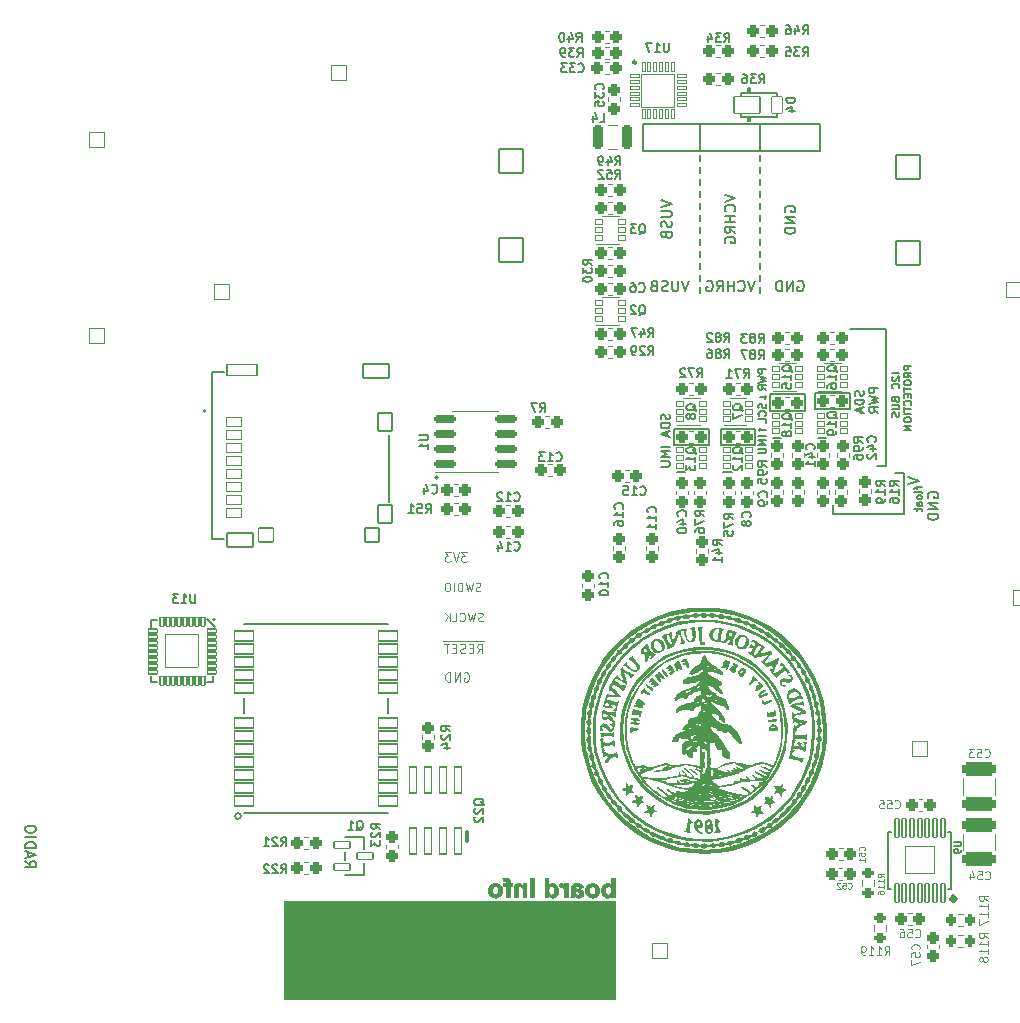
<source format=gbo>
%TF.GenerationSoftware,KiCad,Pcbnew,(6.0.5)*%
%TF.CreationDate,2022-07-09T20:18:52-07:00*%
%TF.ProjectId,mainboard,6d61696e-626f-4617-9264-2e6b69636164,rev?*%
%TF.SameCoordinates,Original*%
%TF.FileFunction,Legend,Bot*%
%TF.FilePolarity,Positive*%
%FSLAX46Y46*%
G04 Gerber Fmt 4.6, Leading zero omitted, Abs format (unit mm)*
G04 Created by KiCad (PCBNEW (6.0.5)) date 2022-07-09 20:18:52*
%MOMM*%
%LPD*%
G01*
G04 APERTURE LIST*
G04 Aperture macros list*
%AMRoundRect*
0 Rectangle with rounded corners*
0 $1 Rounding radius*
0 $2 $3 $4 $5 $6 $7 $8 $9 X,Y pos of 4 corners*
0 Add a 4 corners polygon primitive as box body*
4,1,4,$2,$3,$4,$5,$6,$7,$8,$9,$2,$3,0*
0 Add four circle primitives for the rounded corners*
1,1,$1+$1,$2,$3*
1,1,$1+$1,$4,$5*
1,1,$1+$1,$6,$7*
1,1,$1+$1,$8,$9*
0 Add four rect primitives between the rounded corners*
20,1,$1+$1,$2,$3,$4,$5,0*
20,1,$1+$1,$4,$5,$6,$7,0*
20,1,$1+$1,$6,$7,$8,$9,0*
20,1,$1+$1,$8,$9,$2,$3,0*%
G04 Aperture macros list end*
%ADD10C,0.127000*%
%ADD11C,0.152400*%
%ADD12C,0.200000*%
%ADD13C,0.121920*%
%ADD14C,0.203200*%
%ADD15C,0.100000*%
%ADD16C,0.150000*%
%ADD17C,0.120000*%
%ADD18C,0.300000*%
%ADD19C,0.250000*%
%ADD20C,0.381000*%
%ADD21C,0.010000*%
%ADD22C,0.190500*%
%ADD23O,1.801600X1.801600*%
%ADD24C,5.701600*%
%ADD25C,2.133600*%
%ADD26C,2.151600*%
%ADD27C,2.351600*%
%ADD28RoundRect,0.063500X-1.016000X1.016000X-1.016000X-1.016000X1.016000X-1.016000X1.016000X1.016000X0*%
%ADD29C,2.159000*%
%ADD30C,0.751600*%
%ADD31O,1.101600X2.201600*%
%ADD32O,1.101600X1.701600*%
%ADD33RoundRect,0.050800X-0.654000X0.654000X-0.654000X-0.654000X0.654000X-0.654000X0.654000X0.654000X0*%
%ADD34C,1.409600*%
%ADD35RoundRect,0.050800X0.654000X0.654000X-0.654000X0.654000X-0.654000X-0.654000X0.654000X-0.654000X0*%
%ADD36RoundRect,0.050800X0.654000X-0.654000X0.654000X0.654000X-0.654000X0.654000X-0.654000X-0.654000X0*%
%ADD37RoundRect,0.050800X-0.654000X-0.654000X0.654000X-0.654000X0.654000X0.654000X-0.654000X0.654000X0*%
%ADD38RoundRect,0.063500X0.812800X-0.406400X0.812800X0.406400X-0.812800X0.406400X-0.812800X-0.406400X0*%
%ADD39RoundRect,0.063500X0.381000X0.152400X-0.381000X0.152400X-0.381000X-0.152400X0.381000X-0.152400X0*%
%ADD40RoundRect,0.063500X0.152400X-0.381000X0.152400X0.381000X-0.152400X0.381000X-0.152400X-0.381000X0*%
%ADD41RoundRect,0.063500X-0.381000X-0.152400X0.381000X-0.152400X0.381000X0.152400X-0.381000X0.152400X0*%
%ADD42RoundRect,0.063500X-0.152400X0.381000X-0.152400X-0.381000X0.152400X-0.381000X0.152400X0.381000X0*%
%ADD43RoundRect,0.063500X1.397000X1.397000X-1.397000X1.397000X-1.397000X-1.397000X1.397000X-1.397000X0*%
%ADD44RoundRect,0.269550X-0.218750X-0.256250X0.218750X-0.256250X0.218750X0.256250X-0.218750X0.256250X0*%
%ADD45RoundRect,0.269550X0.256250X-0.218750X0.256250X0.218750X-0.256250X0.218750X-0.256250X-0.218750X0*%
%ADD46RoundRect,0.269550X-0.256250X0.218750X-0.256250X-0.218750X0.256250X-0.218750X0.256250X0.218750X0*%
%ADD47RoundRect,0.050800X0.304800X1.104900X-0.304800X1.104900X-0.304800X-1.104900X0.304800X-1.104900X0*%
%ADD48RoundRect,0.063500X0.660400X-0.279400X0.660400X0.279400X-0.660400X0.279400X-0.660400X-0.279400X0*%
%ADD49RoundRect,0.063500X-0.620000X0.400000X-0.620000X-0.400000X0.620000X-0.400000X0.620000X0.400000X0*%
%ADD50RoundRect,0.063500X-0.600000X0.580000X-0.600000X-0.580000X0.600000X-0.580000X0.600000X0.580000X0*%
%ADD51RoundRect,0.063500X-1.250000X0.475000X-1.250000X-0.475000X1.250000X-0.475000X1.250000X0.475000X0*%
%ADD52RoundRect,0.063500X-1.100000X0.575000X-1.100000X-0.575000X1.100000X-0.575000X1.100000X0.575000X0*%
%ADD53RoundRect,0.063500X-0.575000X0.750000X-0.575000X-0.750000X0.575000X-0.750000X0.575000X0.750000X0*%
%ADD54RoundRect,0.063500X-0.625000X0.580000X-0.625000X-0.580000X0.625000X-0.580000X0.625000X0.580000X0*%
%ADD55RoundRect,0.269550X0.218750X0.256250X-0.218750X0.256250X-0.218750X-0.256250X0.218750X-0.256250X0*%
%ADD56RoundRect,0.200800X-0.725000X-0.150000X0.725000X-0.150000X0.725000X0.150000X-0.725000X0.150000X0*%
%ADD57C,2.000000*%
%ADD58RoundRect,0.050800X0.150000X0.400000X-0.150000X0.400000X-0.150000X-0.400000X0.150000X-0.400000X0*%
%ADD59RoundRect,0.050800X-0.400000X0.150000X-0.400000X-0.150000X0.400000X-0.150000X0.400000X0.150000X0*%
%ADD60RoundRect,0.050800X-1.400000X1.400000X-1.400000X-1.400000X1.400000X-1.400000X1.400000X1.400000X0*%
%ADD61RoundRect,0.228400X-0.222400X-0.822400X0.222400X-0.822400X0.222400X0.822400X-0.222400X0.822400X0*%
%ADD62RoundRect,0.050800X-0.300000X0.200000X-0.300000X-0.200000X0.300000X-0.200000X0.300000X0.200000X0*%
%ADD63RoundRect,0.050800X-0.325000X-0.200000X0.325000X-0.200000X0.325000X0.200000X-0.325000X0.200000X0*%
%ADD64RoundRect,0.063500X-0.450000X-0.700000X0.450000X-0.700000X0.450000X0.700000X-0.450000X0.700000X0*%
%ADD65RoundRect,0.063500X-1.100000X-0.700000X1.100000X-0.700000X1.100000X0.700000X-1.100000X0.700000X0*%
%ADD66C,1.501600*%
%ADD67RoundRect,0.275800X0.225000X0.250000X-0.225000X0.250000X-0.225000X-0.250000X0.225000X-0.250000X0*%
%ADD68RoundRect,0.300800X1.100000X-0.325000X1.100000X0.325000X-1.100000X0.325000X-1.100000X-0.325000X0*%
%ADD69RoundRect,0.300800X-1.100000X0.325000X-1.100000X-0.325000X1.100000X-0.325000X1.100000X0.325000X0*%
%ADD70RoundRect,0.275800X-0.225000X-0.250000X0.225000X-0.250000X0.225000X0.250000X-0.225000X0.250000X0*%
%ADD71RoundRect,0.275800X-0.250000X0.225000X-0.250000X-0.225000X0.250000X-0.225000X0.250000X0.225000X0*%
%ADD72RoundRect,0.250800X-0.275000X0.200000X-0.275000X-0.200000X0.275000X-0.200000X0.275000X0.200000X0*%
%ADD73RoundRect,0.250800X-0.200000X-0.275000X0.200000X-0.275000X0.200000X0.275000X-0.200000X0.275000X0*%
%ADD74RoundRect,0.250800X0.200000X0.275000X-0.200000X0.275000X-0.200000X-0.275000X0.200000X-0.275000X0*%
%ADD75RoundRect,0.063500X0.152400X-0.800100X0.152400X0.800100X-0.152400X0.800100X-0.152400X-0.800100X0*%
%ADD76RoundRect,0.063500X1.230000X-1.155000X1.230000X1.155000X-1.230000X1.155000X-1.230000X-1.155000X0*%
G04 APERTURE END LIST*
D10*
X151130000Y-69088000D02*
X151130000Y-71374000D01*
X151130000Y-71374000D02*
X166116000Y-71374000D01*
X166116000Y-71374000D02*
X166116000Y-69088000D01*
X166116000Y-69088000D02*
X151130000Y-69088000D01*
X155956000Y-79883000D02*
X155956000Y-80391000D01*
X155956000Y-79375000D02*
X155956000Y-78867000D01*
X155956000Y-77851000D02*
X155956000Y-78359000D01*
X155956000Y-76835000D02*
X155956000Y-77343000D01*
X155956000Y-74803000D02*
X155956000Y-75311000D01*
X155956000Y-76327000D02*
X155956000Y-75819000D01*
X155956000Y-73787000D02*
X155956000Y-74295000D01*
X155956000Y-71755000D02*
X155956000Y-72263000D01*
X155956000Y-73279000D02*
X155956000Y-72771000D01*
X155956000Y-81407000D02*
X155956000Y-80899000D01*
X155956000Y-82423000D02*
X155956000Y-81915000D01*
X155956000Y-83439000D02*
X155956000Y-82931000D01*
X165671500Y-91859100D02*
X165671500Y-93256100D01*
X168592500Y-91859100D02*
X165671500Y-91859100D01*
X168592500Y-91859100D02*
X168592500Y-93256100D01*
X168592500Y-93256100D02*
X165671500Y-93256100D01*
X164782500Y-92011500D02*
X164782500Y-93408500D01*
X164782500Y-93408500D02*
X161861500Y-93408500D01*
X164782500Y-92011500D02*
X161861500Y-92011500D01*
X161861500Y-92011500D02*
X161861500Y-93408500D01*
X160591500Y-96329500D02*
X157670500Y-96329500D01*
X160591500Y-94932500D02*
X157670500Y-94932500D01*
X160591500Y-94932500D02*
X160591500Y-96329500D01*
X157670500Y-94932500D02*
X157670500Y-96329500D01*
X153733500Y-94932500D02*
X153733500Y-96329500D01*
X156654500Y-94932500D02*
X156654500Y-96329500D01*
X156654500Y-94932500D02*
X153733500Y-94932500D01*
X156654500Y-96329500D02*
X153733500Y-96329500D01*
D11*
X161544000Y-92265500D02*
X161417000Y-92138500D01*
X161544000Y-92265500D02*
X160972500Y-92265500D01*
X161544000Y-92265500D02*
X161417000Y-92392500D01*
X160909000Y-94996000D02*
X161036000Y-95123000D01*
X160909000Y-94996000D02*
X161480500Y-94996000D01*
X160909000Y-94996000D02*
X161036000Y-94869000D01*
D10*
X172466000Y-98679000D02*
X173164500Y-98679000D01*
X173164500Y-98679000D02*
X173164500Y-102108000D01*
X170942000Y-98107500D02*
X171640500Y-98107500D01*
X171640500Y-98107500D02*
X171640500Y-86487000D01*
X168656000Y-86487000D02*
X171640500Y-86487000D01*
X161036000Y-71374000D02*
X161036000Y-69088000D01*
X161036000Y-77851000D02*
X161036000Y-78359000D01*
X161036000Y-79375000D02*
X161036000Y-78867000D01*
X161036000Y-79883000D02*
X161036000Y-80391000D01*
X161036000Y-83439000D02*
X161036000Y-82931000D01*
X161036000Y-82423000D02*
X161036000Y-81915000D01*
X161036000Y-71755000D02*
X161036000Y-72263000D01*
X161036000Y-74803000D02*
X161036000Y-75311000D01*
X161036000Y-76835000D02*
X161036000Y-77343000D01*
X161036000Y-73279000D02*
X161036000Y-72771000D01*
X161036000Y-76327000D02*
X161036000Y-75819000D01*
X161036000Y-81407000D02*
X161036000Y-80899000D01*
X161036000Y-73787000D02*
X161036000Y-74295000D01*
X167195500Y-102108000D02*
X167195500Y-101409500D01*
D12*
X133731000Y-99060000D02*
G75*
G03*
X133731000Y-99060000I-127000J0D01*
G01*
D10*
X155956000Y-69088000D02*
X155956000Y-71374000D01*
X173164500Y-102108000D02*
X167195500Y-102108000D01*
X98784833Y-131527550D02*
X99208166Y-131823883D01*
X98784833Y-132035550D02*
X99673833Y-132035550D01*
X99673833Y-131696883D01*
X99631500Y-131612216D01*
X99589166Y-131569883D01*
X99504500Y-131527550D01*
X99377500Y-131527550D01*
X99292833Y-131569883D01*
X99250500Y-131612216D01*
X99208166Y-131696883D01*
X99208166Y-132035550D01*
X99038833Y-131188883D02*
X99038833Y-130765550D01*
X98784833Y-131273550D02*
X99673833Y-130977216D01*
X98784833Y-130680883D01*
X98784833Y-130384550D02*
X99673833Y-130384550D01*
X99673833Y-130172883D01*
X99631500Y-130045883D01*
X99546833Y-129961216D01*
X99462166Y-129918883D01*
X99292833Y-129876550D01*
X99165833Y-129876550D01*
X98996500Y-129918883D01*
X98911833Y-129961216D01*
X98827166Y-130045883D01*
X98784833Y-130172883D01*
X98784833Y-130384550D01*
X98784833Y-129495550D02*
X99673833Y-129495550D01*
X99673833Y-128902883D02*
X99673833Y-128733550D01*
X99631500Y-128648883D01*
X99546833Y-128564216D01*
X99377500Y-128521883D01*
X99081166Y-128521883D01*
X98911833Y-128564216D01*
X98827166Y-128648883D01*
X98784833Y-128733550D01*
X98784833Y-128902883D01*
X98827166Y-128987550D01*
X98911833Y-129072216D01*
X99081166Y-129114550D01*
X99377500Y-129114550D01*
X99546833Y-129072216D01*
X99631500Y-128987550D01*
X99673833Y-128902883D01*
D13*
X137684352Y-112921288D02*
X136912192Y-112921288D01*
X137059270Y-113911491D02*
X137316657Y-113543796D01*
X137500505Y-113911491D02*
X137500505Y-113139331D01*
X137206348Y-113139331D01*
X137132809Y-113176101D01*
X137096040Y-113212870D01*
X137059270Y-113286409D01*
X137059270Y-113396718D01*
X137096040Y-113470257D01*
X137132809Y-113507026D01*
X137206348Y-113543796D01*
X137500505Y-113543796D01*
X136912192Y-112921288D02*
X136213571Y-112921288D01*
X136728345Y-113507026D02*
X136470958Y-113507026D01*
X136360649Y-113911491D02*
X136728345Y-113911491D01*
X136728345Y-113139331D01*
X136360649Y-113139331D01*
X136213571Y-112921288D02*
X135478181Y-112921288D01*
X136066493Y-113874721D02*
X135956185Y-113911491D01*
X135772337Y-113911491D01*
X135698798Y-113874721D01*
X135662028Y-113837952D01*
X135625259Y-113764413D01*
X135625259Y-113690874D01*
X135662028Y-113617335D01*
X135698798Y-113580565D01*
X135772337Y-113543796D01*
X135919415Y-113507026D01*
X135992954Y-113470257D01*
X136029724Y-113433487D01*
X136066493Y-113359948D01*
X136066493Y-113286409D01*
X136029724Y-113212870D01*
X135992954Y-113176101D01*
X135919415Y-113139331D01*
X135735568Y-113139331D01*
X135625259Y-113176101D01*
X135478181Y-112921288D02*
X134779560Y-112921288D01*
X135294333Y-113507026D02*
X135036947Y-113507026D01*
X134926638Y-113911491D02*
X135294333Y-113911491D01*
X135294333Y-113139331D01*
X134926638Y-113139331D01*
X134779560Y-112921288D02*
X134191248Y-112921288D01*
X134706021Y-113139331D02*
X134264787Y-113139331D01*
X134485404Y-113911491D02*
X134485404Y-113139331D01*
X137544048Y-111193410D02*
X137442448Y-111227277D01*
X137273114Y-111227277D01*
X137205381Y-111193410D01*
X137171514Y-111159544D01*
X137137648Y-111091810D01*
X137137648Y-111024077D01*
X137171514Y-110956344D01*
X137205381Y-110922477D01*
X137273114Y-110888610D01*
X137408581Y-110854744D01*
X137476314Y-110820877D01*
X137510181Y-110787010D01*
X137544048Y-110719277D01*
X137544048Y-110651544D01*
X137510181Y-110583810D01*
X137476314Y-110549944D01*
X137408581Y-110516077D01*
X137239248Y-110516077D01*
X137137648Y-110549944D01*
X136900581Y-110516077D02*
X136731248Y-111227277D01*
X136595781Y-110719277D01*
X136460314Y-111227277D01*
X136290981Y-110516077D01*
X135613648Y-111159544D02*
X135647514Y-111193410D01*
X135749114Y-111227277D01*
X135816848Y-111227277D01*
X135918448Y-111193410D01*
X135986181Y-111125677D01*
X136020048Y-111057944D01*
X136053914Y-110922477D01*
X136053914Y-110820877D01*
X136020048Y-110685410D01*
X135986181Y-110617677D01*
X135918448Y-110549944D01*
X135816848Y-110516077D01*
X135749114Y-110516077D01*
X135647514Y-110549944D01*
X135613648Y-110583810D01*
X134970181Y-111227277D02*
X135308848Y-111227277D01*
X135308848Y-110516077D01*
X134733114Y-111227277D02*
X134733114Y-110516077D01*
X134326714Y-111227277D02*
X134631514Y-110820877D01*
X134326714Y-110516077D02*
X134733114Y-110922477D01*
X136213571Y-105400865D02*
X135735568Y-105400865D01*
X135992954Y-105695021D01*
X135882646Y-105695021D01*
X135809107Y-105731791D01*
X135772337Y-105768560D01*
X135735568Y-105842099D01*
X135735568Y-106025947D01*
X135772337Y-106099486D01*
X135809107Y-106136255D01*
X135882646Y-106173025D01*
X136103263Y-106173025D01*
X136176802Y-106136255D01*
X136213571Y-106099486D01*
X135514950Y-105400865D02*
X135257564Y-106173025D01*
X135000177Y-105400865D01*
X134816329Y-105400865D02*
X134338326Y-105400865D01*
X134595712Y-105695021D01*
X134485404Y-105695021D01*
X134411865Y-105731791D01*
X134375095Y-105768560D01*
X134338326Y-105842099D01*
X134338326Y-106025947D01*
X134375095Y-106099486D01*
X134411865Y-106136255D01*
X134485404Y-106173025D01*
X134706021Y-106173025D01*
X134779560Y-106136255D01*
X134816329Y-106099486D01*
X137340848Y-108653410D02*
X137239248Y-108687277D01*
X137069914Y-108687277D01*
X137002181Y-108653410D01*
X136968314Y-108619544D01*
X136934448Y-108551810D01*
X136934448Y-108484077D01*
X136968314Y-108416344D01*
X137002181Y-108382477D01*
X137069914Y-108348610D01*
X137205381Y-108314744D01*
X137273114Y-108280877D01*
X137306981Y-108247010D01*
X137340848Y-108179277D01*
X137340848Y-108111544D01*
X137306981Y-108043810D01*
X137273114Y-108009944D01*
X137205381Y-107976077D01*
X137036048Y-107976077D01*
X136934448Y-108009944D01*
X136697381Y-107976077D02*
X136528048Y-108687277D01*
X136392581Y-108179277D01*
X136257114Y-108687277D01*
X136087781Y-107976077D01*
X135816848Y-108687277D02*
X135816848Y-107976077D01*
X135647514Y-107976077D01*
X135545914Y-108009944D01*
X135478181Y-108077677D01*
X135444314Y-108145410D01*
X135410448Y-108280877D01*
X135410448Y-108382477D01*
X135444314Y-108517944D01*
X135478181Y-108585677D01*
X135545914Y-108653410D01*
X135647514Y-108687277D01*
X135816848Y-108687277D01*
X135105648Y-108687277D02*
X135105648Y-107976077D01*
X134631514Y-107976077D02*
X134496048Y-107976077D01*
X134428314Y-108009944D01*
X134360581Y-108077677D01*
X134326714Y-108213144D01*
X134326714Y-108450210D01*
X134360581Y-108585677D01*
X134428314Y-108653410D01*
X134496048Y-108687277D01*
X134631514Y-108687277D01*
X134699248Y-108653410D01*
X134766981Y-108585677D01*
X134800848Y-108450210D01*
X134800848Y-108213144D01*
X134766981Y-108077677D01*
X134699248Y-108009944D01*
X134631514Y-107976077D01*
D14*
X160565253Y-82380666D02*
X160268920Y-83269666D01*
X159972586Y-82380666D01*
X159168253Y-83185000D02*
X159210586Y-83227333D01*
X159337586Y-83269666D01*
X159422253Y-83269666D01*
X159549253Y-83227333D01*
X159633920Y-83142666D01*
X159676253Y-83058000D01*
X159718586Y-82888666D01*
X159718586Y-82761666D01*
X159676253Y-82592333D01*
X159633920Y-82507666D01*
X159549253Y-82423000D01*
X159422253Y-82380666D01*
X159337586Y-82380666D01*
X159210586Y-82423000D01*
X159168253Y-82465333D01*
X158787253Y-83269666D02*
X158787253Y-82380666D01*
X158787253Y-82804000D02*
X158279253Y-82804000D01*
X158279253Y-83269666D02*
X158279253Y-82380666D01*
X157347920Y-83269666D02*
X157644253Y-82846333D01*
X157855920Y-83269666D02*
X157855920Y-82380666D01*
X157517253Y-82380666D01*
X157432586Y-82423000D01*
X157390253Y-82465333D01*
X157347920Y-82550000D01*
X157347920Y-82677000D01*
X157390253Y-82761666D01*
X157432586Y-82804000D01*
X157517253Y-82846333D01*
X157855920Y-82846333D01*
X156501253Y-82423000D02*
X156585920Y-82380666D01*
X156712920Y-82380666D01*
X156839920Y-82423000D01*
X156924586Y-82507666D01*
X156966920Y-82592333D01*
X157009253Y-82761666D01*
X157009253Y-82888666D01*
X156966920Y-83058000D01*
X156924586Y-83142666D01*
X156839920Y-83227333D01*
X156712920Y-83269666D01*
X156628253Y-83269666D01*
X156501253Y-83227333D01*
X156458920Y-83185000D01*
X156458920Y-82888666D01*
X156628253Y-82888666D01*
X154977253Y-82380666D02*
X154680920Y-83269666D01*
X154384586Y-82380666D01*
X154088253Y-82380666D02*
X154088253Y-83100333D01*
X154045920Y-83185000D01*
X154003586Y-83227333D01*
X153918920Y-83269666D01*
X153749586Y-83269666D01*
X153664920Y-83227333D01*
X153622586Y-83185000D01*
X153580253Y-83100333D01*
X153580253Y-82380666D01*
X153199253Y-83227333D02*
X153072253Y-83269666D01*
X152860586Y-83269666D01*
X152775920Y-83227333D01*
X152733586Y-83185000D01*
X152691253Y-83100333D01*
X152691253Y-83015666D01*
X152733586Y-82931000D01*
X152775920Y-82888666D01*
X152860586Y-82846333D01*
X153029920Y-82804000D01*
X153114586Y-82761666D01*
X153156920Y-82719333D01*
X153199253Y-82634666D01*
X153199253Y-82550000D01*
X153156920Y-82465333D01*
X153114586Y-82423000D01*
X153029920Y-82380666D01*
X152818253Y-82380666D01*
X152691253Y-82423000D01*
X152013920Y-82804000D02*
X151886920Y-82846333D01*
X151844586Y-82888666D01*
X151802253Y-82973333D01*
X151802253Y-83100333D01*
X151844586Y-83185000D01*
X151886920Y-83227333D01*
X151971586Y-83269666D01*
X152310253Y-83269666D01*
X152310253Y-82380666D01*
X152013920Y-82380666D01*
X151929253Y-82423000D01*
X151886920Y-82465333D01*
X151844586Y-82550000D01*
X151844586Y-82634666D01*
X151886920Y-82719333D01*
X151929253Y-82761666D01*
X152013920Y-82804000D01*
X152310253Y-82804000D01*
D10*
X172810411Y-90241059D02*
X172175411Y-90241059D01*
X172235888Y-90513202D02*
X172205650Y-90543440D01*
X172175411Y-90603916D01*
X172175411Y-90755107D01*
X172205650Y-90815583D01*
X172235888Y-90845821D01*
X172296364Y-90876059D01*
X172356840Y-90876059D01*
X172447554Y-90845821D01*
X172810411Y-90482964D01*
X172810411Y-90876059D01*
X172749935Y-91511059D02*
X172780173Y-91480821D01*
X172810411Y-91390107D01*
X172810411Y-91329630D01*
X172780173Y-91238916D01*
X172719697Y-91178440D01*
X172659221Y-91148202D01*
X172538269Y-91117964D01*
X172447554Y-91117964D01*
X172326602Y-91148202D01*
X172266126Y-91178440D01*
X172205650Y-91238916D01*
X172175411Y-91329630D01*
X172175411Y-91390107D01*
X172205650Y-91480821D01*
X172235888Y-91511059D01*
X172477792Y-92478678D02*
X172508030Y-92569392D01*
X172538269Y-92599630D01*
X172598745Y-92629869D01*
X172689459Y-92629869D01*
X172749935Y-92599630D01*
X172780173Y-92569392D01*
X172810411Y-92508916D01*
X172810411Y-92267011D01*
X172175411Y-92267011D01*
X172175411Y-92478678D01*
X172205650Y-92539154D01*
X172235888Y-92569392D01*
X172296364Y-92599630D01*
X172356840Y-92599630D01*
X172417316Y-92569392D01*
X172447554Y-92539154D01*
X172477792Y-92478678D01*
X172477792Y-92267011D01*
X172175411Y-92902011D02*
X172689459Y-92902011D01*
X172749935Y-92932250D01*
X172780173Y-92962488D01*
X172810411Y-93022964D01*
X172810411Y-93143916D01*
X172780173Y-93204392D01*
X172749935Y-93234630D01*
X172689459Y-93264869D01*
X172175411Y-93264869D01*
X172780173Y-93537011D02*
X172810411Y-93627726D01*
X172810411Y-93778916D01*
X172780173Y-93839392D01*
X172749935Y-93869630D01*
X172689459Y-93899869D01*
X172628983Y-93899869D01*
X172568507Y-93869630D01*
X172538269Y-93839392D01*
X172508030Y-93778916D01*
X172477792Y-93657964D01*
X172447554Y-93597488D01*
X172417316Y-93567250D01*
X172356840Y-93537011D01*
X172296364Y-93537011D01*
X172235888Y-93567250D01*
X172205650Y-93597488D01*
X172175411Y-93657964D01*
X172175411Y-93809154D01*
X172205650Y-93899869D01*
X173832761Y-89575821D02*
X173197761Y-89575821D01*
X173197761Y-89817726D01*
X173228000Y-89878202D01*
X173258238Y-89908440D01*
X173318714Y-89938678D01*
X173409428Y-89938678D01*
X173469904Y-89908440D01*
X173500142Y-89878202D01*
X173530380Y-89817726D01*
X173530380Y-89575821D01*
X173832761Y-90573678D02*
X173530380Y-90362011D01*
X173832761Y-90210821D02*
X173197761Y-90210821D01*
X173197761Y-90452726D01*
X173228000Y-90513202D01*
X173258238Y-90543440D01*
X173318714Y-90573678D01*
X173409428Y-90573678D01*
X173469904Y-90543440D01*
X173500142Y-90513202D01*
X173530380Y-90452726D01*
X173530380Y-90210821D01*
X173197761Y-90966773D02*
X173197761Y-91087726D01*
X173228000Y-91148202D01*
X173288476Y-91208678D01*
X173409428Y-91238916D01*
X173621095Y-91238916D01*
X173742047Y-91208678D01*
X173802523Y-91148202D01*
X173832761Y-91087726D01*
X173832761Y-90966773D01*
X173802523Y-90906297D01*
X173742047Y-90845821D01*
X173621095Y-90815583D01*
X173409428Y-90815583D01*
X173288476Y-90845821D01*
X173228000Y-90906297D01*
X173197761Y-90966773D01*
X173197761Y-91420345D02*
X173197761Y-91783202D01*
X173832761Y-91601773D02*
X173197761Y-91601773D01*
X173500142Y-91994869D02*
X173500142Y-92206535D01*
X173832761Y-92297250D02*
X173832761Y-91994869D01*
X173197761Y-91994869D01*
X173197761Y-92297250D01*
X173772285Y-92932250D02*
X173802523Y-92902011D01*
X173832761Y-92811297D01*
X173832761Y-92750821D01*
X173802523Y-92660107D01*
X173742047Y-92599630D01*
X173681571Y-92569392D01*
X173560619Y-92539154D01*
X173469904Y-92539154D01*
X173348952Y-92569392D01*
X173288476Y-92599630D01*
X173228000Y-92660107D01*
X173197761Y-92750821D01*
X173197761Y-92811297D01*
X173228000Y-92902011D01*
X173258238Y-92932250D01*
X173197761Y-93113678D02*
X173197761Y-93476535D01*
X173832761Y-93295107D02*
X173197761Y-93295107D01*
X173832761Y-93688202D02*
X173197761Y-93688202D01*
X173197761Y-94111535D02*
X173197761Y-94232488D01*
X173228000Y-94292964D01*
X173288476Y-94353440D01*
X173409428Y-94383678D01*
X173621095Y-94383678D01*
X173742047Y-94353440D01*
X173802523Y-94292964D01*
X173832761Y-94232488D01*
X173832761Y-94111535D01*
X173802523Y-94051059D01*
X173742047Y-93990583D01*
X173621095Y-93960345D01*
X173409428Y-93960345D01*
X173288476Y-93990583D01*
X173228000Y-94051059D01*
X173197761Y-94111535D01*
X173832761Y-94655821D02*
X173197761Y-94655821D01*
X173832761Y-95018678D01*
X173197761Y-95018678D01*
X153343428Y-93699692D02*
X153379714Y-93808550D01*
X153379714Y-93989978D01*
X153343428Y-94062550D01*
X153307142Y-94098835D01*
X153234571Y-94135121D01*
X153162000Y-94135121D01*
X153089428Y-94098835D01*
X153053142Y-94062550D01*
X153016857Y-93989978D01*
X152980571Y-93844835D01*
X152944285Y-93772264D01*
X152908000Y-93735978D01*
X152835428Y-93699692D01*
X152762857Y-93699692D01*
X152690285Y-93735978D01*
X152654000Y-93772264D01*
X152617714Y-93844835D01*
X152617714Y-94026264D01*
X152654000Y-94135121D01*
X153379714Y-94461692D02*
X152617714Y-94461692D01*
X152617714Y-94643121D01*
X152654000Y-94751978D01*
X152726571Y-94824550D01*
X152799142Y-94860835D01*
X152944285Y-94897121D01*
X153053142Y-94897121D01*
X153198285Y-94860835D01*
X153270857Y-94824550D01*
X153343428Y-94751978D01*
X153379714Y-94643121D01*
X153379714Y-94461692D01*
X153162000Y-95187407D02*
X153162000Y-95550264D01*
X153379714Y-95114835D02*
X152617714Y-95368835D01*
X153379714Y-95622835D01*
X153379714Y-96457407D02*
X152617714Y-96457407D01*
X153379714Y-96820264D02*
X152617714Y-96820264D01*
X153162000Y-97074264D01*
X152617714Y-97328264D01*
X153379714Y-97328264D01*
X152617714Y-97691121D02*
X153234571Y-97691121D01*
X153307142Y-97727407D01*
X153343428Y-97763692D01*
X153379714Y-97836264D01*
X153379714Y-97981407D01*
X153343428Y-98053978D01*
X153307142Y-98090264D01*
X153234571Y-98126550D01*
X152617714Y-98126550D01*
X169769608Y-91711235D02*
X169805894Y-91820092D01*
X169805894Y-92001521D01*
X169769608Y-92074092D01*
X169733322Y-92110378D01*
X169660751Y-92146664D01*
X169588180Y-92146664D01*
X169515608Y-92110378D01*
X169479322Y-92074092D01*
X169443037Y-92001521D01*
X169406751Y-91856378D01*
X169370465Y-91783807D01*
X169334180Y-91747521D01*
X169261608Y-91711235D01*
X169189037Y-91711235D01*
X169116465Y-91747521D01*
X169080180Y-91783807D01*
X169043894Y-91856378D01*
X169043894Y-92037807D01*
X169080180Y-92146664D01*
X169805894Y-92473235D02*
X169043894Y-92473235D01*
X169043894Y-92654664D01*
X169080180Y-92763521D01*
X169152751Y-92836092D01*
X169225322Y-92872378D01*
X169370465Y-92908664D01*
X169479322Y-92908664D01*
X169624465Y-92872378D01*
X169697037Y-92836092D01*
X169769608Y-92763521D01*
X169805894Y-92654664D01*
X169805894Y-92473235D01*
X169588180Y-93198950D02*
X169588180Y-93561807D01*
X169805894Y-93126378D02*
X169043894Y-93380378D01*
X169805894Y-93634378D01*
X171032714Y-91493521D02*
X170270714Y-91493521D01*
X170270714Y-91783807D01*
X170307000Y-91856378D01*
X170343285Y-91892664D01*
X170415857Y-91928950D01*
X170524714Y-91928950D01*
X170597285Y-91892664D01*
X170633571Y-91856378D01*
X170669857Y-91783807D01*
X170669857Y-91493521D01*
X170270714Y-92182950D02*
X171032714Y-92364378D01*
X170488428Y-92509521D01*
X171032714Y-92654664D01*
X170270714Y-92836092D01*
X171032714Y-93561807D02*
X170669857Y-93307807D01*
X171032714Y-93126378D02*
X170270714Y-93126378D01*
X170270714Y-93416664D01*
X170307000Y-93489235D01*
X170343285Y-93525521D01*
X170415857Y-93561807D01*
X170524714Y-93561807D01*
X170597285Y-93525521D01*
X170633571Y-93489235D01*
X170669857Y-93416664D01*
X170669857Y-93126378D01*
X161513761Y-89895740D02*
X160878761Y-89895740D01*
X160878761Y-90137645D01*
X160909000Y-90198121D01*
X160939238Y-90228359D01*
X160999714Y-90258597D01*
X161090428Y-90258597D01*
X161150904Y-90228359D01*
X161181142Y-90198121D01*
X161211380Y-90137645D01*
X161211380Y-89895740D01*
X160878761Y-90470264D02*
X161513761Y-90621454D01*
X161060190Y-90742407D01*
X161513761Y-90863359D01*
X160878761Y-91014550D01*
X161513761Y-91619311D02*
X161211380Y-91407645D01*
X161513761Y-91256454D02*
X160878761Y-91256454D01*
X160878761Y-91498359D01*
X160909000Y-91558835D01*
X160939238Y-91589073D01*
X160999714Y-91619311D01*
X161090428Y-91619311D01*
X161150904Y-91589073D01*
X161181142Y-91558835D01*
X161211380Y-91498359D01*
X161211380Y-91256454D01*
X161483523Y-92828835D02*
X161513761Y-92919550D01*
X161513761Y-93070740D01*
X161483523Y-93131216D01*
X161453285Y-93161454D01*
X161392809Y-93191692D01*
X161332333Y-93191692D01*
X161271857Y-93161454D01*
X161241619Y-93131216D01*
X161211380Y-93070740D01*
X161181142Y-92949788D01*
X161150904Y-92889311D01*
X161120666Y-92859073D01*
X161060190Y-92828835D01*
X160999714Y-92828835D01*
X160939238Y-92859073D01*
X160909000Y-92889311D01*
X160878761Y-92949788D01*
X160878761Y-93100978D01*
X160909000Y-93191692D01*
X161453285Y-93826692D02*
X161483523Y-93796454D01*
X161513761Y-93705740D01*
X161513761Y-93645264D01*
X161483523Y-93554550D01*
X161423047Y-93494073D01*
X161362571Y-93463835D01*
X161241619Y-93433597D01*
X161150904Y-93433597D01*
X161029952Y-93463835D01*
X160969476Y-93494073D01*
X160909000Y-93554550D01*
X160878761Y-93645264D01*
X160878761Y-93705740D01*
X160909000Y-93796454D01*
X160939238Y-93826692D01*
X161513761Y-94401216D02*
X161513761Y-94098835D01*
X160878761Y-94098835D01*
X161513761Y-95580502D02*
X160878761Y-95580502D01*
X161513761Y-95882883D02*
X160878761Y-95882883D01*
X161332333Y-96094550D01*
X160878761Y-96306216D01*
X161513761Y-96306216D01*
X160878761Y-96608597D02*
X161392809Y-96608597D01*
X161453285Y-96638835D01*
X161483523Y-96669073D01*
X161513761Y-96729550D01*
X161513761Y-96850502D01*
X161483523Y-96910978D01*
X161453285Y-96941216D01*
X161392809Y-96971454D01*
X160878761Y-96971454D01*
D14*
X163155630Y-76543747D02*
X163113296Y-76459080D01*
X163113296Y-76332080D01*
X163155630Y-76205080D01*
X163240296Y-76120414D01*
X163324963Y-76078080D01*
X163494296Y-76035747D01*
X163621296Y-76035747D01*
X163790630Y-76078080D01*
X163875296Y-76120414D01*
X163959963Y-76205080D01*
X164002296Y-76332080D01*
X164002296Y-76416747D01*
X163959963Y-76543747D01*
X163917630Y-76586080D01*
X163621296Y-76586080D01*
X163621296Y-76416747D01*
X164002296Y-76967080D02*
X163113296Y-76967080D01*
X164002296Y-77475080D01*
X163113296Y-77475080D01*
X164002296Y-77898414D02*
X163113296Y-77898414D01*
X163113296Y-78110080D01*
X163155630Y-78237080D01*
X163240296Y-78321747D01*
X163324963Y-78364080D01*
X163494296Y-78406414D01*
X163621296Y-78406414D01*
X163790630Y-78364080D01*
X163875296Y-78321747D01*
X163959963Y-78237080D01*
X164002296Y-78110080D01*
X164002296Y-77898414D01*
X158033296Y-75125580D02*
X158922296Y-75421914D01*
X158033296Y-75718247D01*
X158837630Y-76522580D02*
X158879963Y-76480247D01*
X158922296Y-76353247D01*
X158922296Y-76268580D01*
X158879963Y-76141580D01*
X158795296Y-76056914D01*
X158710630Y-76014580D01*
X158541296Y-75972247D01*
X158414296Y-75972247D01*
X158244963Y-76014580D01*
X158160296Y-76056914D01*
X158075630Y-76141580D01*
X158033296Y-76268580D01*
X158033296Y-76353247D01*
X158075630Y-76480247D01*
X158117963Y-76522580D01*
X158922296Y-76903580D02*
X158033296Y-76903580D01*
X158456630Y-76903580D02*
X158456630Y-77411580D01*
X158922296Y-77411580D02*
X158033296Y-77411580D01*
X158922296Y-78342914D02*
X158498963Y-78046580D01*
X158922296Y-77834914D02*
X158033296Y-77834914D01*
X158033296Y-78173580D01*
X158075630Y-78258247D01*
X158117963Y-78300580D01*
X158202630Y-78342914D01*
X158329630Y-78342914D01*
X158414296Y-78300580D01*
X158456630Y-78258247D01*
X158498963Y-78173580D01*
X158498963Y-77834914D01*
X158075630Y-79189580D02*
X158033296Y-79104914D01*
X158033296Y-78977914D01*
X158075630Y-78850914D01*
X158160296Y-78766247D01*
X158244963Y-78723914D01*
X158414296Y-78681580D01*
X158541296Y-78681580D01*
X158710630Y-78723914D01*
X158795296Y-78766247D01*
X158879963Y-78850914D01*
X158922296Y-78977914D01*
X158922296Y-79062580D01*
X158879963Y-79189580D01*
X158837630Y-79231914D01*
X158541296Y-79231914D01*
X158541296Y-79062580D01*
X152653939Y-75591246D02*
X153542939Y-75887580D01*
X152653939Y-76183913D01*
X152653939Y-76480246D02*
X153373606Y-76480246D01*
X153458273Y-76522580D01*
X153500606Y-76564913D01*
X153542939Y-76649580D01*
X153542939Y-76818913D01*
X153500606Y-76903580D01*
X153458273Y-76945913D01*
X153373606Y-76988246D01*
X152653939Y-76988246D01*
X153500606Y-77369246D02*
X153542939Y-77496246D01*
X153542939Y-77707913D01*
X153500606Y-77792580D01*
X153458273Y-77834913D01*
X153373606Y-77877246D01*
X153288939Y-77877246D01*
X153204273Y-77834913D01*
X153161939Y-77792580D01*
X153119606Y-77707913D01*
X153077273Y-77538580D01*
X153034939Y-77453913D01*
X152992606Y-77411580D01*
X152907939Y-77369246D01*
X152823273Y-77369246D01*
X152738606Y-77411580D01*
X152696273Y-77453913D01*
X152653939Y-77538580D01*
X152653939Y-77750246D01*
X152696273Y-77877246D01*
X153077273Y-78554580D02*
X153119606Y-78681580D01*
X153161939Y-78723913D01*
X153246606Y-78766246D01*
X153373606Y-78766246D01*
X153458273Y-78723913D01*
X153500606Y-78681580D01*
X153542939Y-78596913D01*
X153542939Y-78258246D01*
X152653939Y-78258246D01*
X152653939Y-78554580D01*
X152696273Y-78639246D01*
X152738606Y-78681580D01*
X152823273Y-78723913D01*
X152907939Y-78723913D01*
X152992606Y-78681580D01*
X153034939Y-78639246D01*
X153077273Y-78554580D01*
X153077273Y-78258246D01*
X164227086Y-82423000D02*
X164311753Y-82380666D01*
X164438753Y-82380666D01*
X164565753Y-82423000D01*
X164650420Y-82507666D01*
X164692753Y-82592333D01*
X164735086Y-82761666D01*
X164735086Y-82888666D01*
X164692753Y-83058000D01*
X164650420Y-83142666D01*
X164565753Y-83227333D01*
X164438753Y-83269666D01*
X164354086Y-83269666D01*
X164227086Y-83227333D01*
X164184753Y-83185000D01*
X164184753Y-82888666D01*
X164354086Y-82888666D01*
X163803753Y-83269666D02*
X163803753Y-82380666D01*
X163295753Y-83269666D01*
X163295753Y-82380666D01*
X162872420Y-83269666D02*
X162872420Y-82380666D01*
X162660753Y-82380666D01*
X162533753Y-82423000D01*
X162449086Y-82507666D01*
X162406753Y-82592333D01*
X162364420Y-82761666D01*
X162364420Y-82888666D01*
X162406753Y-83058000D01*
X162449086Y-83142666D01*
X162533753Y-83227333D01*
X162660753Y-83269666D01*
X162872420Y-83269666D01*
D11*
X173541266Y-99026133D02*
X174430266Y-99322466D01*
X173541266Y-99618800D01*
D10*
X174298428Y-99794785D02*
X174298428Y-100036690D01*
X174721761Y-99885500D02*
X174177476Y-99885500D01*
X174117000Y-99915738D01*
X174086761Y-99976214D01*
X174086761Y-100036690D01*
X174721761Y-100339071D02*
X174691523Y-100278595D01*
X174631047Y-100248357D01*
X174086761Y-100248357D01*
X174721761Y-100671690D02*
X174691523Y-100611214D01*
X174661285Y-100580976D01*
X174600809Y-100550738D01*
X174419380Y-100550738D01*
X174358904Y-100580976D01*
X174328666Y-100611214D01*
X174298428Y-100671690D01*
X174298428Y-100762404D01*
X174328666Y-100822880D01*
X174358904Y-100853119D01*
X174419380Y-100883357D01*
X174600809Y-100883357D01*
X174661285Y-100853119D01*
X174691523Y-100822880D01*
X174721761Y-100762404D01*
X174721761Y-100671690D01*
X174721761Y-101427642D02*
X174389142Y-101427642D01*
X174328666Y-101397404D01*
X174298428Y-101336928D01*
X174298428Y-101215976D01*
X174328666Y-101155500D01*
X174691523Y-101427642D02*
X174721761Y-101367166D01*
X174721761Y-101215976D01*
X174691523Y-101155500D01*
X174631047Y-101125261D01*
X174570571Y-101125261D01*
X174510095Y-101155500D01*
X174479857Y-101215976D01*
X174479857Y-101367166D01*
X174449619Y-101427642D01*
X174298428Y-101639309D02*
X174298428Y-101881214D01*
X174086761Y-101730023D02*
X174631047Y-101730023D01*
X174691523Y-101760261D01*
X174721761Y-101820738D01*
X174721761Y-101881214D01*
D13*
X135956185Y-115597635D02*
X136029724Y-115560865D01*
X136140032Y-115560865D01*
X136250341Y-115597635D01*
X136323880Y-115671174D01*
X136360649Y-115744713D01*
X136397419Y-115891791D01*
X136397419Y-116002099D01*
X136360649Y-116149177D01*
X136323880Y-116222716D01*
X136250341Y-116296255D01*
X136140032Y-116333025D01*
X136066493Y-116333025D01*
X135956185Y-116296255D01*
X135919415Y-116259486D01*
X135919415Y-116002099D01*
X136066493Y-116002099D01*
X135588489Y-116333025D02*
X135588489Y-115560865D01*
X135147255Y-116333025D01*
X135147255Y-115560865D01*
X134779560Y-116333025D02*
X134779560Y-115560865D01*
X134595712Y-115560865D01*
X134485404Y-115597635D01*
X134411865Y-115671174D01*
X134375095Y-115744713D01*
X134338326Y-115891791D01*
X134338326Y-116002099D01*
X134375095Y-116149177D01*
X134411865Y-116222716D01*
X134485404Y-116296255D01*
X134595712Y-116333025D01*
X134779560Y-116333025D01*
D10*
X175260000Y-100755450D02*
X175217666Y-100670783D01*
X175217666Y-100543783D01*
X175260000Y-100416783D01*
X175344666Y-100332116D01*
X175429333Y-100289783D01*
X175598666Y-100247450D01*
X175725666Y-100247450D01*
X175895000Y-100289783D01*
X175979666Y-100332116D01*
X176064333Y-100416783D01*
X176106666Y-100543783D01*
X176106666Y-100628450D01*
X176064333Y-100755450D01*
X176022000Y-100797783D01*
X175725666Y-100797783D01*
X175725666Y-100628450D01*
X176106666Y-101178783D02*
X175217666Y-101178783D01*
X176106666Y-101686783D01*
X175217666Y-101686783D01*
X176106666Y-102110116D02*
X175217666Y-102110116D01*
X175217666Y-102321783D01*
X175260000Y-102448783D01*
X175344666Y-102533450D01*
X175429333Y-102575783D01*
X175598666Y-102618116D01*
X175725666Y-102618116D01*
X175895000Y-102575783D01*
X175979666Y-102533450D01*
X176064333Y-102448783D01*
X176106666Y-102321783D01*
X176106666Y-102110116D01*
X113210521Y-108929714D02*
X113210521Y-109546571D01*
X113174235Y-109619142D01*
X113137950Y-109655428D01*
X113065378Y-109691714D01*
X112920235Y-109691714D01*
X112847664Y-109655428D01*
X112811378Y-109619142D01*
X112775092Y-109546571D01*
X112775092Y-108929714D01*
X112013092Y-109691714D02*
X112448521Y-109691714D01*
X112230807Y-109691714D02*
X112230807Y-108929714D01*
X112303378Y-109038571D01*
X112375950Y-109111142D01*
X112448521Y-109147428D01*
X111759092Y-108929714D02*
X111287378Y-108929714D01*
X111541378Y-109220000D01*
X111432521Y-109220000D01*
X111359950Y-109256285D01*
X111323664Y-109292571D01*
X111287378Y-109365142D01*
X111287378Y-109546571D01*
X111323664Y-109619142D01*
X111359950Y-109655428D01*
X111432521Y-109691714D01*
X111650235Y-109691714D01*
X111722807Y-109655428D01*
X111759092Y-109619142D01*
X133223000Y-100348142D02*
X133259285Y-100384428D01*
X133368142Y-100420714D01*
X133440714Y-100420714D01*
X133549571Y-100384428D01*
X133622142Y-100311857D01*
X133658428Y-100239285D01*
X133694714Y-100094142D01*
X133694714Y-99985285D01*
X133658428Y-99840142D01*
X133622142Y-99767571D01*
X133549571Y-99695000D01*
X133440714Y-99658714D01*
X133368142Y-99658714D01*
X133259285Y-99695000D01*
X133223000Y-99731285D01*
X132569857Y-99912714D02*
X132569857Y-100420714D01*
X132751285Y-99622428D02*
X132932714Y-100166714D01*
X132461000Y-100166714D01*
X152164142Y-101999142D02*
X152200428Y-101962857D01*
X152236714Y-101854000D01*
X152236714Y-101781428D01*
X152200428Y-101672571D01*
X152127857Y-101600000D01*
X152055285Y-101563714D01*
X151910142Y-101527428D01*
X151801285Y-101527428D01*
X151656142Y-101563714D01*
X151583571Y-101600000D01*
X151511000Y-101672571D01*
X151474714Y-101781428D01*
X151474714Y-101854000D01*
X151511000Y-101962857D01*
X151547285Y-101999142D01*
X152236714Y-102724857D02*
X152236714Y-102289428D01*
X152236714Y-102507142D02*
X151474714Y-102507142D01*
X151583571Y-102434571D01*
X151656142Y-102362000D01*
X151692428Y-102289428D01*
X152236714Y-103450571D02*
X152236714Y-103015142D01*
X152236714Y-103232857D02*
X151474714Y-103232857D01*
X151583571Y-103160285D01*
X151656142Y-103087714D01*
X151692428Y-103015142D01*
X149370142Y-101681642D02*
X149406428Y-101645357D01*
X149442714Y-101536500D01*
X149442714Y-101463928D01*
X149406428Y-101355071D01*
X149333857Y-101282500D01*
X149261285Y-101246214D01*
X149116142Y-101209928D01*
X149007285Y-101209928D01*
X148862142Y-101246214D01*
X148789571Y-101282500D01*
X148717000Y-101355071D01*
X148680714Y-101463928D01*
X148680714Y-101536500D01*
X148717000Y-101645357D01*
X148753285Y-101681642D01*
X149442714Y-102407357D02*
X149442714Y-101971928D01*
X149442714Y-102189642D02*
X148680714Y-102189642D01*
X148789571Y-102117071D01*
X148862142Y-102044500D01*
X148898428Y-101971928D01*
X148680714Y-103060500D02*
X148680714Y-102915357D01*
X148717000Y-102842785D01*
X148753285Y-102806500D01*
X148862142Y-102733928D01*
X149007285Y-102697642D01*
X149297571Y-102697642D01*
X149370142Y-102733928D01*
X149406428Y-102770214D01*
X149442714Y-102842785D01*
X149442714Y-102987928D01*
X149406428Y-103060500D01*
X149370142Y-103096785D01*
X149297571Y-103133071D01*
X149116142Y-103133071D01*
X149043571Y-103096785D01*
X149007285Y-103060500D01*
X148971000Y-102987928D01*
X148971000Y-102842785D01*
X149007285Y-102770214D01*
X149043571Y-102733928D01*
X149116142Y-102697642D01*
X137640785Y-126818571D02*
X137604500Y-126746000D01*
X137531928Y-126673428D01*
X137423071Y-126564571D01*
X137386785Y-126492000D01*
X137386785Y-126419428D01*
X137568214Y-126455714D02*
X137531928Y-126383142D01*
X137459357Y-126310571D01*
X137314214Y-126274285D01*
X137060214Y-126274285D01*
X136915071Y-126310571D01*
X136842500Y-126383142D01*
X136806214Y-126455714D01*
X136806214Y-126600857D01*
X136842500Y-126673428D01*
X136915071Y-126746000D01*
X137060214Y-126782285D01*
X137314214Y-126782285D01*
X137459357Y-126746000D01*
X137531928Y-126673428D01*
X137568214Y-126600857D01*
X137568214Y-126455714D01*
X136878785Y-127072571D02*
X136842500Y-127108857D01*
X136806214Y-127181428D01*
X136806214Y-127362857D01*
X136842500Y-127435428D01*
X136878785Y-127471714D01*
X136951357Y-127508000D01*
X137023928Y-127508000D01*
X137132785Y-127471714D01*
X137568214Y-127036285D01*
X137568214Y-127508000D01*
X136878785Y-127798285D02*
X136842500Y-127834571D01*
X136806214Y-127907142D01*
X136806214Y-128088571D01*
X136842500Y-128161142D01*
X136878785Y-128197428D01*
X136951357Y-128233714D01*
X137023928Y-128233714D01*
X137132785Y-128197428D01*
X137568214Y-127762000D01*
X137568214Y-128233714D01*
X120441357Y-132551714D02*
X120695357Y-132188857D01*
X120876785Y-132551714D02*
X120876785Y-131789714D01*
X120586500Y-131789714D01*
X120513928Y-131826000D01*
X120477642Y-131862285D01*
X120441357Y-131934857D01*
X120441357Y-132043714D01*
X120477642Y-132116285D01*
X120513928Y-132152571D01*
X120586500Y-132188857D01*
X120876785Y-132188857D01*
X120151071Y-131862285D02*
X120114785Y-131826000D01*
X120042214Y-131789714D01*
X119860785Y-131789714D01*
X119788214Y-131826000D01*
X119751928Y-131862285D01*
X119715642Y-131934857D01*
X119715642Y-132007428D01*
X119751928Y-132116285D01*
X120187357Y-132551714D01*
X119715642Y-132551714D01*
X119425357Y-131862285D02*
X119389071Y-131826000D01*
X119316500Y-131789714D01*
X119135071Y-131789714D01*
X119062500Y-131826000D01*
X119026214Y-131862285D01*
X118989928Y-131934857D01*
X118989928Y-132007428D01*
X119026214Y-132116285D01*
X119461642Y-132551714D01*
X118989928Y-132551714D01*
X120441357Y-130265714D02*
X120695357Y-129902857D01*
X120876785Y-130265714D02*
X120876785Y-129503714D01*
X120586500Y-129503714D01*
X120513928Y-129540000D01*
X120477642Y-129576285D01*
X120441357Y-129648857D01*
X120441357Y-129757714D01*
X120477642Y-129830285D01*
X120513928Y-129866571D01*
X120586500Y-129902857D01*
X120876785Y-129902857D01*
X120151071Y-129576285D02*
X120114785Y-129540000D01*
X120042214Y-129503714D01*
X119860785Y-129503714D01*
X119788214Y-129540000D01*
X119751928Y-129576285D01*
X119715642Y-129648857D01*
X119715642Y-129721428D01*
X119751928Y-129830285D01*
X120187357Y-130265714D01*
X119715642Y-130265714D01*
X118989928Y-130265714D02*
X119425357Y-130265714D01*
X119207642Y-130265714D02*
X119207642Y-129503714D01*
X119280214Y-129612571D01*
X119352785Y-129685142D01*
X119425357Y-129721428D01*
X128868714Y-128796142D02*
X128505857Y-128542142D01*
X128868714Y-128360714D02*
X128106714Y-128360714D01*
X128106714Y-128651000D01*
X128143000Y-128723571D01*
X128179285Y-128759857D01*
X128251857Y-128796142D01*
X128360714Y-128796142D01*
X128433285Y-128759857D01*
X128469571Y-128723571D01*
X128505857Y-128651000D01*
X128505857Y-128360714D01*
X128179285Y-129086428D02*
X128143000Y-129122714D01*
X128106714Y-129195285D01*
X128106714Y-129376714D01*
X128143000Y-129449285D01*
X128179285Y-129485571D01*
X128251857Y-129521857D01*
X128324428Y-129521857D01*
X128433285Y-129485571D01*
X128868714Y-129050142D01*
X128868714Y-129521857D01*
X128106714Y-129775857D02*
X128106714Y-130247571D01*
X128397000Y-129993571D01*
X128397000Y-130102428D01*
X128433285Y-130175000D01*
X128469571Y-130211285D01*
X128542142Y-130247571D01*
X128723571Y-130247571D01*
X128796142Y-130211285D01*
X128832428Y-130175000D01*
X128868714Y-130102428D01*
X128868714Y-129884714D01*
X128832428Y-129812142D01*
X128796142Y-129775857D01*
X126837621Y-128941285D02*
X126910192Y-128905000D01*
X126982764Y-128832428D01*
X127091621Y-128723571D01*
X127164192Y-128687285D01*
X127236764Y-128687285D01*
X127200478Y-128868714D02*
X127273050Y-128832428D01*
X127345621Y-128759857D01*
X127381907Y-128614714D01*
X127381907Y-128360714D01*
X127345621Y-128215571D01*
X127273050Y-128143000D01*
X127200478Y-128106714D01*
X127055335Y-128106714D01*
X126982764Y-128143000D01*
X126910192Y-128215571D01*
X126873907Y-128360714D01*
X126873907Y-128614714D01*
X126910192Y-128759857D01*
X126982764Y-128832428D01*
X127055335Y-128868714D01*
X127200478Y-128868714D01*
X126148192Y-128868714D02*
X126583621Y-128868714D01*
X126365907Y-128868714D02*
X126365907Y-128106714D01*
X126438478Y-128215571D01*
X126511050Y-128288142D01*
X126583621Y-128324428D01*
X142367000Y-93499214D02*
X142621000Y-93136357D01*
X142802428Y-93499214D02*
X142802428Y-92737214D01*
X142512142Y-92737214D01*
X142439571Y-92773500D01*
X142403285Y-92809785D01*
X142367000Y-92882357D01*
X142367000Y-92991214D01*
X142403285Y-93063785D01*
X142439571Y-93100071D01*
X142512142Y-93136357D01*
X142802428Y-93136357D01*
X142113000Y-92737214D02*
X141605000Y-92737214D01*
X141931571Y-93499214D01*
X143745857Y-97617642D02*
X143782142Y-97653928D01*
X143891000Y-97690214D01*
X143963571Y-97690214D01*
X144072428Y-97653928D01*
X144145000Y-97581357D01*
X144181285Y-97508785D01*
X144217571Y-97363642D01*
X144217571Y-97254785D01*
X144181285Y-97109642D01*
X144145000Y-97037071D01*
X144072428Y-96964500D01*
X143963571Y-96928214D01*
X143891000Y-96928214D01*
X143782142Y-96964500D01*
X143745857Y-97000785D01*
X143020142Y-97690214D02*
X143455571Y-97690214D01*
X143237857Y-97690214D02*
X143237857Y-96928214D01*
X143310428Y-97037071D01*
X143383000Y-97109642D01*
X143455571Y-97145928D01*
X142766142Y-96928214D02*
X142294428Y-96928214D01*
X142548428Y-97218500D01*
X142439571Y-97218500D01*
X142367000Y-97254785D01*
X142330714Y-97291071D01*
X142294428Y-97363642D01*
X142294428Y-97545071D01*
X142330714Y-97617642D01*
X142367000Y-97653928D01*
X142439571Y-97690214D01*
X142657285Y-97690214D01*
X142729857Y-97653928D01*
X142766142Y-97617642D01*
X148105222Y-107592222D02*
X148141508Y-107555937D01*
X148177794Y-107447080D01*
X148177794Y-107374508D01*
X148141508Y-107265651D01*
X148068937Y-107193080D01*
X147996365Y-107156794D01*
X147851222Y-107120508D01*
X147742365Y-107120508D01*
X147597222Y-107156794D01*
X147524651Y-107193080D01*
X147452080Y-107265651D01*
X147415794Y-107374508D01*
X147415794Y-107447080D01*
X147452080Y-107555937D01*
X147488365Y-107592222D01*
X148177794Y-108317937D02*
X148177794Y-107882508D01*
X148177794Y-108100222D02*
X147415794Y-108100222D01*
X147524651Y-108027651D01*
X147597222Y-107955080D01*
X147633508Y-107882508D01*
X147415794Y-108789651D02*
X147415794Y-108862222D01*
X147452080Y-108934794D01*
X147488365Y-108971080D01*
X147560937Y-109007365D01*
X147706080Y-109043651D01*
X147887508Y-109043651D01*
X148032651Y-109007365D01*
X148105222Y-108971080D01*
X148141508Y-108934794D01*
X148177794Y-108862222D01*
X148177794Y-108789651D01*
X148141508Y-108717080D01*
X148105222Y-108680794D01*
X148032651Y-108644508D01*
X147887508Y-108608222D01*
X147706080Y-108608222D01*
X147560937Y-108644508D01*
X147488365Y-108680794D01*
X147452080Y-108717080D01*
X147415794Y-108789651D01*
X140189857Y-100983142D02*
X140226142Y-101019428D01*
X140335000Y-101055714D01*
X140407571Y-101055714D01*
X140516428Y-101019428D01*
X140589000Y-100946857D01*
X140625285Y-100874285D01*
X140661571Y-100729142D01*
X140661571Y-100620285D01*
X140625285Y-100475142D01*
X140589000Y-100402571D01*
X140516428Y-100330000D01*
X140407571Y-100293714D01*
X140335000Y-100293714D01*
X140226142Y-100330000D01*
X140189857Y-100366285D01*
X139464142Y-101055714D02*
X139899571Y-101055714D01*
X139681857Y-101055714D02*
X139681857Y-100293714D01*
X139754428Y-100402571D01*
X139827000Y-100475142D01*
X139899571Y-100511428D01*
X139173857Y-100366285D02*
X139137571Y-100330000D01*
X139065000Y-100293714D01*
X138883571Y-100293714D01*
X138811000Y-100330000D01*
X138774714Y-100366285D01*
X138738428Y-100438857D01*
X138738428Y-100511428D01*
X138774714Y-100620285D01*
X139210142Y-101055714D01*
X138738428Y-101055714D01*
X132170714Y-95431428D02*
X132787571Y-95431428D01*
X132860142Y-95467714D01*
X132896428Y-95504000D01*
X132932714Y-95576571D01*
X132932714Y-95721714D01*
X132896428Y-95794285D01*
X132860142Y-95830571D01*
X132787571Y-95866857D01*
X132170714Y-95866857D01*
X132932714Y-96628857D02*
X132932714Y-96193428D01*
X132932714Y-96411142D02*
X132170714Y-96411142D01*
X132279571Y-96338571D01*
X132352142Y-96266000D01*
X132388428Y-96193428D01*
X145473057Y-62142914D02*
X145727057Y-61780057D01*
X145908485Y-62142914D02*
X145908485Y-61380914D01*
X145618200Y-61380914D01*
X145545628Y-61417200D01*
X145509342Y-61453485D01*
X145473057Y-61526057D01*
X145473057Y-61634914D01*
X145509342Y-61707485D01*
X145545628Y-61743771D01*
X145618200Y-61780057D01*
X145908485Y-61780057D01*
X144819914Y-61634914D02*
X144819914Y-62142914D01*
X145001342Y-61344628D02*
X145182771Y-61888914D01*
X144711057Y-61888914D01*
X144275628Y-61380914D02*
X144203057Y-61380914D01*
X144130485Y-61417200D01*
X144094200Y-61453485D01*
X144057914Y-61526057D01*
X144021628Y-61671200D01*
X144021628Y-61852628D01*
X144057914Y-61997771D01*
X144094200Y-62070342D01*
X144130485Y-62106628D01*
X144203057Y-62142914D01*
X144275628Y-62142914D01*
X144348200Y-62106628D01*
X144384485Y-62070342D01*
X144420771Y-61997771D01*
X144457057Y-61852628D01*
X144457057Y-61671200D01*
X144420771Y-61526057D01*
X144384485Y-61453485D01*
X144348200Y-61417200D01*
X144275628Y-61380914D01*
X153279928Y-62257214D02*
X153279928Y-62874071D01*
X153243642Y-62946642D01*
X153207357Y-62982928D01*
X153134785Y-63019214D01*
X152989642Y-63019214D01*
X152917071Y-62982928D01*
X152880785Y-62946642D01*
X152844500Y-62874071D01*
X152844500Y-62257214D01*
X152082500Y-63019214D02*
X152517928Y-63019214D01*
X152300214Y-63019214D02*
X152300214Y-62257214D01*
X152372785Y-62366071D01*
X152445357Y-62438642D01*
X152517928Y-62474928D01*
X151828500Y-62257214D02*
X151320500Y-62257214D01*
X151647071Y-63019214D01*
X160941657Y-65673514D02*
X161195657Y-65310657D01*
X161377085Y-65673514D02*
X161377085Y-64911514D01*
X161086800Y-64911514D01*
X161014228Y-64947800D01*
X160977942Y-64984085D01*
X160941657Y-65056657D01*
X160941657Y-65165514D01*
X160977942Y-65238085D01*
X161014228Y-65274371D01*
X161086800Y-65310657D01*
X161377085Y-65310657D01*
X160687657Y-64911514D02*
X160215942Y-64911514D01*
X160469942Y-65201800D01*
X160361085Y-65201800D01*
X160288514Y-65238085D01*
X160252228Y-65274371D01*
X160215942Y-65346942D01*
X160215942Y-65528371D01*
X160252228Y-65600942D01*
X160288514Y-65637228D01*
X160361085Y-65673514D01*
X160578800Y-65673514D01*
X160651371Y-65637228D01*
X160687657Y-65600942D01*
X159562800Y-64911514D02*
X159707942Y-64911514D01*
X159780514Y-64947800D01*
X159816800Y-64984085D01*
X159889371Y-65092942D01*
X159925657Y-65238085D01*
X159925657Y-65528371D01*
X159889371Y-65600942D01*
X159853085Y-65637228D01*
X159780514Y-65673514D01*
X159635371Y-65673514D01*
X159562800Y-65637228D01*
X159526514Y-65600942D01*
X159490228Y-65528371D01*
X159490228Y-65346942D01*
X159526514Y-65274371D01*
X159562800Y-65238085D01*
X159635371Y-65201800D01*
X159780514Y-65201800D01*
X159853085Y-65238085D01*
X159889371Y-65274371D01*
X159925657Y-65346942D01*
X147719142Y-66185142D02*
X147755428Y-66148857D01*
X147791714Y-66040000D01*
X147791714Y-65967428D01*
X147755428Y-65858571D01*
X147682857Y-65786000D01*
X147610285Y-65749714D01*
X147465142Y-65713428D01*
X147356285Y-65713428D01*
X147211142Y-65749714D01*
X147138571Y-65786000D01*
X147066000Y-65858571D01*
X147029714Y-65967428D01*
X147029714Y-66040000D01*
X147066000Y-66148857D01*
X147102285Y-66185142D01*
X147029714Y-66439142D02*
X147029714Y-66910857D01*
X147320000Y-66656857D01*
X147320000Y-66765714D01*
X147356285Y-66838285D01*
X147392571Y-66874571D01*
X147465142Y-66910857D01*
X147646571Y-66910857D01*
X147719142Y-66874571D01*
X147755428Y-66838285D01*
X147791714Y-66765714D01*
X147791714Y-66548000D01*
X147755428Y-66475428D01*
X147719142Y-66439142D01*
X147029714Y-67600285D02*
X147029714Y-67237428D01*
X147392571Y-67201142D01*
X147356285Y-67237428D01*
X147320000Y-67310000D01*
X147320000Y-67491428D01*
X147356285Y-67564000D01*
X147392571Y-67600285D01*
X147465142Y-67636571D01*
X147646571Y-67636571D01*
X147719142Y-67600285D01*
X147755428Y-67564000D01*
X147791714Y-67491428D01*
X147791714Y-67310000D01*
X147755428Y-67237428D01*
X147719142Y-67201142D01*
X164624657Y-63387514D02*
X164878657Y-63024657D01*
X165060085Y-63387514D02*
X165060085Y-62625514D01*
X164769800Y-62625514D01*
X164697228Y-62661800D01*
X164660942Y-62698085D01*
X164624657Y-62770657D01*
X164624657Y-62879514D01*
X164660942Y-62952085D01*
X164697228Y-62988371D01*
X164769800Y-63024657D01*
X165060085Y-63024657D01*
X164370657Y-62625514D02*
X163898942Y-62625514D01*
X164152942Y-62915800D01*
X164044085Y-62915800D01*
X163971514Y-62952085D01*
X163935228Y-62988371D01*
X163898942Y-63060942D01*
X163898942Y-63242371D01*
X163935228Y-63314942D01*
X163971514Y-63351228D01*
X164044085Y-63387514D01*
X164261800Y-63387514D01*
X164334371Y-63351228D01*
X164370657Y-63314942D01*
X163209514Y-62625514D02*
X163572371Y-62625514D01*
X163608657Y-62988371D01*
X163572371Y-62952085D01*
X163499800Y-62915800D01*
X163318371Y-62915800D01*
X163245800Y-62952085D01*
X163209514Y-62988371D01*
X163173228Y-63060942D01*
X163173228Y-63242371D01*
X163209514Y-63314942D01*
X163245800Y-63351228D01*
X163318371Y-63387514D01*
X163499800Y-63387514D01*
X163572371Y-63351228D01*
X163608657Y-63314942D01*
X145625457Y-64686542D02*
X145661742Y-64722828D01*
X145770600Y-64759114D01*
X145843171Y-64759114D01*
X145952028Y-64722828D01*
X146024600Y-64650257D01*
X146060885Y-64577685D01*
X146097171Y-64432542D01*
X146097171Y-64323685D01*
X146060885Y-64178542D01*
X146024600Y-64105971D01*
X145952028Y-64033400D01*
X145843171Y-63997114D01*
X145770600Y-63997114D01*
X145661742Y-64033400D01*
X145625457Y-64069685D01*
X145371457Y-63997114D02*
X144899742Y-63997114D01*
X145153742Y-64287400D01*
X145044885Y-64287400D01*
X144972314Y-64323685D01*
X144936028Y-64359971D01*
X144899742Y-64432542D01*
X144899742Y-64613971D01*
X144936028Y-64686542D01*
X144972314Y-64722828D01*
X145044885Y-64759114D01*
X145262600Y-64759114D01*
X145335171Y-64722828D01*
X145371457Y-64686542D01*
X144645742Y-63997114D02*
X144174028Y-63997114D01*
X144428028Y-64287400D01*
X144319171Y-64287400D01*
X144246600Y-64323685D01*
X144210314Y-64359971D01*
X144174028Y-64432542D01*
X144174028Y-64613971D01*
X144210314Y-64686542D01*
X144246600Y-64722828D01*
X144319171Y-64759114D01*
X144536885Y-64759114D01*
X144609457Y-64722828D01*
X144645742Y-64686542D01*
X157969857Y-62193714D02*
X158223857Y-61830857D01*
X158405285Y-62193714D02*
X158405285Y-61431714D01*
X158115000Y-61431714D01*
X158042428Y-61468000D01*
X158006142Y-61504285D01*
X157969857Y-61576857D01*
X157969857Y-61685714D01*
X158006142Y-61758285D01*
X158042428Y-61794571D01*
X158115000Y-61830857D01*
X158405285Y-61830857D01*
X157715857Y-61431714D02*
X157244142Y-61431714D01*
X157498142Y-61722000D01*
X157389285Y-61722000D01*
X157316714Y-61758285D01*
X157280428Y-61794571D01*
X157244142Y-61867142D01*
X157244142Y-62048571D01*
X157280428Y-62121142D01*
X157316714Y-62157428D01*
X157389285Y-62193714D01*
X157607000Y-62193714D01*
X157679571Y-62157428D01*
X157715857Y-62121142D01*
X156591000Y-61685714D02*
X156591000Y-62193714D01*
X156772428Y-61395428D02*
X156953857Y-61939714D01*
X156482142Y-61939714D01*
X145549257Y-63438314D02*
X145803257Y-63075457D01*
X145984685Y-63438314D02*
X145984685Y-62676314D01*
X145694400Y-62676314D01*
X145621828Y-62712600D01*
X145585542Y-62748885D01*
X145549257Y-62821457D01*
X145549257Y-62930314D01*
X145585542Y-63002885D01*
X145621828Y-63039171D01*
X145694400Y-63075457D01*
X145984685Y-63075457D01*
X145295257Y-62676314D02*
X144823542Y-62676314D01*
X145077542Y-62966600D01*
X144968685Y-62966600D01*
X144896114Y-63002885D01*
X144859828Y-63039171D01*
X144823542Y-63111742D01*
X144823542Y-63293171D01*
X144859828Y-63365742D01*
X144896114Y-63402028D01*
X144968685Y-63438314D01*
X145186400Y-63438314D01*
X145258971Y-63402028D01*
X145295257Y-63365742D01*
X144460685Y-63438314D02*
X144315542Y-63438314D01*
X144242971Y-63402028D01*
X144206685Y-63365742D01*
X144134114Y-63256885D01*
X144097828Y-63111742D01*
X144097828Y-62821457D01*
X144134114Y-62748885D01*
X144170400Y-62712600D01*
X144242971Y-62676314D01*
X144388114Y-62676314D01*
X144460685Y-62712600D01*
X144496971Y-62748885D01*
X144533257Y-62821457D01*
X144533257Y-63002885D01*
X144496971Y-63075457D01*
X144460685Y-63111742D01*
X144388114Y-63148028D01*
X144242971Y-63148028D01*
X144170400Y-63111742D01*
X144134114Y-63075457D01*
X144097828Y-63002885D01*
X161562142Y-100711000D02*
X161598428Y-100674714D01*
X161634714Y-100565857D01*
X161634714Y-100493285D01*
X161598428Y-100384428D01*
X161525857Y-100311857D01*
X161453285Y-100275571D01*
X161308142Y-100239285D01*
X161199285Y-100239285D01*
X161054142Y-100275571D01*
X160981571Y-100311857D01*
X160909000Y-100384428D01*
X160872714Y-100493285D01*
X160872714Y-100565857D01*
X160909000Y-100674714D01*
X160945285Y-100711000D01*
X161634714Y-101073857D02*
X161634714Y-101219000D01*
X161598428Y-101291571D01*
X161562142Y-101327857D01*
X161453285Y-101400428D01*
X161308142Y-101436714D01*
X161017857Y-101436714D01*
X160945285Y-101400428D01*
X160909000Y-101364142D01*
X160872714Y-101291571D01*
X160872714Y-101146428D01*
X160909000Y-101073857D01*
X160945285Y-101037571D01*
X161017857Y-101001285D01*
X161199285Y-101001285D01*
X161271857Y-101037571D01*
X161308142Y-101073857D01*
X161344428Y-101146428D01*
X161344428Y-101291571D01*
X161308142Y-101364142D01*
X161271857Y-101400428D01*
X161199285Y-101436714D01*
X157765214Y-104793142D02*
X157402357Y-104539142D01*
X157765214Y-104357714D02*
X157003214Y-104357714D01*
X157003214Y-104648000D01*
X157039500Y-104720571D01*
X157075785Y-104756857D01*
X157148357Y-104793142D01*
X157257214Y-104793142D01*
X157329785Y-104756857D01*
X157366071Y-104720571D01*
X157402357Y-104648000D01*
X157402357Y-104357714D01*
X157257214Y-105446285D02*
X157765214Y-105446285D01*
X156966928Y-105264857D02*
X157511214Y-105083428D01*
X157511214Y-105555142D01*
X157765214Y-106244571D02*
X157765214Y-105809142D01*
X157765214Y-106026857D02*
X157003214Y-106026857D01*
X157112071Y-105954285D01*
X157184642Y-105881714D01*
X157220928Y-105809142D01*
X150857857Y-100475142D02*
X150894142Y-100511428D01*
X151003000Y-100547714D01*
X151075571Y-100547714D01*
X151184428Y-100511428D01*
X151257000Y-100438857D01*
X151293285Y-100366285D01*
X151329571Y-100221142D01*
X151329571Y-100112285D01*
X151293285Y-99967142D01*
X151257000Y-99894571D01*
X151184428Y-99822000D01*
X151075571Y-99785714D01*
X151003000Y-99785714D01*
X150894142Y-99822000D01*
X150857857Y-99858285D01*
X150132142Y-100547714D02*
X150567571Y-100547714D01*
X150349857Y-100547714D02*
X150349857Y-99785714D01*
X150422428Y-99894571D01*
X150495000Y-99967142D01*
X150567571Y-100003428D01*
X149442714Y-99785714D02*
X149805571Y-99785714D01*
X149841857Y-100148571D01*
X149805571Y-100112285D01*
X149733000Y-100076000D01*
X149551571Y-100076000D01*
X149479000Y-100112285D01*
X149442714Y-100148571D01*
X149406428Y-100221142D01*
X149406428Y-100402571D01*
X149442714Y-100475142D01*
X149479000Y-100511428D01*
X149551571Y-100547714D01*
X149733000Y-100547714D01*
X149805571Y-100511428D01*
X149841857Y-100475142D01*
X164624657Y-61525714D02*
X164878657Y-61162857D01*
X165060085Y-61525714D02*
X165060085Y-60763714D01*
X164769800Y-60763714D01*
X164697228Y-60800000D01*
X164660942Y-60836285D01*
X164624657Y-60908857D01*
X164624657Y-61017714D01*
X164660942Y-61090285D01*
X164697228Y-61126571D01*
X164769800Y-61162857D01*
X165060085Y-61162857D01*
X163971514Y-61017714D02*
X163971514Y-61525714D01*
X164152942Y-60727428D02*
X164334371Y-61271714D01*
X163862657Y-61271714D01*
X163245800Y-60763714D02*
X163390942Y-60763714D01*
X163463514Y-60800000D01*
X163499800Y-60836285D01*
X163572371Y-60945142D01*
X163608657Y-61090285D01*
X163608657Y-61380571D01*
X163572371Y-61453142D01*
X163536085Y-61489428D01*
X163463514Y-61525714D01*
X163318371Y-61525714D01*
X163245800Y-61489428D01*
X163209514Y-61453142D01*
X163173228Y-61380571D01*
X163173228Y-61199142D01*
X163209514Y-61126571D01*
X163245800Y-61090285D01*
X163318371Y-61054000D01*
X163463514Y-61054000D01*
X163536085Y-61090285D01*
X163572371Y-61126571D01*
X163608657Y-61199142D01*
X147447000Y-68924714D02*
X147809857Y-68924714D01*
X147809857Y-68162714D01*
X146866428Y-68416714D02*
X146866428Y-68924714D01*
X147047857Y-68126428D02*
X147229285Y-68670714D01*
X146757571Y-68670714D01*
X150770167Y-83271722D02*
X150806452Y-83308008D01*
X150915309Y-83344294D01*
X150987881Y-83344294D01*
X151096738Y-83308008D01*
X151169309Y-83235437D01*
X151205595Y-83162865D01*
X151241881Y-83017722D01*
X151241881Y-82908865D01*
X151205595Y-82763722D01*
X151169309Y-82691151D01*
X151096738Y-82618580D01*
X150987881Y-82582294D01*
X150915309Y-82582294D01*
X150806452Y-82618580D01*
X150770167Y-82654865D01*
X150117024Y-82582294D02*
X150262167Y-82582294D01*
X150334738Y-82618580D01*
X150371024Y-82654865D01*
X150443595Y-82763722D01*
X150479881Y-82908865D01*
X150479881Y-83199151D01*
X150443595Y-83271722D01*
X150407309Y-83308008D01*
X150334738Y-83344294D01*
X150189595Y-83344294D01*
X150117024Y-83308008D01*
X150080738Y-83271722D01*
X150044452Y-83199151D01*
X150044452Y-83017722D01*
X150080738Y-82945151D01*
X150117024Y-82908865D01*
X150189595Y-82872580D01*
X150334738Y-82872580D01*
X150407309Y-82908865D01*
X150443595Y-82945151D01*
X150479881Y-83017722D01*
X160165142Y-102425500D02*
X160201428Y-102389214D01*
X160237714Y-102280357D01*
X160237714Y-102207785D01*
X160201428Y-102098928D01*
X160128857Y-102026357D01*
X160056285Y-101990071D01*
X159911142Y-101953785D01*
X159802285Y-101953785D01*
X159657142Y-101990071D01*
X159584571Y-102026357D01*
X159512000Y-102098928D01*
X159475714Y-102207785D01*
X159475714Y-102280357D01*
X159512000Y-102389214D01*
X159548285Y-102425500D01*
X159802285Y-102860928D02*
X159766000Y-102788357D01*
X159729714Y-102752071D01*
X159657142Y-102715785D01*
X159620857Y-102715785D01*
X159548285Y-102752071D01*
X159512000Y-102788357D01*
X159475714Y-102860928D01*
X159475714Y-103006071D01*
X159512000Y-103078642D01*
X159548285Y-103114928D01*
X159620857Y-103151214D01*
X159657142Y-103151214D01*
X159729714Y-103114928D01*
X159766000Y-103078642D01*
X159802285Y-103006071D01*
X159802285Y-102860928D01*
X159838571Y-102788357D01*
X159874857Y-102752071D01*
X159947428Y-102715785D01*
X160092571Y-102715785D01*
X160165142Y-102752071D01*
X160201428Y-102788357D01*
X160237714Y-102860928D01*
X160237714Y-103006071D01*
X160201428Y-103078642D01*
X160165142Y-103114928D01*
X160092571Y-103151214D01*
X159947428Y-103151214D01*
X159874857Y-103114928D01*
X159838571Y-103078642D01*
X159802285Y-103006071D01*
X165575342Y-96665142D02*
X165611628Y-96628857D01*
X165647914Y-96520000D01*
X165647914Y-96447428D01*
X165611628Y-96338571D01*
X165539057Y-96266000D01*
X165466485Y-96229714D01*
X165321342Y-96193428D01*
X165212485Y-96193428D01*
X165067342Y-96229714D01*
X164994771Y-96266000D01*
X164922200Y-96338571D01*
X164885914Y-96447428D01*
X164885914Y-96520000D01*
X164922200Y-96628857D01*
X164958485Y-96665142D01*
X165139914Y-97318285D02*
X165647914Y-97318285D01*
X164849628Y-97136857D02*
X165393914Y-96955428D01*
X165393914Y-97427142D01*
X165647914Y-98116571D02*
X165647914Y-97681142D01*
X165647914Y-97898857D02*
X164885914Y-97898857D01*
X164994771Y-97826285D01*
X165067342Y-97753714D01*
X165103628Y-97681142D01*
X170769642Y-96030142D02*
X170805928Y-95993857D01*
X170842214Y-95885000D01*
X170842214Y-95812428D01*
X170805928Y-95703571D01*
X170733357Y-95631000D01*
X170660785Y-95594714D01*
X170515642Y-95558428D01*
X170406785Y-95558428D01*
X170261642Y-95594714D01*
X170189071Y-95631000D01*
X170116500Y-95703571D01*
X170080214Y-95812428D01*
X170080214Y-95885000D01*
X170116500Y-95993857D01*
X170152785Y-96030142D01*
X170334214Y-96683285D02*
X170842214Y-96683285D01*
X170043928Y-96501857D02*
X170588214Y-96320428D01*
X170588214Y-96792142D01*
X170152785Y-97046142D02*
X170116500Y-97082428D01*
X170080214Y-97155000D01*
X170080214Y-97336428D01*
X170116500Y-97409000D01*
X170152785Y-97445285D01*
X170225357Y-97481571D01*
X170297928Y-97481571D01*
X170406785Y-97445285D01*
X170842214Y-97009857D01*
X170842214Y-97481571D01*
X159548285Y-97024371D02*
X159512000Y-96951800D01*
X159439428Y-96879228D01*
X159330571Y-96770371D01*
X159294285Y-96697800D01*
X159294285Y-96625228D01*
X159475714Y-96661514D02*
X159439428Y-96588942D01*
X159366857Y-96516371D01*
X159221714Y-96480085D01*
X158967714Y-96480085D01*
X158822571Y-96516371D01*
X158750000Y-96588942D01*
X158713714Y-96661514D01*
X158713714Y-96806657D01*
X158750000Y-96879228D01*
X158822571Y-96951800D01*
X158967714Y-96988085D01*
X159221714Y-96988085D01*
X159366857Y-96951800D01*
X159439428Y-96879228D01*
X159475714Y-96806657D01*
X159475714Y-96661514D01*
X159475714Y-97713800D02*
X159475714Y-97278371D01*
X159475714Y-97496085D02*
X158713714Y-97496085D01*
X158822571Y-97423514D01*
X158895142Y-97350942D01*
X158931428Y-97278371D01*
X158786285Y-98004085D02*
X158750000Y-98040371D01*
X158713714Y-98112942D01*
X158713714Y-98294371D01*
X158750000Y-98366942D01*
X158786285Y-98403228D01*
X158858857Y-98439514D01*
X158931428Y-98439514D01*
X159040285Y-98403228D01*
X159475714Y-97967800D01*
X159475714Y-98439514D01*
X167549285Y-90115571D02*
X167513000Y-90043000D01*
X167440428Y-89970428D01*
X167331571Y-89861571D01*
X167295285Y-89789000D01*
X167295285Y-89716428D01*
X167476714Y-89752714D02*
X167440428Y-89680142D01*
X167367857Y-89607571D01*
X167222714Y-89571285D01*
X166968714Y-89571285D01*
X166823571Y-89607571D01*
X166751000Y-89680142D01*
X166714714Y-89752714D01*
X166714714Y-89897857D01*
X166751000Y-89970428D01*
X166823571Y-90043000D01*
X166968714Y-90079285D01*
X167222714Y-90079285D01*
X167367857Y-90043000D01*
X167440428Y-89970428D01*
X167476714Y-89897857D01*
X167476714Y-89752714D01*
X167476714Y-90805000D02*
X167476714Y-90369571D01*
X167476714Y-90587285D02*
X166714714Y-90587285D01*
X166823571Y-90514714D01*
X166896142Y-90442142D01*
X166932428Y-90369571D01*
X166714714Y-91458142D02*
X166714714Y-91313000D01*
X166751000Y-91240428D01*
X166787285Y-91204142D01*
X166896142Y-91131571D01*
X167041285Y-91095285D01*
X167331571Y-91095285D01*
X167404142Y-91131571D01*
X167440428Y-91167857D01*
X167476714Y-91240428D01*
X167476714Y-91385571D01*
X167440428Y-91458142D01*
X167404142Y-91494428D01*
X167331571Y-91530714D01*
X167150142Y-91530714D01*
X167077571Y-91494428D01*
X167041285Y-91458142D01*
X167005000Y-91385571D01*
X167005000Y-91240428D01*
X167041285Y-91167857D01*
X167077571Y-91131571D01*
X167150142Y-91095285D01*
X167549285Y-94052571D02*
X167513000Y-93980000D01*
X167440428Y-93907428D01*
X167331571Y-93798571D01*
X167295285Y-93726000D01*
X167295285Y-93653428D01*
X167476714Y-93689714D02*
X167440428Y-93617142D01*
X167367857Y-93544571D01*
X167222714Y-93508285D01*
X166968714Y-93508285D01*
X166823571Y-93544571D01*
X166751000Y-93617142D01*
X166714714Y-93689714D01*
X166714714Y-93834857D01*
X166751000Y-93907428D01*
X166823571Y-93980000D01*
X166968714Y-94016285D01*
X167222714Y-94016285D01*
X167367857Y-93980000D01*
X167440428Y-93907428D01*
X167476714Y-93834857D01*
X167476714Y-93689714D01*
X167476714Y-94742000D02*
X167476714Y-94306571D01*
X167476714Y-94524285D02*
X166714714Y-94524285D01*
X166823571Y-94451714D01*
X166896142Y-94379142D01*
X166932428Y-94306571D01*
X167476714Y-95104857D02*
X167476714Y-95250000D01*
X167440428Y-95322571D01*
X167404142Y-95358857D01*
X167295285Y-95431428D01*
X167150142Y-95467714D01*
X166859857Y-95467714D01*
X166787285Y-95431428D01*
X166751000Y-95395142D01*
X166714714Y-95322571D01*
X166714714Y-95177428D01*
X166751000Y-95104857D01*
X166787285Y-95068571D01*
X166859857Y-95032285D01*
X167041285Y-95032285D01*
X167113857Y-95068571D01*
X167150142Y-95104857D01*
X167186428Y-95177428D01*
X167186428Y-95322571D01*
X167150142Y-95395142D01*
X167113857Y-95431428D01*
X167041285Y-95467714D01*
X151556357Y-88678294D02*
X151810357Y-88315437D01*
X151991785Y-88678294D02*
X151991785Y-87916294D01*
X151701500Y-87916294D01*
X151628928Y-87952580D01*
X151592642Y-87988865D01*
X151556357Y-88061437D01*
X151556357Y-88170294D01*
X151592642Y-88242865D01*
X151628928Y-88279151D01*
X151701500Y-88315437D01*
X151991785Y-88315437D01*
X151266071Y-87988865D02*
X151229785Y-87952580D01*
X151157214Y-87916294D01*
X150975785Y-87916294D01*
X150903214Y-87952580D01*
X150866928Y-87988865D01*
X150830642Y-88061437D01*
X150830642Y-88134008D01*
X150866928Y-88242865D01*
X151302357Y-88678294D01*
X150830642Y-88678294D01*
X150467785Y-88678294D02*
X150322642Y-88678294D01*
X150250071Y-88642008D01*
X150213785Y-88605722D01*
X150141214Y-88496865D01*
X150104928Y-88351722D01*
X150104928Y-88061437D01*
X150141214Y-87988865D01*
X150177500Y-87952580D01*
X150250071Y-87916294D01*
X150395214Y-87916294D01*
X150467785Y-87952580D01*
X150504071Y-87988865D01*
X150540357Y-88061437D01*
X150540357Y-88242865D01*
X150504071Y-88315437D01*
X150467785Y-88351722D01*
X150395214Y-88388008D01*
X150250071Y-88388008D01*
X150177500Y-88351722D01*
X150141214Y-88315437D01*
X150104928Y-88242865D01*
X146775714Y-81044142D02*
X146412857Y-80790142D01*
X146775714Y-80608714D02*
X146013714Y-80608714D01*
X146013714Y-80899000D01*
X146050000Y-80971571D01*
X146086285Y-81007857D01*
X146158857Y-81044142D01*
X146267714Y-81044142D01*
X146340285Y-81007857D01*
X146376571Y-80971571D01*
X146412857Y-80899000D01*
X146412857Y-80608714D01*
X146013714Y-81298142D02*
X146013714Y-81769857D01*
X146304000Y-81515857D01*
X146304000Y-81624714D01*
X146340285Y-81697285D01*
X146376571Y-81733571D01*
X146449142Y-81769857D01*
X146630571Y-81769857D01*
X146703142Y-81733571D01*
X146739428Y-81697285D01*
X146775714Y-81624714D01*
X146775714Y-81407000D01*
X146739428Y-81334428D01*
X146703142Y-81298142D01*
X146013714Y-82241571D02*
X146013714Y-82314142D01*
X146050000Y-82386714D01*
X146086285Y-82423000D01*
X146158857Y-82459285D01*
X146304000Y-82495571D01*
X146485428Y-82495571D01*
X146630571Y-82459285D01*
X146703142Y-82423000D01*
X146739428Y-82386714D01*
X146775714Y-82314142D01*
X146775714Y-82241571D01*
X146739428Y-82169000D01*
X146703142Y-82132714D01*
X146630571Y-82096428D01*
X146485428Y-82060142D01*
X146304000Y-82060142D01*
X146158857Y-82096428D01*
X146086285Y-82132714D01*
X146050000Y-82169000D01*
X146013714Y-82241571D01*
X148762357Y-72607714D02*
X149016357Y-72244857D01*
X149197785Y-72607714D02*
X149197785Y-71845714D01*
X148907500Y-71845714D01*
X148834928Y-71882000D01*
X148798642Y-71918285D01*
X148762357Y-71990857D01*
X148762357Y-72099714D01*
X148798642Y-72172285D01*
X148834928Y-72208571D01*
X148907500Y-72244857D01*
X149197785Y-72244857D01*
X148109214Y-72099714D02*
X148109214Y-72607714D01*
X148290642Y-71809428D02*
X148472071Y-72353714D01*
X148000357Y-72353714D01*
X147673785Y-72607714D02*
X147528642Y-72607714D01*
X147456071Y-72571428D01*
X147419785Y-72535142D01*
X147347214Y-72426285D01*
X147310928Y-72281142D01*
X147310928Y-71990857D01*
X147347214Y-71918285D01*
X147383500Y-71882000D01*
X147456071Y-71845714D01*
X147601214Y-71845714D01*
X147673785Y-71882000D01*
X147710071Y-71918285D01*
X147746357Y-71990857D01*
X147746357Y-72172285D01*
X147710071Y-72244857D01*
X147673785Y-72281142D01*
X147601214Y-72317428D01*
X147456071Y-72317428D01*
X147383500Y-72281142D01*
X147347214Y-72244857D01*
X147310928Y-72172285D01*
X148762357Y-73750714D02*
X149016357Y-73387857D01*
X149197785Y-73750714D02*
X149197785Y-72988714D01*
X148907500Y-72988714D01*
X148834928Y-73025000D01*
X148798642Y-73061285D01*
X148762357Y-73133857D01*
X148762357Y-73242714D01*
X148798642Y-73315285D01*
X148834928Y-73351571D01*
X148907500Y-73387857D01*
X149197785Y-73387857D01*
X148072928Y-72988714D02*
X148435785Y-72988714D01*
X148472071Y-73351571D01*
X148435785Y-73315285D01*
X148363214Y-73279000D01*
X148181785Y-73279000D01*
X148109214Y-73315285D01*
X148072928Y-73351571D01*
X148036642Y-73424142D01*
X148036642Y-73605571D01*
X148072928Y-73678142D01*
X148109214Y-73714428D01*
X148181785Y-73750714D01*
X148363214Y-73750714D01*
X148435785Y-73714428D01*
X148472071Y-73678142D01*
X147746357Y-73061285D02*
X147710071Y-73025000D01*
X147637500Y-72988714D01*
X147456071Y-72988714D01*
X147383500Y-73025000D01*
X147347214Y-73061285D01*
X147310928Y-73133857D01*
X147310928Y-73206428D01*
X147347214Y-73315285D01*
X147782642Y-73750714D01*
X147310928Y-73750714D01*
X155683857Y-90578214D02*
X155937857Y-90215357D01*
X156119285Y-90578214D02*
X156119285Y-89816214D01*
X155829000Y-89816214D01*
X155756428Y-89852500D01*
X155720142Y-89888785D01*
X155683857Y-89961357D01*
X155683857Y-90070214D01*
X155720142Y-90142785D01*
X155756428Y-90179071D01*
X155829000Y-90215357D01*
X156119285Y-90215357D01*
X155429857Y-89816214D02*
X154921857Y-89816214D01*
X155248428Y-90578214D01*
X154667857Y-89888785D02*
X154631571Y-89852500D01*
X154559000Y-89816214D01*
X154377571Y-89816214D01*
X154305000Y-89852500D01*
X154268714Y-89888785D01*
X154232428Y-89961357D01*
X154232428Y-90033928D01*
X154268714Y-90142785D01*
X154704142Y-90578214D01*
X154232428Y-90578214D01*
X158713714Y-102570642D02*
X158350857Y-102316642D01*
X158713714Y-102135214D02*
X157951714Y-102135214D01*
X157951714Y-102425500D01*
X157988000Y-102498071D01*
X158024285Y-102534357D01*
X158096857Y-102570642D01*
X158205714Y-102570642D01*
X158278285Y-102534357D01*
X158314571Y-102498071D01*
X158350857Y-102425500D01*
X158350857Y-102135214D01*
X157951714Y-102824642D02*
X157951714Y-103332642D01*
X158713714Y-103006071D01*
X157951714Y-103985785D02*
X157951714Y-103622928D01*
X158314571Y-103586642D01*
X158278285Y-103622928D01*
X158242000Y-103695500D01*
X158242000Y-103876928D01*
X158278285Y-103949500D01*
X158314571Y-103985785D01*
X158387142Y-104022071D01*
X158568571Y-104022071D01*
X158641142Y-103985785D01*
X158677428Y-103949500D01*
X158713714Y-103876928D01*
X158713714Y-103695500D01*
X158677428Y-103622928D01*
X158641142Y-103586642D01*
X157969857Y-87563214D02*
X158223857Y-87200357D01*
X158405285Y-87563214D02*
X158405285Y-86801214D01*
X158115000Y-86801214D01*
X158042428Y-86837500D01*
X158006142Y-86873785D01*
X157969857Y-86946357D01*
X157969857Y-87055214D01*
X158006142Y-87127785D01*
X158042428Y-87164071D01*
X158115000Y-87200357D01*
X158405285Y-87200357D01*
X157534428Y-87127785D02*
X157607000Y-87091500D01*
X157643285Y-87055214D01*
X157679571Y-86982642D01*
X157679571Y-86946357D01*
X157643285Y-86873785D01*
X157607000Y-86837500D01*
X157534428Y-86801214D01*
X157389285Y-86801214D01*
X157316714Y-86837500D01*
X157280428Y-86873785D01*
X157244142Y-86946357D01*
X157244142Y-86982642D01*
X157280428Y-87055214D01*
X157316714Y-87091500D01*
X157389285Y-87127785D01*
X157534428Y-87127785D01*
X157607000Y-87164071D01*
X157643285Y-87200357D01*
X157679571Y-87272928D01*
X157679571Y-87418071D01*
X157643285Y-87490642D01*
X157607000Y-87526928D01*
X157534428Y-87563214D01*
X157389285Y-87563214D01*
X157316714Y-87526928D01*
X157280428Y-87490642D01*
X157244142Y-87418071D01*
X157244142Y-87272928D01*
X157280428Y-87200357D01*
X157316714Y-87164071D01*
X157389285Y-87127785D01*
X156953857Y-86873785D02*
X156917571Y-86837500D01*
X156845000Y-86801214D01*
X156663571Y-86801214D01*
X156591000Y-86837500D01*
X156554714Y-86873785D01*
X156518428Y-86946357D01*
X156518428Y-87018928D01*
X156554714Y-87127785D01*
X156990142Y-87563214D01*
X156518428Y-87563214D01*
X160890857Y-87626714D02*
X161144857Y-87263857D01*
X161326285Y-87626714D02*
X161326285Y-86864714D01*
X161036000Y-86864714D01*
X160963428Y-86901000D01*
X160927142Y-86937285D01*
X160890857Y-87009857D01*
X160890857Y-87118714D01*
X160927142Y-87191285D01*
X160963428Y-87227571D01*
X161036000Y-87263857D01*
X161326285Y-87263857D01*
X160455428Y-87191285D02*
X160528000Y-87155000D01*
X160564285Y-87118714D01*
X160600571Y-87046142D01*
X160600571Y-87009857D01*
X160564285Y-86937285D01*
X160528000Y-86901000D01*
X160455428Y-86864714D01*
X160310285Y-86864714D01*
X160237714Y-86901000D01*
X160201428Y-86937285D01*
X160165142Y-87009857D01*
X160165142Y-87046142D01*
X160201428Y-87118714D01*
X160237714Y-87155000D01*
X160310285Y-87191285D01*
X160455428Y-87191285D01*
X160528000Y-87227571D01*
X160564285Y-87263857D01*
X160600571Y-87336428D01*
X160600571Y-87481571D01*
X160564285Y-87554142D01*
X160528000Y-87590428D01*
X160455428Y-87626714D01*
X160310285Y-87626714D01*
X160237714Y-87590428D01*
X160201428Y-87554142D01*
X160165142Y-87481571D01*
X160165142Y-87336428D01*
X160201428Y-87263857D01*
X160237714Y-87227571D01*
X160310285Y-87191285D01*
X159911142Y-86864714D02*
X159439428Y-86864714D01*
X159693428Y-87155000D01*
X159584571Y-87155000D01*
X159512000Y-87191285D01*
X159475714Y-87227571D01*
X159439428Y-87300142D01*
X159439428Y-87481571D01*
X159475714Y-87554142D01*
X159512000Y-87590428D01*
X159584571Y-87626714D01*
X159802285Y-87626714D01*
X159874857Y-87590428D01*
X159911142Y-87554142D01*
X157969857Y-88960214D02*
X158223857Y-88597357D01*
X158405285Y-88960214D02*
X158405285Y-88198214D01*
X158115000Y-88198214D01*
X158042428Y-88234500D01*
X158006142Y-88270785D01*
X157969857Y-88343357D01*
X157969857Y-88452214D01*
X158006142Y-88524785D01*
X158042428Y-88561071D01*
X158115000Y-88597357D01*
X158405285Y-88597357D01*
X157534428Y-88524785D02*
X157607000Y-88488500D01*
X157643285Y-88452214D01*
X157679571Y-88379642D01*
X157679571Y-88343357D01*
X157643285Y-88270785D01*
X157607000Y-88234500D01*
X157534428Y-88198214D01*
X157389285Y-88198214D01*
X157316714Y-88234500D01*
X157280428Y-88270785D01*
X157244142Y-88343357D01*
X157244142Y-88379642D01*
X157280428Y-88452214D01*
X157316714Y-88488500D01*
X157389285Y-88524785D01*
X157534428Y-88524785D01*
X157607000Y-88561071D01*
X157643285Y-88597357D01*
X157679571Y-88669928D01*
X157679571Y-88815071D01*
X157643285Y-88887642D01*
X157607000Y-88923928D01*
X157534428Y-88960214D01*
X157389285Y-88960214D01*
X157316714Y-88923928D01*
X157280428Y-88887642D01*
X157244142Y-88815071D01*
X157244142Y-88669928D01*
X157280428Y-88597357D01*
X157316714Y-88561071D01*
X157389285Y-88524785D01*
X156591000Y-88198214D02*
X156736142Y-88198214D01*
X156808714Y-88234500D01*
X156845000Y-88270785D01*
X156917571Y-88379642D01*
X156953857Y-88524785D01*
X156953857Y-88815071D01*
X156917571Y-88887642D01*
X156881285Y-88923928D01*
X156808714Y-88960214D01*
X156663571Y-88960214D01*
X156591000Y-88923928D01*
X156554714Y-88887642D01*
X156518428Y-88815071D01*
X156518428Y-88633642D01*
X156554714Y-88561071D01*
X156591000Y-88524785D01*
X156663571Y-88488500D01*
X156808714Y-88488500D01*
X156881285Y-88524785D01*
X156917571Y-88561071D01*
X156953857Y-88633642D01*
X160890857Y-89023714D02*
X161144857Y-88660857D01*
X161326285Y-89023714D02*
X161326285Y-88261714D01*
X161036000Y-88261714D01*
X160963428Y-88298000D01*
X160927142Y-88334285D01*
X160890857Y-88406857D01*
X160890857Y-88515714D01*
X160927142Y-88588285D01*
X160963428Y-88624571D01*
X161036000Y-88660857D01*
X161326285Y-88660857D01*
X160455428Y-88588285D02*
X160528000Y-88552000D01*
X160564285Y-88515714D01*
X160600571Y-88443142D01*
X160600571Y-88406857D01*
X160564285Y-88334285D01*
X160528000Y-88298000D01*
X160455428Y-88261714D01*
X160310285Y-88261714D01*
X160237714Y-88298000D01*
X160201428Y-88334285D01*
X160165142Y-88406857D01*
X160165142Y-88443142D01*
X160201428Y-88515714D01*
X160237714Y-88552000D01*
X160310285Y-88588285D01*
X160455428Y-88588285D01*
X160528000Y-88624571D01*
X160564285Y-88660857D01*
X160600571Y-88733428D01*
X160600571Y-88878571D01*
X160564285Y-88951142D01*
X160528000Y-88987428D01*
X160455428Y-89023714D01*
X160310285Y-89023714D01*
X160237714Y-88987428D01*
X160201428Y-88951142D01*
X160165142Y-88878571D01*
X160165142Y-88733428D01*
X160201428Y-88660857D01*
X160237714Y-88624571D01*
X160310285Y-88588285D01*
X159911142Y-88261714D02*
X159403142Y-88261714D01*
X159729714Y-89023714D01*
X169699214Y-96093642D02*
X169336357Y-95839642D01*
X169699214Y-95658214D02*
X168937214Y-95658214D01*
X168937214Y-95948500D01*
X168973500Y-96021071D01*
X169009785Y-96057357D01*
X169082357Y-96093642D01*
X169191214Y-96093642D01*
X169263785Y-96057357D01*
X169300071Y-96021071D01*
X169336357Y-95948500D01*
X169336357Y-95658214D01*
X169699214Y-96456500D02*
X169699214Y-96601642D01*
X169662928Y-96674214D01*
X169626642Y-96710500D01*
X169517785Y-96783071D01*
X169372642Y-96819357D01*
X169082357Y-96819357D01*
X169009785Y-96783071D01*
X168973500Y-96746785D01*
X168937214Y-96674214D01*
X168937214Y-96529071D01*
X168973500Y-96456500D01*
X169009785Y-96420214D01*
X169082357Y-96383928D01*
X169263785Y-96383928D01*
X169336357Y-96420214D01*
X169372642Y-96456500D01*
X169408928Y-96529071D01*
X169408928Y-96674214D01*
X169372642Y-96746785D01*
X169336357Y-96783071D01*
X169263785Y-96819357D01*
X168937214Y-97472500D02*
X168937214Y-97327357D01*
X168973500Y-97254785D01*
X169009785Y-97218500D01*
X169118642Y-97145928D01*
X169263785Y-97109642D01*
X169554071Y-97109642D01*
X169626642Y-97145928D01*
X169662928Y-97182214D01*
X169699214Y-97254785D01*
X169699214Y-97399928D01*
X169662928Y-97472500D01*
X169626642Y-97508785D01*
X169554071Y-97545071D01*
X169372642Y-97545071D01*
X169300071Y-97508785D01*
X169263785Y-97472500D01*
X169227500Y-97399928D01*
X169227500Y-97254785D01*
X169263785Y-97182214D01*
X169300071Y-97145928D01*
X169372642Y-97109642D01*
X163739285Y-90115571D02*
X163703000Y-90043000D01*
X163630428Y-89970428D01*
X163521571Y-89861571D01*
X163485285Y-89789000D01*
X163485285Y-89716428D01*
X163666714Y-89752714D02*
X163630428Y-89680142D01*
X163557857Y-89607571D01*
X163412714Y-89571285D01*
X163158714Y-89571285D01*
X163013571Y-89607571D01*
X162941000Y-89680142D01*
X162904714Y-89752714D01*
X162904714Y-89897857D01*
X162941000Y-89970428D01*
X163013571Y-90043000D01*
X163158714Y-90079285D01*
X163412714Y-90079285D01*
X163557857Y-90043000D01*
X163630428Y-89970428D01*
X163666714Y-89897857D01*
X163666714Y-89752714D01*
X163666714Y-90805000D02*
X163666714Y-90369571D01*
X163666714Y-90587285D02*
X162904714Y-90587285D01*
X163013571Y-90514714D01*
X163086142Y-90442142D01*
X163122428Y-90369571D01*
X162904714Y-91494428D02*
X162904714Y-91131571D01*
X163267571Y-91095285D01*
X163231285Y-91131571D01*
X163195000Y-91204142D01*
X163195000Y-91385571D01*
X163231285Y-91458142D01*
X163267571Y-91494428D01*
X163340142Y-91530714D01*
X163521571Y-91530714D01*
X163594142Y-91494428D01*
X163630428Y-91458142D01*
X163666714Y-91385571D01*
X163666714Y-91204142D01*
X163630428Y-91131571D01*
X163594142Y-91095285D01*
X163747285Y-94164571D02*
X163711000Y-94092000D01*
X163638428Y-94019428D01*
X163529571Y-93910571D01*
X163493285Y-93838000D01*
X163493285Y-93765428D01*
X163674714Y-93801714D02*
X163638428Y-93729142D01*
X163565857Y-93656571D01*
X163420714Y-93620285D01*
X163166714Y-93620285D01*
X163021571Y-93656571D01*
X162949000Y-93729142D01*
X162912714Y-93801714D01*
X162912714Y-93946857D01*
X162949000Y-94019428D01*
X163021571Y-94092000D01*
X163166714Y-94128285D01*
X163420714Y-94128285D01*
X163565857Y-94092000D01*
X163638428Y-94019428D01*
X163674714Y-93946857D01*
X163674714Y-93801714D01*
X163674714Y-94854000D02*
X163674714Y-94418571D01*
X163674714Y-94636285D02*
X162912714Y-94636285D01*
X163021571Y-94563714D01*
X163094142Y-94491142D01*
X163130428Y-94418571D01*
X163239285Y-95289428D02*
X163203000Y-95216857D01*
X163166714Y-95180571D01*
X163094142Y-95144285D01*
X163057857Y-95144285D01*
X162985285Y-95180571D01*
X162949000Y-95216857D01*
X162912714Y-95289428D01*
X162912714Y-95434571D01*
X162949000Y-95507142D01*
X162985285Y-95543428D01*
X163057857Y-95579714D01*
X163094142Y-95579714D01*
X163166714Y-95543428D01*
X163203000Y-95507142D01*
X163239285Y-95434571D01*
X163239285Y-95289428D01*
X163275571Y-95216857D01*
X163311857Y-95180571D01*
X163384428Y-95144285D01*
X163529571Y-95144285D01*
X163602142Y-95180571D01*
X163638428Y-95216857D01*
X163674714Y-95289428D01*
X163674714Y-95434571D01*
X163638428Y-95507142D01*
X163602142Y-95543428D01*
X163529571Y-95579714D01*
X163384428Y-95579714D01*
X163311857Y-95543428D01*
X163275571Y-95507142D01*
X163239285Y-95434571D01*
X159548285Y-93399428D02*
X159512000Y-93326857D01*
X159439428Y-93254285D01*
X159330571Y-93145428D01*
X159294285Y-93072857D01*
X159294285Y-93000285D01*
X159475714Y-93036571D02*
X159439428Y-92964000D01*
X159366857Y-92891428D01*
X159221714Y-92855142D01*
X158967714Y-92855142D01*
X158822571Y-92891428D01*
X158750000Y-92964000D01*
X158713714Y-93036571D01*
X158713714Y-93181714D01*
X158750000Y-93254285D01*
X158822571Y-93326857D01*
X158967714Y-93363142D01*
X159221714Y-93363142D01*
X159366857Y-93326857D01*
X159439428Y-93254285D01*
X159475714Y-93181714D01*
X159475714Y-93036571D01*
X158713714Y-93617142D02*
X158713714Y-94125142D01*
X159475714Y-93798571D01*
X156300714Y-102316642D02*
X155937857Y-102062642D01*
X156300714Y-101881214D02*
X155538714Y-101881214D01*
X155538714Y-102171500D01*
X155575000Y-102244071D01*
X155611285Y-102280357D01*
X155683857Y-102316642D01*
X155792714Y-102316642D01*
X155865285Y-102280357D01*
X155901571Y-102244071D01*
X155937857Y-102171500D01*
X155937857Y-101881214D01*
X155538714Y-102570642D02*
X155538714Y-103078642D01*
X156300714Y-102752071D01*
X155538714Y-103695500D02*
X155538714Y-103550357D01*
X155575000Y-103477785D01*
X155611285Y-103441500D01*
X155720142Y-103368928D01*
X155865285Y-103332642D01*
X156155571Y-103332642D01*
X156228142Y-103368928D01*
X156264428Y-103405214D01*
X156300714Y-103477785D01*
X156300714Y-103622928D01*
X156264428Y-103695500D01*
X156228142Y-103731785D01*
X156155571Y-103768071D01*
X155974142Y-103768071D01*
X155901571Y-103731785D01*
X155865285Y-103695500D01*
X155829000Y-103622928D01*
X155829000Y-103477785D01*
X155865285Y-103405214D01*
X155901571Y-103368928D01*
X155974142Y-103332642D01*
X155611285Y-97024371D02*
X155575000Y-96951800D01*
X155502428Y-96879228D01*
X155393571Y-96770371D01*
X155357285Y-96697800D01*
X155357285Y-96625228D01*
X155538714Y-96661514D02*
X155502428Y-96588942D01*
X155429857Y-96516371D01*
X155284714Y-96480085D01*
X155030714Y-96480085D01*
X154885571Y-96516371D01*
X154813000Y-96588942D01*
X154776714Y-96661514D01*
X154776714Y-96806657D01*
X154813000Y-96879228D01*
X154885571Y-96951800D01*
X155030714Y-96988085D01*
X155284714Y-96988085D01*
X155429857Y-96951800D01*
X155502428Y-96879228D01*
X155538714Y-96806657D01*
X155538714Y-96661514D01*
X155538714Y-97713800D02*
X155538714Y-97278371D01*
X155538714Y-97496085D02*
X154776714Y-97496085D01*
X154885571Y-97423514D01*
X154958142Y-97350942D01*
X154994428Y-97278371D01*
X154776714Y-97967800D02*
X154776714Y-98439514D01*
X155067000Y-98185514D01*
X155067000Y-98294371D01*
X155103285Y-98366942D01*
X155139571Y-98403228D01*
X155212142Y-98439514D01*
X155393571Y-98439514D01*
X155466142Y-98403228D01*
X155502428Y-98366942D01*
X155538714Y-98294371D01*
X155538714Y-98076657D01*
X155502428Y-98004085D01*
X155466142Y-97967800D01*
X154704142Y-102316642D02*
X154740428Y-102280357D01*
X154776714Y-102171500D01*
X154776714Y-102098928D01*
X154740428Y-101990071D01*
X154667857Y-101917500D01*
X154595285Y-101881214D01*
X154450142Y-101844928D01*
X154341285Y-101844928D01*
X154196142Y-101881214D01*
X154123571Y-101917500D01*
X154051000Y-101990071D01*
X154014714Y-102098928D01*
X154014714Y-102171500D01*
X154051000Y-102280357D01*
X154087285Y-102316642D01*
X154268714Y-102969785D02*
X154776714Y-102969785D01*
X153978428Y-102788357D02*
X154522714Y-102606928D01*
X154522714Y-103078642D01*
X154014714Y-103514071D02*
X154014714Y-103586642D01*
X154051000Y-103659214D01*
X154087285Y-103695500D01*
X154159857Y-103731785D01*
X154305000Y-103768071D01*
X154486428Y-103768071D01*
X154631571Y-103731785D01*
X154704142Y-103695500D01*
X154740428Y-103659214D01*
X154776714Y-103586642D01*
X154776714Y-103514071D01*
X154740428Y-103441500D01*
X154704142Y-103405214D01*
X154631571Y-103368928D01*
X154486428Y-103332642D01*
X154305000Y-103332642D01*
X154159857Y-103368928D01*
X154087285Y-103405214D01*
X154051000Y-103441500D01*
X154014714Y-103514071D01*
X159620857Y-90590914D02*
X159874857Y-90228057D01*
X160056285Y-90590914D02*
X160056285Y-89828914D01*
X159766000Y-89828914D01*
X159693428Y-89865200D01*
X159657142Y-89901485D01*
X159620857Y-89974057D01*
X159620857Y-90082914D01*
X159657142Y-90155485D01*
X159693428Y-90191771D01*
X159766000Y-90228057D01*
X160056285Y-90228057D01*
X159366857Y-89828914D02*
X158858857Y-89828914D01*
X159185428Y-90590914D01*
X158169428Y-90590914D02*
X158604857Y-90590914D01*
X158387142Y-90590914D02*
X158387142Y-89828914D01*
X158459714Y-89937771D01*
X158532285Y-90010342D01*
X158604857Y-90046628D01*
X161571214Y-98125642D02*
X161208357Y-97871642D01*
X161571214Y-97690214D02*
X160809214Y-97690214D01*
X160809214Y-97980500D01*
X160845500Y-98053071D01*
X160881785Y-98089357D01*
X160954357Y-98125642D01*
X161063214Y-98125642D01*
X161135785Y-98089357D01*
X161172071Y-98053071D01*
X161208357Y-97980500D01*
X161208357Y-97690214D01*
X161571214Y-98488500D02*
X161571214Y-98633642D01*
X161534928Y-98706214D01*
X161498642Y-98742500D01*
X161389785Y-98815071D01*
X161244642Y-98851357D01*
X160954357Y-98851357D01*
X160881785Y-98815071D01*
X160845500Y-98778785D01*
X160809214Y-98706214D01*
X160809214Y-98561071D01*
X160845500Y-98488500D01*
X160881785Y-98452214D01*
X160954357Y-98415928D01*
X161135785Y-98415928D01*
X161208357Y-98452214D01*
X161244642Y-98488500D01*
X161280928Y-98561071D01*
X161280928Y-98706214D01*
X161244642Y-98778785D01*
X161208357Y-98815071D01*
X161135785Y-98851357D01*
X160809214Y-99540785D02*
X160809214Y-99177928D01*
X161172071Y-99141642D01*
X161135785Y-99177928D01*
X161099500Y-99250500D01*
X161099500Y-99431928D01*
X161135785Y-99504500D01*
X161172071Y-99540785D01*
X161244642Y-99577071D01*
X161426071Y-99577071D01*
X161498642Y-99540785D01*
X161534928Y-99504500D01*
X161571214Y-99431928D01*
X161571214Y-99250500D01*
X161534928Y-99177928D01*
X161498642Y-99141642D01*
X171604214Y-99776643D02*
X171241357Y-99522643D01*
X171604214Y-99341215D02*
X170842214Y-99341215D01*
X170842214Y-99631501D01*
X170878500Y-99704072D01*
X170914785Y-99740358D01*
X170987357Y-99776643D01*
X171096214Y-99776643D01*
X171168785Y-99740358D01*
X171205071Y-99704072D01*
X171241357Y-99631501D01*
X171241357Y-99341215D01*
X171604214Y-100502358D02*
X171604214Y-100066929D01*
X171604214Y-100284643D02*
X170842214Y-100284643D01*
X170951071Y-100212072D01*
X171023642Y-100139501D01*
X171059928Y-100066929D01*
X171604214Y-100865215D02*
X171604214Y-101010358D01*
X171567928Y-101082929D01*
X171531642Y-101119215D01*
X171422785Y-101191786D01*
X171277642Y-101228072D01*
X170987357Y-101228072D01*
X170914785Y-101191786D01*
X170878500Y-101155501D01*
X170842214Y-101082929D01*
X170842214Y-100937786D01*
X170878500Y-100865215D01*
X170914785Y-100828929D01*
X170987357Y-100792643D01*
X171168785Y-100792643D01*
X171241357Y-100828929D01*
X171277642Y-100865215D01*
X171313928Y-100937786D01*
X171313928Y-101082929D01*
X171277642Y-101155501D01*
X171241357Y-101191786D01*
X171168785Y-101228072D01*
X172747214Y-99776643D02*
X172384357Y-99522643D01*
X172747214Y-99341215D02*
X171985214Y-99341215D01*
X171985214Y-99631501D01*
X172021500Y-99704072D01*
X172057785Y-99740358D01*
X172130357Y-99776643D01*
X172239214Y-99776643D01*
X172311785Y-99740358D01*
X172348071Y-99704072D01*
X172384357Y-99631501D01*
X172384357Y-99341215D01*
X172747214Y-100502358D02*
X172747214Y-100066929D01*
X172747214Y-100284643D02*
X171985214Y-100284643D01*
X172094071Y-100212072D01*
X172166642Y-100139501D01*
X172202928Y-100066929D01*
X171985214Y-101155501D02*
X171985214Y-101010358D01*
X172021500Y-100937786D01*
X172057785Y-100901501D01*
X172166642Y-100828929D01*
X172311785Y-100792643D01*
X172602071Y-100792643D01*
X172674642Y-100828929D01*
X172710928Y-100865215D01*
X172747214Y-100937786D01*
X172747214Y-101082929D01*
X172710928Y-101155501D01*
X172674642Y-101191786D01*
X172602071Y-101228072D01*
X172420642Y-101228072D01*
X172348071Y-101191786D01*
X172311785Y-101155501D01*
X172275500Y-101082929D01*
X172275500Y-100937786D01*
X172311785Y-100865215D01*
X172348071Y-100828929D01*
X172420642Y-100792643D01*
X163983714Y-66921164D02*
X163221714Y-66921164D01*
X163221714Y-67102592D01*
X163258000Y-67211450D01*
X163330571Y-67284021D01*
X163403142Y-67320307D01*
X163548285Y-67356592D01*
X163657142Y-67356592D01*
X163802285Y-67320307D01*
X163874857Y-67284021D01*
X163947428Y-67211450D01*
X163983714Y-67102592D01*
X163983714Y-66921164D01*
X163475714Y-68009735D02*
X163983714Y-68009735D01*
X163185428Y-67828307D02*
X163729714Y-67646878D01*
X163729714Y-68118592D01*
X150736905Y-78463865D02*
X150809476Y-78427580D01*
X150882048Y-78355008D01*
X150990905Y-78246151D01*
X151063476Y-78209865D01*
X151136048Y-78209865D01*
X151099762Y-78391294D02*
X151172334Y-78355008D01*
X151244905Y-78282437D01*
X151281191Y-78137294D01*
X151281191Y-77883294D01*
X151244905Y-77738151D01*
X151172334Y-77665580D01*
X151099762Y-77629294D01*
X150954619Y-77629294D01*
X150882048Y-77665580D01*
X150809476Y-77738151D01*
X150773191Y-77883294D01*
X150773191Y-78137294D01*
X150809476Y-78282437D01*
X150882048Y-78355008D01*
X150954619Y-78391294D01*
X151099762Y-78391294D01*
X150519191Y-77629294D02*
X150047476Y-77629294D01*
X150301476Y-77919580D01*
X150192619Y-77919580D01*
X150120048Y-77955865D01*
X150083762Y-77992151D01*
X150047476Y-78064722D01*
X150047476Y-78246151D01*
X150083762Y-78318722D01*
X150120048Y-78355008D01*
X150192619Y-78391294D01*
X150410334Y-78391294D01*
X150482905Y-78355008D01*
X150519191Y-78318722D01*
X150736905Y-85321865D02*
X150809476Y-85285580D01*
X150882048Y-85213008D01*
X150990905Y-85104151D01*
X151063476Y-85067865D01*
X151136048Y-85067865D01*
X151099762Y-85249294D02*
X151172334Y-85213008D01*
X151244905Y-85140437D01*
X151281191Y-84995294D01*
X151281191Y-84741294D01*
X151244905Y-84596151D01*
X151172334Y-84523580D01*
X151099762Y-84487294D01*
X150954619Y-84487294D01*
X150882048Y-84523580D01*
X150809476Y-84596151D01*
X150773191Y-84741294D01*
X150773191Y-84995294D01*
X150809476Y-85140437D01*
X150882048Y-85213008D01*
X150954619Y-85249294D01*
X151099762Y-85249294D01*
X150482905Y-84559865D02*
X150446619Y-84523580D01*
X150374048Y-84487294D01*
X150192619Y-84487294D01*
X150120048Y-84523580D01*
X150083762Y-84559865D01*
X150047476Y-84632437D01*
X150047476Y-84705008D01*
X150083762Y-84813865D01*
X150519191Y-85249294D01*
X150047476Y-85249294D01*
X151556357Y-87154294D02*
X151810357Y-86791437D01*
X151991785Y-87154294D02*
X151991785Y-86392294D01*
X151701500Y-86392294D01*
X151628928Y-86428580D01*
X151592642Y-86464865D01*
X151556357Y-86537437D01*
X151556357Y-86646294D01*
X151592642Y-86718865D01*
X151628928Y-86755151D01*
X151701500Y-86791437D01*
X151991785Y-86791437D01*
X150903214Y-86646294D02*
X150903214Y-87154294D01*
X151084642Y-86356008D02*
X151266071Y-86900294D01*
X150794357Y-86900294D01*
X150576642Y-86392294D02*
X150068642Y-86392294D01*
X150395214Y-87154294D01*
X155611285Y-93399428D02*
X155575000Y-93326857D01*
X155502428Y-93254285D01*
X155393571Y-93145428D01*
X155357285Y-93072857D01*
X155357285Y-93000285D01*
X155538714Y-93036571D02*
X155502428Y-92964000D01*
X155429857Y-92891428D01*
X155284714Y-92855142D01*
X155030714Y-92855142D01*
X154885571Y-92891428D01*
X154813000Y-92964000D01*
X154776714Y-93036571D01*
X154776714Y-93181714D01*
X154813000Y-93254285D01*
X154885571Y-93326857D01*
X155030714Y-93363142D01*
X155284714Y-93363142D01*
X155429857Y-93326857D01*
X155502428Y-93254285D01*
X155538714Y-93181714D01*
X155538714Y-93036571D01*
X155103285Y-93798571D02*
X155067000Y-93726000D01*
X155030714Y-93689714D01*
X154958142Y-93653428D01*
X154921857Y-93653428D01*
X154849285Y-93689714D01*
X154813000Y-93726000D01*
X154776714Y-93798571D01*
X154776714Y-93943714D01*
X154813000Y-94016285D01*
X154849285Y-94052571D01*
X154921857Y-94088857D01*
X154958142Y-94088857D01*
X155030714Y-94052571D01*
X155067000Y-94016285D01*
X155103285Y-93943714D01*
X155103285Y-93798571D01*
X155139571Y-93726000D01*
X155175857Y-93689714D01*
X155248428Y-93653428D01*
X155393571Y-93653428D01*
X155466142Y-93689714D01*
X155502428Y-93726000D01*
X155538714Y-93798571D01*
X155538714Y-93943714D01*
X155502428Y-94016285D01*
X155466142Y-94052571D01*
X155393571Y-94088857D01*
X155248428Y-94088857D01*
X155175857Y-94052571D01*
X155139571Y-94016285D01*
X155103285Y-93943714D01*
X140189857Y-105174142D02*
X140226142Y-105210428D01*
X140335000Y-105246714D01*
X140407571Y-105246714D01*
X140516428Y-105210428D01*
X140589000Y-105137857D01*
X140625285Y-105065285D01*
X140661571Y-104920142D01*
X140661571Y-104811285D01*
X140625285Y-104666142D01*
X140589000Y-104593571D01*
X140516428Y-104521000D01*
X140407571Y-104484714D01*
X140335000Y-104484714D01*
X140226142Y-104521000D01*
X140189857Y-104557285D01*
X139464142Y-105246714D02*
X139899571Y-105246714D01*
X139681857Y-105246714D02*
X139681857Y-104484714D01*
X139754428Y-104593571D01*
X139827000Y-104666142D01*
X139899571Y-104702428D01*
X138811000Y-104738714D02*
X138811000Y-105246714D01*
X138992428Y-104448428D02*
X139173857Y-104992714D01*
X138702142Y-104992714D01*
X132696857Y-102071714D02*
X132950857Y-101708857D01*
X133132285Y-102071714D02*
X133132285Y-101309714D01*
X132842000Y-101309714D01*
X132769428Y-101346000D01*
X132733142Y-101382285D01*
X132696857Y-101454857D01*
X132696857Y-101563714D01*
X132733142Y-101636285D01*
X132769428Y-101672571D01*
X132842000Y-101708857D01*
X133132285Y-101708857D01*
X132007428Y-101309714D02*
X132370285Y-101309714D01*
X132406571Y-101672571D01*
X132370285Y-101636285D01*
X132297714Y-101600000D01*
X132116285Y-101600000D01*
X132043714Y-101636285D01*
X132007428Y-101672571D01*
X131971142Y-101745142D01*
X131971142Y-101926571D01*
X132007428Y-101999142D01*
X132043714Y-102035428D01*
X132116285Y-102071714D01*
X132297714Y-102071714D01*
X132370285Y-102035428D01*
X132406571Y-101999142D01*
X131245428Y-102071714D02*
X131680857Y-102071714D01*
X131463142Y-102071714D02*
X131463142Y-101309714D01*
X131535714Y-101418571D01*
X131608285Y-101491142D01*
X131680857Y-101527428D01*
X134774214Y-120541142D02*
X134411357Y-120287142D01*
X134774214Y-120105714D02*
X134012214Y-120105714D01*
X134012214Y-120396000D01*
X134048500Y-120468571D01*
X134084785Y-120504857D01*
X134157357Y-120541142D01*
X134266214Y-120541142D01*
X134338785Y-120504857D01*
X134375071Y-120468571D01*
X134411357Y-120396000D01*
X134411357Y-120105714D01*
X134084785Y-120831428D02*
X134048500Y-120867714D01*
X134012214Y-120940285D01*
X134012214Y-121121714D01*
X134048500Y-121194285D01*
X134084785Y-121230571D01*
X134157357Y-121266857D01*
X134229928Y-121266857D01*
X134338785Y-121230571D01*
X134774214Y-120795142D01*
X134774214Y-121266857D01*
X134266214Y-121920000D02*
X134774214Y-121920000D01*
X133975928Y-121738571D02*
X134520214Y-121557142D01*
X134520214Y-122028857D01*
D15*
X169838571Y-130628571D02*
X169862380Y-130604761D01*
X169886190Y-130533333D01*
X169886190Y-130485714D01*
X169862380Y-130414285D01*
X169814761Y-130366666D01*
X169767142Y-130342857D01*
X169671904Y-130319047D01*
X169600476Y-130319047D01*
X169505238Y-130342857D01*
X169457619Y-130366666D01*
X169410000Y-130414285D01*
X169386190Y-130485714D01*
X169386190Y-130533333D01*
X169410000Y-130604761D01*
X169433809Y-130628571D01*
X169386190Y-131080952D02*
X169386190Y-130842857D01*
X169624285Y-130819047D01*
X169600476Y-130842857D01*
X169576666Y-130890476D01*
X169576666Y-131009523D01*
X169600476Y-131057142D01*
X169624285Y-131080952D01*
X169671904Y-131104761D01*
X169790952Y-131104761D01*
X169838571Y-131080952D01*
X169862380Y-131057142D01*
X169886190Y-131009523D01*
X169886190Y-130890476D01*
X169862380Y-130842857D01*
X169838571Y-130819047D01*
X169886190Y-131580952D02*
X169886190Y-131295238D01*
X169886190Y-131438095D02*
X169386190Y-131438095D01*
X169457619Y-131390476D01*
X169505238Y-131342857D01*
X169529047Y-131295238D01*
X168471428Y-133828571D02*
X168495238Y-133852380D01*
X168566666Y-133876190D01*
X168614285Y-133876190D01*
X168685714Y-133852380D01*
X168733333Y-133804761D01*
X168757142Y-133757142D01*
X168780952Y-133661904D01*
X168780952Y-133590476D01*
X168757142Y-133495238D01*
X168733333Y-133447619D01*
X168685714Y-133400000D01*
X168614285Y-133376190D01*
X168566666Y-133376190D01*
X168495238Y-133400000D01*
X168471428Y-133423809D01*
X168019047Y-133376190D02*
X168257142Y-133376190D01*
X168280952Y-133614285D01*
X168257142Y-133590476D01*
X168209523Y-133566666D01*
X168090476Y-133566666D01*
X168042857Y-133590476D01*
X168019047Y-133614285D01*
X167995238Y-133661904D01*
X167995238Y-133780952D01*
X168019047Y-133828571D01*
X168042857Y-133852380D01*
X168090476Y-133876190D01*
X168209523Y-133876190D01*
X168257142Y-133852380D01*
X168280952Y-133828571D01*
X167804761Y-133423809D02*
X167780952Y-133400000D01*
X167733333Y-133376190D01*
X167614285Y-133376190D01*
X167566666Y-133400000D01*
X167542857Y-133423809D01*
X167519047Y-133471428D01*
X167519047Y-133519047D01*
X167542857Y-133590476D01*
X167828571Y-133876190D01*
X167519047Y-133876190D01*
X180028000Y-122678000D02*
X180061333Y-122711333D01*
X180161333Y-122744666D01*
X180228000Y-122744666D01*
X180328000Y-122711333D01*
X180394666Y-122644666D01*
X180428000Y-122578000D01*
X180461333Y-122444666D01*
X180461333Y-122344666D01*
X180428000Y-122211333D01*
X180394666Y-122144666D01*
X180328000Y-122078000D01*
X180228000Y-122044666D01*
X180161333Y-122044666D01*
X180061333Y-122078000D01*
X180028000Y-122111333D01*
X179394666Y-122044666D02*
X179728000Y-122044666D01*
X179761333Y-122378000D01*
X179728000Y-122344666D01*
X179661333Y-122311333D01*
X179494666Y-122311333D01*
X179428000Y-122344666D01*
X179394666Y-122378000D01*
X179361333Y-122444666D01*
X179361333Y-122611333D01*
X179394666Y-122678000D01*
X179428000Y-122711333D01*
X179494666Y-122744666D01*
X179661333Y-122744666D01*
X179728000Y-122711333D01*
X179761333Y-122678000D01*
X179128000Y-122044666D02*
X178694666Y-122044666D01*
X178928000Y-122311333D01*
X178828000Y-122311333D01*
X178761333Y-122344666D01*
X178728000Y-122378000D01*
X178694666Y-122444666D01*
X178694666Y-122611333D01*
X178728000Y-122678000D01*
X178761333Y-122711333D01*
X178828000Y-122744666D01*
X179028000Y-122744666D01*
X179094666Y-122711333D01*
X179128000Y-122678000D01*
X180078800Y-133015800D02*
X180112133Y-133049133D01*
X180212133Y-133082466D01*
X180278800Y-133082466D01*
X180378800Y-133049133D01*
X180445466Y-132982466D01*
X180478800Y-132915800D01*
X180512133Y-132782466D01*
X180512133Y-132682466D01*
X180478800Y-132549133D01*
X180445466Y-132482466D01*
X180378800Y-132415800D01*
X180278800Y-132382466D01*
X180212133Y-132382466D01*
X180112133Y-132415800D01*
X180078800Y-132449133D01*
X179445466Y-132382466D02*
X179778800Y-132382466D01*
X179812133Y-132715800D01*
X179778800Y-132682466D01*
X179712133Y-132649133D01*
X179545466Y-132649133D01*
X179478800Y-132682466D01*
X179445466Y-132715800D01*
X179412133Y-132782466D01*
X179412133Y-132949133D01*
X179445466Y-133015800D01*
X179478800Y-133049133D01*
X179545466Y-133082466D01*
X179712133Y-133082466D01*
X179778800Y-133049133D01*
X179812133Y-133015800D01*
X178812133Y-132615800D02*
X178812133Y-133082466D01*
X178978800Y-132349133D02*
X179145466Y-132849133D01*
X178712133Y-132849133D01*
X172433400Y-126996000D02*
X172466733Y-127029333D01*
X172566733Y-127062666D01*
X172633400Y-127062666D01*
X172733400Y-127029333D01*
X172800066Y-126962666D01*
X172833400Y-126896000D01*
X172866733Y-126762666D01*
X172866733Y-126662666D01*
X172833400Y-126529333D01*
X172800066Y-126462666D01*
X172733400Y-126396000D01*
X172633400Y-126362666D01*
X172566733Y-126362666D01*
X172466733Y-126396000D01*
X172433400Y-126429333D01*
X171800066Y-126362666D02*
X172133400Y-126362666D01*
X172166733Y-126696000D01*
X172133400Y-126662666D01*
X172066733Y-126629333D01*
X171900066Y-126629333D01*
X171833400Y-126662666D01*
X171800066Y-126696000D01*
X171766733Y-126762666D01*
X171766733Y-126929333D01*
X171800066Y-126996000D01*
X171833400Y-127029333D01*
X171900066Y-127062666D01*
X172066733Y-127062666D01*
X172133400Y-127029333D01*
X172166733Y-126996000D01*
X171133400Y-126362666D02*
X171466733Y-126362666D01*
X171500066Y-126696000D01*
X171466733Y-126662666D01*
X171400066Y-126629333D01*
X171233400Y-126629333D01*
X171166733Y-126662666D01*
X171133400Y-126696000D01*
X171100066Y-126762666D01*
X171100066Y-126929333D01*
X171133400Y-126996000D01*
X171166733Y-127029333D01*
X171233400Y-127062666D01*
X171400066Y-127062666D01*
X171466733Y-127029333D01*
X171500066Y-126996000D01*
X174160600Y-137918000D02*
X174193933Y-137951333D01*
X174293933Y-137984666D01*
X174360600Y-137984666D01*
X174460600Y-137951333D01*
X174527266Y-137884666D01*
X174560600Y-137818000D01*
X174593933Y-137684666D01*
X174593933Y-137584666D01*
X174560600Y-137451333D01*
X174527266Y-137384666D01*
X174460600Y-137318000D01*
X174360600Y-137284666D01*
X174293933Y-137284666D01*
X174193933Y-137318000D01*
X174160600Y-137351333D01*
X173527266Y-137284666D02*
X173860600Y-137284666D01*
X173893933Y-137618000D01*
X173860600Y-137584666D01*
X173793933Y-137551333D01*
X173627266Y-137551333D01*
X173560600Y-137584666D01*
X173527266Y-137618000D01*
X173493933Y-137684666D01*
X173493933Y-137851333D01*
X173527266Y-137918000D01*
X173560600Y-137951333D01*
X173627266Y-137984666D01*
X173793933Y-137984666D01*
X173860600Y-137951333D01*
X173893933Y-137918000D01*
X172893933Y-137284666D02*
X173027266Y-137284666D01*
X173093933Y-137318000D01*
X173127266Y-137351333D01*
X173193933Y-137451333D01*
X173227266Y-137584666D01*
X173227266Y-137851333D01*
X173193933Y-137918000D01*
X173160600Y-137951333D01*
X173093933Y-137984666D01*
X172960600Y-137984666D01*
X172893933Y-137951333D01*
X172860600Y-137918000D01*
X172827266Y-137851333D01*
X172827266Y-137684666D01*
X172860600Y-137618000D01*
X172893933Y-137584666D01*
X172960600Y-137551333D01*
X173093933Y-137551333D01*
X173160600Y-137584666D01*
X173193933Y-137618000D01*
X173227266Y-137684666D01*
X174468600Y-138996000D02*
X174501933Y-138962666D01*
X174535266Y-138862666D01*
X174535266Y-138796000D01*
X174501933Y-138696000D01*
X174435266Y-138629333D01*
X174368600Y-138596000D01*
X174235266Y-138562666D01*
X174135266Y-138562666D01*
X174001933Y-138596000D01*
X173935266Y-138629333D01*
X173868600Y-138696000D01*
X173835266Y-138796000D01*
X173835266Y-138862666D01*
X173868600Y-138962666D01*
X173901933Y-138996000D01*
X173835266Y-139629333D02*
X173835266Y-139296000D01*
X174168600Y-139262666D01*
X174135266Y-139296000D01*
X174101933Y-139362666D01*
X174101933Y-139529333D01*
X174135266Y-139596000D01*
X174168600Y-139629333D01*
X174235266Y-139662666D01*
X174401933Y-139662666D01*
X174468600Y-139629333D01*
X174501933Y-139596000D01*
X174535266Y-139529333D01*
X174535266Y-139362666D01*
X174501933Y-139296000D01*
X174468600Y-139262666D01*
X173835266Y-139896000D02*
X173835266Y-140362666D01*
X174535266Y-140062666D01*
X171486190Y-132900476D02*
X171248095Y-132733809D01*
X171486190Y-132614761D02*
X170986190Y-132614761D01*
X170986190Y-132805238D01*
X171010000Y-132852857D01*
X171033809Y-132876666D01*
X171081428Y-132900476D01*
X171152857Y-132900476D01*
X171200476Y-132876666D01*
X171224285Y-132852857D01*
X171248095Y-132805238D01*
X171248095Y-132614761D01*
X171486190Y-133376666D02*
X171486190Y-133090952D01*
X171486190Y-133233809D02*
X170986190Y-133233809D01*
X171057619Y-133186190D01*
X171105238Y-133138571D01*
X171129047Y-133090952D01*
X171486190Y-133852857D02*
X171486190Y-133567142D01*
X171486190Y-133710000D02*
X170986190Y-133710000D01*
X171057619Y-133662380D01*
X171105238Y-133614761D01*
X171129047Y-133567142D01*
X170986190Y-134281428D02*
X170986190Y-134186190D01*
X171010000Y-134138571D01*
X171033809Y-134114761D01*
X171105238Y-134067142D01*
X171200476Y-134043333D01*
X171390952Y-134043333D01*
X171438571Y-134067142D01*
X171462380Y-134090952D01*
X171486190Y-134138571D01*
X171486190Y-134233809D01*
X171462380Y-134281428D01*
X171438571Y-134305238D01*
X171390952Y-134329047D01*
X171271904Y-134329047D01*
X171224285Y-134305238D01*
X171200476Y-134281428D01*
X171176666Y-134233809D01*
X171176666Y-134138571D01*
X171200476Y-134090952D01*
X171224285Y-134067142D01*
X171271904Y-134043333D01*
X180275666Y-134903466D02*
X179942333Y-134670133D01*
X180275666Y-134503466D02*
X179575666Y-134503466D01*
X179575666Y-134770133D01*
X179609000Y-134836800D01*
X179642333Y-134870133D01*
X179709000Y-134903466D01*
X179809000Y-134903466D01*
X179875666Y-134870133D01*
X179909000Y-134836800D01*
X179942333Y-134770133D01*
X179942333Y-134503466D01*
X180275666Y-135570133D02*
X180275666Y-135170133D01*
X180275666Y-135370133D02*
X179575666Y-135370133D01*
X179675666Y-135303466D01*
X179742333Y-135236800D01*
X179775666Y-135170133D01*
X180275666Y-136236800D02*
X180275666Y-135836800D01*
X180275666Y-136036800D02*
X179575666Y-136036800D01*
X179675666Y-135970133D01*
X179742333Y-135903466D01*
X179775666Y-135836800D01*
X179575666Y-136470133D02*
X179575666Y-136936800D01*
X180275666Y-136636800D01*
X180275666Y-138053066D02*
X179942333Y-137819733D01*
X180275666Y-137653066D02*
X179575666Y-137653066D01*
X179575666Y-137919733D01*
X179609000Y-137986400D01*
X179642333Y-138019733D01*
X179709000Y-138053066D01*
X179809000Y-138053066D01*
X179875666Y-138019733D01*
X179909000Y-137986400D01*
X179942333Y-137919733D01*
X179942333Y-137653066D01*
X180275666Y-138719733D02*
X180275666Y-138319733D01*
X180275666Y-138519733D02*
X179575666Y-138519733D01*
X179675666Y-138453066D01*
X179742333Y-138386400D01*
X179775666Y-138319733D01*
X180275666Y-139386400D02*
X180275666Y-138986400D01*
X180275666Y-139186400D02*
X179575666Y-139186400D01*
X179675666Y-139119733D01*
X179742333Y-139053066D01*
X179775666Y-138986400D01*
X179875666Y-139786400D02*
X179842333Y-139719733D01*
X179809000Y-139686400D01*
X179742333Y-139653066D01*
X179709000Y-139653066D01*
X179642333Y-139686400D01*
X179609000Y-139719733D01*
X179575666Y-139786400D01*
X179575666Y-139919733D01*
X179609000Y-139986400D01*
X179642333Y-140019733D01*
X179709000Y-140053066D01*
X179742333Y-140053066D01*
X179809000Y-140019733D01*
X179842333Y-139986400D01*
X179875666Y-139919733D01*
X179875666Y-139786400D01*
X179909000Y-139719733D01*
X179942333Y-139686400D01*
X180009000Y-139653066D01*
X180142333Y-139653066D01*
X180209000Y-139686400D01*
X180242333Y-139719733D01*
X180275666Y-139786400D01*
X180275666Y-139919733D01*
X180242333Y-139986400D01*
X180209000Y-140019733D01*
X180142333Y-140053066D01*
X180009000Y-140053066D01*
X179942333Y-140019733D01*
X179909000Y-139986400D01*
X179875666Y-139919733D01*
X171553333Y-139456666D02*
X171786666Y-139123333D01*
X171953333Y-139456666D02*
X171953333Y-138756666D01*
X171686666Y-138756666D01*
X171620000Y-138790000D01*
X171586666Y-138823333D01*
X171553333Y-138890000D01*
X171553333Y-138990000D01*
X171586666Y-139056666D01*
X171620000Y-139090000D01*
X171686666Y-139123333D01*
X171953333Y-139123333D01*
X170886666Y-139456666D02*
X171286666Y-139456666D01*
X171086666Y-139456666D02*
X171086666Y-138756666D01*
X171153333Y-138856666D01*
X171220000Y-138923333D01*
X171286666Y-138956666D01*
X170220000Y-139456666D02*
X170620000Y-139456666D01*
X170420000Y-139456666D02*
X170420000Y-138756666D01*
X170486666Y-138856666D01*
X170553333Y-138923333D01*
X170620000Y-138956666D01*
X169886666Y-139456666D02*
X169753333Y-139456666D01*
X169686666Y-139423333D01*
X169653333Y-139390000D01*
X169586666Y-139290000D01*
X169553333Y-139156666D01*
X169553333Y-138890000D01*
X169586666Y-138823333D01*
X169620000Y-138790000D01*
X169686666Y-138756666D01*
X169820000Y-138756666D01*
X169886666Y-138790000D01*
X169920000Y-138823333D01*
X169953333Y-138890000D01*
X169953333Y-139056666D01*
X169920000Y-139123333D01*
X169886666Y-139156666D01*
X169820000Y-139190000D01*
X169686666Y-139190000D01*
X169620000Y-139156666D01*
X169586666Y-139123333D01*
X169553333Y-139056666D01*
D16*
X177425428Y-129909357D02*
X177911142Y-129909357D01*
X177968285Y-129937928D01*
X177996857Y-129966500D01*
X178025428Y-130023642D01*
X178025428Y-130137928D01*
X177996857Y-130195071D01*
X177968285Y-130223642D01*
X177911142Y-130252214D01*
X177425428Y-130252214D01*
X178025428Y-130566500D02*
X178025428Y-130680785D01*
X177996857Y-130737928D01*
X177968285Y-130766500D01*
X177882571Y-130823642D01*
X177768285Y-130852214D01*
X177539714Y-130852214D01*
X177482571Y-130823642D01*
X177454000Y-130795071D01*
X177425428Y-130737928D01*
X177425428Y-130623642D01*
X177454000Y-130566500D01*
X177482571Y-130537928D01*
X177539714Y-130509357D01*
X177682571Y-130509357D01*
X177739714Y-130537928D01*
X177768285Y-130566500D01*
X177796857Y-130623642D01*
X177796857Y-130737928D01*
X177768285Y-130795071D01*
X177739714Y-130823642D01*
X177682571Y-130852214D01*
D14*
X129507062Y-127446543D02*
X117307062Y-127446543D01*
X129507062Y-117683543D02*
X129507062Y-118953543D01*
X117307062Y-111446547D02*
X129507062Y-111446547D01*
X117307062Y-118953543D02*
X117307062Y-117683543D01*
X117061062Y-127716543D02*
G75*
G03*
X117061062Y-127716543I-254000J0D01*
G01*
X109998378Y-111151150D02*
X109471378Y-111151150D01*
X109471378Y-111151150D02*
X109471378Y-111678150D01*
X114725378Y-116405150D02*
X114725378Y-115878150D01*
X114198378Y-116405150D02*
X114725378Y-116405150D01*
X109471378Y-116405150D02*
X109998378Y-116405150D01*
X114198378Y-111024150D02*
X114852378Y-111678150D01*
X109471378Y-115878150D02*
X109471378Y-116405150D01*
X114899978Y-111078150D02*
G75*
G03*
X114899978Y-111078150I-101600J0D01*
G01*
D17*
X135092221Y-99566000D02*
X135417779Y-99566000D01*
X135092221Y-100586000D02*
X135417779Y-100586000D01*
X151382000Y-105191779D02*
X151382000Y-104866221D01*
X152402000Y-105191779D02*
X152402000Y-104866221D01*
X148588000Y-105191779D02*
X148588000Y-104866221D01*
X149608000Y-105191779D02*
X149608000Y-104866221D01*
X164721000Y-100126417D02*
X164721000Y-100451975D01*
X163701000Y-100126417D02*
X163701000Y-100451975D01*
D18*
X136224100Y-129104000D02*
X136224100Y-129794000D01*
D17*
X122426821Y-131618096D02*
X122752379Y-131618096D01*
X122426821Y-132638096D02*
X122752379Y-132638096D01*
X122426821Y-129459096D02*
X122752379Y-129459096D01*
X122426821Y-130479096D02*
X122752379Y-130479096D01*
X130367500Y-130139221D02*
X130367500Y-130464779D01*
X129347500Y-130139221D02*
X129347500Y-130464779D01*
D11*
X127466400Y-129486496D02*
X127466400Y-130502496D01*
X125840800Y-129486496D02*
X127466400Y-129486496D01*
X127466400Y-131721696D02*
X127466400Y-132737696D01*
X127466400Y-132737696D02*
X125840800Y-132737696D01*
X125840800Y-131442296D02*
X125840800Y-130781896D01*
D17*
X142839221Y-94871000D02*
X143164779Y-94871000D01*
X142839221Y-93851000D02*
X143164779Y-93851000D01*
X143093221Y-98935000D02*
X143418779Y-98935000D01*
X143093221Y-97915000D02*
X143418779Y-97915000D01*
D10*
X129597500Y-95418500D02*
X129597500Y-101118500D01*
X115592500Y-90148500D02*
X114647500Y-90148500D01*
X114647500Y-104288500D02*
X115592500Y-104288500D01*
X114647500Y-90148500D02*
X114647500Y-104288500D01*
D12*
X114082500Y-93408500D02*
G75*
G03*
X114082500Y-93408500I-100000J0D01*
G01*
D17*
X145921000Y-108041221D02*
X145921000Y-108366779D01*
X146941000Y-108041221D02*
X146941000Y-108366779D01*
X139862779Y-102364000D02*
X139537221Y-102364000D01*
X139862779Y-101344000D02*
X139537221Y-101344000D01*
X136906000Y-93452000D02*
X134956000Y-93452000D01*
X136906000Y-98572000D02*
X138856000Y-98572000D01*
X136906000Y-98572000D02*
X133456000Y-98572000D01*
X136906000Y-93452000D02*
X138856000Y-93452000D01*
X147893821Y-61288200D02*
X148219379Y-61288200D01*
X147893821Y-62308200D02*
X148219379Y-62308200D01*
D19*
X150525000Y-63894000D02*
G75*
G03*
X150525000Y-63894000I-125000J0D01*
G01*
D17*
X157642779Y-64768000D02*
X157317221Y-64768000D01*
X157642779Y-65788000D02*
X157317221Y-65788000D01*
X148156200Y-67193379D02*
X148156200Y-66867821D01*
X149176200Y-67193379D02*
X149176200Y-66867821D01*
X161376579Y-63451200D02*
X161051021Y-63451200D01*
X161376579Y-62431200D02*
X161051021Y-62431200D01*
X148193979Y-63904400D02*
X147868421Y-63904400D01*
X148193979Y-64924400D02*
X147868421Y-64924400D01*
X157317221Y-63451200D02*
X157642779Y-63451200D01*
X157317221Y-62431200D02*
X157642779Y-62431200D01*
X148219379Y-62583600D02*
X147893821Y-62583600D01*
X148219379Y-63603600D02*
X147893821Y-63603600D01*
X161923000Y-100126417D02*
X161923000Y-100451975D01*
X162943000Y-100126417D02*
X162943000Y-100451975D01*
X155573000Y-105120221D02*
X155573000Y-105445779D01*
X156593000Y-105120221D02*
X156593000Y-105445779D01*
X149570221Y-98423000D02*
X149895779Y-98423000D01*
X149570221Y-99443000D02*
X149895779Y-99443000D01*
X161376579Y-60704000D02*
X161051021Y-60704000D01*
X161376579Y-61724000D02*
X161051021Y-61724000D01*
X148139000Y-71231000D02*
X148901000Y-71231000D01*
X148139000Y-69231000D02*
X148901000Y-69231000D01*
X148173221Y-82548000D02*
X148498779Y-82548000D01*
X148173221Y-83568000D02*
X148498779Y-83568000D01*
X159383000Y-100167221D02*
X159383000Y-100492779D01*
X160403000Y-100167221D02*
X160403000Y-100492779D01*
X164721000Y-96992221D02*
X164721000Y-97317779D01*
X163701000Y-96992221D02*
X163701000Y-97317779D01*
X168531000Y-96992221D02*
X168531000Y-97317779D01*
X167511000Y-96992221D02*
X167511000Y-97317779D01*
D12*
X157891000Y-98609000D02*
X158631000Y-98609000D01*
D17*
X167832000Y-91711000D02*
X165932000Y-91711000D01*
X166432000Y-89391000D02*
X167832000Y-89391000D01*
D12*
X165892000Y-95688000D02*
X166632000Y-95688000D01*
D17*
X148173221Y-87882000D02*
X148498779Y-87882000D01*
X148173221Y-88902000D02*
X148498779Y-88902000D01*
X148498779Y-82044000D02*
X148173221Y-82044000D01*
X148498779Y-81024000D02*
X148173221Y-81024000D01*
X148498779Y-75186000D02*
X148173221Y-75186000D01*
X148498779Y-74166000D02*
X148173221Y-74166000D01*
X148173221Y-76710000D02*
X148498779Y-76710000D01*
X148173221Y-75690000D02*
X148498779Y-75690000D01*
X155031221Y-91057000D02*
X155356779Y-91057000D01*
X155031221Y-92077000D02*
X155356779Y-92077000D01*
X158879000Y-100492779D02*
X158879000Y-100167221D01*
X157859000Y-100492779D02*
X157859000Y-100167221D01*
X163159221Y-87759000D02*
X163484779Y-87759000D01*
X163159221Y-86739000D02*
X163484779Y-86739000D01*
X166969221Y-86739000D02*
X167294779Y-86739000D01*
X166969221Y-87759000D02*
X167294779Y-87759000D01*
X163159221Y-88136000D02*
X163484779Y-88136000D01*
X163159221Y-89156000D02*
X163484779Y-89156000D01*
X166969221Y-88136000D02*
X167294779Y-88136000D01*
X166969221Y-89156000D02*
X167294779Y-89156000D01*
X165860000Y-97317779D02*
X165860000Y-96992221D01*
X166880000Y-97317779D02*
X166880000Y-96992221D01*
X159293779Y-96141000D02*
X158968221Y-96141000D01*
X159293779Y-95121000D02*
X158968221Y-95121000D01*
X163484779Y-92200000D02*
X163159221Y-92200000D01*
X163484779Y-93220000D02*
X163159221Y-93220000D01*
X167294779Y-92047600D02*
X166969221Y-92047600D01*
X167294779Y-93067600D02*
X166969221Y-93067600D01*
X164022000Y-91711000D02*
X162122000Y-91711000D01*
X162622000Y-89391000D02*
X164022000Y-89391000D01*
D12*
X162082000Y-95688000D02*
X162822000Y-95688000D01*
D17*
X158431000Y-92312000D02*
X159831000Y-92312000D01*
X159831000Y-94632000D02*
X157931000Y-94632000D01*
X156466000Y-100492779D02*
X156466000Y-100167221D01*
X155446000Y-100492779D02*
X155446000Y-100167221D01*
D12*
X153954000Y-98609000D02*
X154694000Y-98609000D01*
D17*
X153922000Y-100167221D02*
X153922000Y-100492779D01*
X154942000Y-100167221D02*
X154942000Y-100492779D01*
X158968221Y-92077000D02*
X159293779Y-92077000D01*
X158968221Y-91057000D02*
X159293779Y-91057000D01*
X161923000Y-97317779D02*
X161923000Y-96992221D01*
X162943000Y-97317779D02*
X162943000Y-96992221D01*
X166880000Y-100129121D02*
X166880000Y-100454679D01*
X165860000Y-100129121D02*
X165860000Y-100454679D01*
X168404000Y-100103721D02*
X168404000Y-100429279D01*
X167384000Y-100103721D02*
X167384000Y-100429279D01*
X169416000Y-100365779D02*
X169416000Y-100040221D01*
X170436000Y-100365779D02*
X170436000Y-100040221D01*
D10*
X160036000Y-66100500D02*
X160136000Y-66100500D01*
X160136000Y-68500500D02*
X160136000Y-68900500D01*
X160036000Y-66500500D02*
X160136000Y-66500500D01*
X160036000Y-68500500D02*
X160136000Y-68500500D01*
X160136000Y-68900500D02*
X160036000Y-68900500D01*
X162436000Y-66500500D02*
X160136000Y-66500500D01*
X160036000Y-66100500D02*
X160036000Y-66500500D01*
X160136000Y-66100500D02*
X160136000Y-66500500D01*
X160036000Y-68500500D02*
X160036000Y-68900500D01*
X162436000Y-68500500D02*
X162436000Y-68300500D01*
X160136000Y-68500500D02*
X162436000Y-68500500D01*
X159436000Y-66700500D02*
X159436000Y-66500500D01*
X162436000Y-66700500D02*
X162436000Y-66500500D01*
X159436000Y-68500500D02*
X160036000Y-68500500D01*
X160036000Y-66500500D02*
X159436000Y-66500500D01*
X159436000Y-68500500D02*
X159436000Y-68300500D01*
D17*
X147636000Y-76945000D02*
X149036000Y-76945000D01*
X149036000Y-79265000D02*
X147136000Y-79265000D01*
X149036000Y-86123000D02*
X147136000Y-86123000D01*
X147636000Y-83803000D02*
X149036000Y-83803000D01*
X148498779Y-79500000D02*
X148173221Y-79500000D01*
X148498779Y-80520000D02*
X148173221Y-80520000D01*
X148173221Y-87378000D02*
X148498779Y-87378000D01*
X148173221Y-86358000D02*
X148498779Y-86358000D01*
X155356779Y-96141000D02*
X155031221Y-96141000D01*
X155356779Y-95121000D02*
X155031221Y-95121000D01*
X154494000Y-92312000D02*
X155894000Y-92312000D01*
X155894000Y-94632000D02*
X153994000Y-94632000D01*
X139537221Y-103122000D02*
X139862779Y-103122000D01*
X139537221Y-104142000D02*
X139862779Y-104142000D01*
X135092221Y-101217000D02*
X135417779Y-101217000D01*
X135092221Y-102237000D02*
X135417779Y-102237000D01*
X132395500Y-120868221D02*
X132395500Y-121193779D01*
X133415500Y-120868221D02*
X133415500Y-121193779D01*
X167996780Y-130452400D02*
X167715620Y-130452400D01*
X167996780Y-131472400D02*
X167715620Y-131472400D01*
X167983780Y-132078000D02*
X167702620Y-132078000D01*
X167983780Y-133098000D02*
X167702620Y-133098000D01*
X180938000Y-125933252D02*
X180938000Y-124510748D01*
X178218000Y-125933252D02*
X178218000Y-124510748D01*
X180938000Y-129209748D02*
X180938000Y-130632252D01*
X178218000Y-129209748D02*
X178218000Y-130632252D01*
X174484420Y-127256000D02*
X174765580Y-127256000D01*
X174484420Y-126236000D02*
X174765580Y-126236000D01*
X173851180Y-135938800D02*
X173570020Y-135938800D01*
X173851180Y-136958800D02*
X173570020Y-136958800D01*
X176151000Y-138645020D02*
X176151000Y-138926180D01*
X175131000Y-138645020D02*
X175131000Y-138926180D01*
X170677100Y-133163542D02*
X170677100Y-133638058D01*
X169632100Y-133163542D02*
X169632100Y-133638058D01*
X177740542Y-135977100D02*
X178215058Y-135977100D01*
X177740542Y-137022100D02*
X178215058Y-137022100D01*
X178215058Y-137755100D02*
X177740542Y-137755100D01*
X178215058Y-138800100D02*
X177740542Y-138800100D01*
X170648100Y-136973542D02*
X170648100Y-137448058D01*
X171693100Y-136973542D02*
X171693100Y-137448058D01*
D11*
X171831000Y-133858000D02*
X171831000Y-129082800D01*
X171831000Y-129082800D02*
X172085000Y-129082800D01*
X172085000Y-133858000D02*
X171831000Y-133858000D01*
X176961800Y-129082800D02*
X177215800Y-129082800D01*
X177215800Y-133858000D02*
X176961800Y-133858000D01*
X177215800Y-129082800D02*
X177215800Y-133858000D01*
D20*
X177556159Y-134721600D02*
G75*
G03*
X177556159Y-134721600I-177800J0D01*
G01*
G36*
X165611675Y-121533857D02*
G01*
X165570253Y-122003317D01*
X165511648Y-122372690D01*
X165297089Y-123194739D01*
X164904647Y-124253482D01*
X164395695Y-125243568D01*
X163769121Y-126167074D01*
X163023814Y-127026079D01*
X163011730Y-127038473D01*
X162710158Y-127334667D01*
X162385076Y-127633337D01*
X162074788Y-127900330D01*
X161817601Y-128101495D01*
X161635249Y-128229504D01*
X160672478Y-128806838D01*
X159641562Y-129269364D01*
X158550258Y-129614029D01*
X157406319Y-129837780D01*
X157199554Y-129858986D01*
X156792060Y-129876976D01*
X156315073Y-129877852D01*
X155807923Y-129862972D01*
X155309939Y-129833694D01*
X154860453Y-129791376D01*
X154498793Y-129737376D01*
X154491953Y-129736040D01*
X153388963Y-129454680D01*
X152350993Y-129054574D01*
X151376590Y-128534947D01*
X150464301Y-127895027D01*
X149612674Y-127134037D01*
X149554299Y-127075211D01*
X148809363Y-126230047D01*
X148184911Y-125327846D01*
X147677303Y-124361759D01*
X147282902Y-123324935D01*
X146998071Y-122210524D01*
X146954482Y-121947937D01*
X146901794Y-121421519D01*
X146875539Y-120827710D01*
X146875383Y-120206623D01*
X146875453Y-120204971D01*
X147093757Y-120204971D01*
X147100157Y-120898972D01*
X147146786Y-121565704D01*
X147233188Y-122153984D01*
X147239609Y-122185900D01*
X147528035Y-123282542D01*
X147931352Y-124314082D01*
X148442568Y-125274250D01*
X149054689Y-126156777D01*
X149760723Y-126955397D01*
X150553678Y-127663840D01*
X151426561Y-128275838D01*
X152372379Y-128785123D01*
X153384140Y-129185426D01*
X154454851Y-129470480D01*
X155577520Y-129634015D01*
X155865246Y-129658250D01*
X156136887Y-129678898D01*
X156333114Y-129691268D01*
X156424186Y-129693279D01*
X156436693Y-129691775D01*
X156559890Y-129679318D01*
X156771389Y-129659314D01*
X157033786Y-129635322D01*
X157075630Y-129631458D01*
X158170382Y-129461155D01*
X159229128Y-129164192D01*
X160241131Y-128746527D01*
X161195655Y-128214118D01*
X162081960Y-127572922D01*
X162889311Y-126828898D01*
X163606970Y-125988004D01*
X163864893Y-125614232D01*
X164161012Y-125120933D01*
X164451118Y-124579172D01*
X164715691Y-124027616D01*
X164935213Y-123504933D01*
X165090164Y-123049791D01*
X165132434Y-122896394D01*
X165358078Y-121794093D01*
X165449725Y-120686736D01*
X165407598Y-119581889D01*
X165231922Y-118487118D01*
X164922922Y-117409992D01*
X164510483Y-116428830D01*
X163980241Y-115494925D01*
X163349720Y-114637171D01*
X162628591Y-113862086D01*
X161826526Y-113176189D01*
X160953196Y-112585999D01*
X160018271Y-112098034D01*
X159031425Y-111718812D01*
X158002327Y-111454854D01*
X156940649Y-111312676D01*
X155856063Y-111298798D01*
X155184131Y-111355580D01*
X154113289Y-111550400D01*
X153087319Y-111865413D01*
X152114291Y-112293498D01*
X151202277Y-112827531D01*
X150359346Y-113460390D01*
X149593571Y-114184951D01*
X148913023Y-114994092D01*
X148325773Y-115880690D01*
X147839891Y-116837621D01*
X147463449Y-117857762D01*
X147204519Y-118933992D01*
X147203466Y-118939888D01*
X147128041Y-119534881D01*
X147093757Y-120204971D01*
X146875453Y-120204971D01*
X146900994Y-119598375D01*
X146952038Y-119043080D01*
X147028184Y-118580852D01*
X147262006Y-117701987D01*
X147663679Y-116636434D01*
X148174668Y-115644133D01*
X148789164Y-114730927D01*
X149501356Y-113902661D01*
X150305437Y-113165180D01*
X151195596Y-112524329D01*
X152166025Y-111985953D01*
X153210913Y-111555896D01*
X154324453Y-111240003D01*
X154330808Y-111238588D01*
X154706628Y-111176607D01*
X155179559Y-111130579D01*
X155712838Y-111101290D01*
X156269703Y-111089530D01*
X156813393Y-111096087D01*
X157307146Y-111121749D01*
X157714201Y-111167305D01*
X158162297Y-111249127D01*
X159244347Y-111539258D01*
X160268566Y-111946532D01*
X161227720Y-112464060D01*
X162114580Y-113084955D01*
X162921915Y-113802330D01*
X163642492Y-114609296D01*
X164269081Y-115498966D01*
X164794451Y-116464453D01*
X165211372Y-117498869D01*
X165512611Y-118595325D01*
X165560718Y-118885344D01*
X165605347Y-119340917D01*
X165632748Y-119867842D01*
X165642931Y-120431832D01*
X165639770Y-120686736D01*
X165635903Y-120998600D01*
X165611675Y-121533857D01*
G37*
G36*
X162125308Y-126041014D02*
G01*
X162085962Y-126199432D01*
X162056477Y-126298895D01*
X162085511Y-126383265D01*
X162218673Y-126453753D01*
X162304032Y-126496046D01*
X162375766Y-126574651D01*
X162320443Y-126632849D01*
X162143655Y-126655592D01*
X162025887Y-126664565D01*
X161957819Y-126723819D01*
X161942299Y-126875725D01*
X161942295Y-126876123D01*
X161935938Y-127018994D01*
X161908366Y-127042922D01*
X161840699Y-126964379D01*
X161778231Y-126869551D01*
X161741253Y-126778113D01*
X161737814Y-126769037D01*
X161653742Y-126736486D01*
X161492379Y-126723325D01*
X161243506Y-126723325D01*
X161396583Y-126560382D01*
X161464553Y-126481632D01*
X161510609Y-126370985D01*
X161470635Y-126249781D01*
X161458813Y-126227104D01*
X161417932Y-126102008D01*
X161473388Y-126068401D01*
X161630625Y-126121936D01*
X161693588Y-126148206D01*
X161821570Y-126161182D01*
X161944593Y-126079732D01*
X161975306Y-126053111D01*
X162086601Y-125990697D01*
X162125308Y-126041014D01*
G37*
G36*
X147781387Y-121161490D02*
G01*
X147724274Y-121266188D01*
X147685799Y-121332955D01*
X147684752Y-121437158D01*
X147687886Y-121441712D01*
X147790940Y-121490347D01*
X147969949Y-121505452D01*
X148182686Y-121491982D01*
X148386923Y-121454891D01*
X148540432Y-121399133D01*
X148600986Y-121329663D01*
X148601418Y-121308184D01*
X148624298Y-121227747D01*
X148669482Y-121251251D01*
X148719543Y-121357048D01*
X148757053Y-121523495D01*
X148767963Y-121617979D01*
X148771178Y-121792728D01*
X148739644Y-121853338D01*
X148676106Y-121790743D01*
X148675764Y-121790196D01*
X148601222Y-121744712D01*
X148440985Y-121732340D01*
X148171789Y-121751258D01*
X148170896Y-121751350D01*
X147943968Y-121781970D01*
X147782161Y-121817778D01*
X147720453Y-121851041D01*
X147747472Y-121912068D01*
X147838381Y-122022511D01*
X147909462Y-122118434D01*
X147872248Y-122168460D01*
X147853261Y-122175370D01*
X147790883Y-122233746D01*
X147857943Y-122302903D01*
X148050045Y-122377670D01*
X148305770Y-122438000D01*
X148580279Y-122442511D01*
X148761163Y-122354006D01*
X148808192Y-122311725D01*
X148872765Y-122295582D01*
X148921233Y-122377147D01*
X148970936Y-122574658D01*
X148982087Y-122679320D01*
X148960059Y-122782588D01*
X148911487Y-122804039D01*
X148857375Y-122717292D01*
X148793585Y-122670941D01*
X148657798Y-122690448D01*
X148487579Y-122768566D01*
X148318038Y-122888752D01*
X148184284Y-123034460D01*
X148119215Y-123126910D01*
X148017000Y-123242062D01*
X147949577Y-123250745D01*
X147897033Y-123161785D01*
X147872286Y-123089007D01*
X147866783Y-122967252D01*
X147949226Y-122930258D01*
X148010997Y-122915031D01*
X148126291Y-122829336D01*
X148150078Y-122797894D01*
X148157747Y-122726707D01*
X148049918Y-122668530D01*
X147943936Y-122642919D01*
X147842630Y-122682887D01*
X147803215Y-122705191D01*
X147751614Y-122623560D01*
X147713242Y-122506901D01*
X147651839Y-122320658D01*
X147629812Y-122236306D01*
X147591661Y-122022972D01*
X147562167Y-121778792D01*
X147546265Y-121630496D01*
X147515423Y-121423586D01*
X147485134Y-121296627D01*
X147484181Y-121210032D01*
X147595131Y-121146913D01*
X147722331Y-121125962D01*
X147781387Y-121161490D01*
G37*
G36*
X162461919Y-119515071D02*
G01*
X162486319Y-119572056D01*
X162486235Y-119575387D01*
X162417505Y-119658619D01*
X162232320Y-119714366D01*
X162200690Y-119719535D01*
X162008810Y-119751200D01*
X161876720Y-119773472D01*
X161758638Y-119763138D01*
X161687081Y-119700478D01*
X161710773Y-119619740D01*
X161759199Y-119594890D01*
X161917363Y-119551697D01*
X162130720Y-119515807D01*
X162178491Y-119510007D01*
X162369113Y-119495938D01*
X162461919Y-119515071D01*
G37*
G36*
X164617049Y-117704025D02*
G01*
X164640874Y-117804121D01*
X164605712Y-117834512D01*
X164513754Y-117814943D01*
X164437132Y-117807777D01*
X164258965Y-117837742D01*
X164048848Y-117904566D01*
X163847879Y-117991922D01*
X163697159Y-118083484D01*
X163637786Y-118162925D01*
X163626152Y-118237024D01*
X163574332Y-118250795D01*
X163496081Y-118162252D01*
X163408074Y-117984354D01*
X163366553Y-117869557D01*
X163315772Y-117597298D01*
X163447035Y-117597298D01*
X163447249Y-117598778D01*
X163490514Y-117711533D01*
X163589995Y-117751828D01*
X163765535Y-117720353D01*
X164036975Y-117617797D01*
X164402297Y-117463303D01*
X164257108Y-117318114D01*
X164224915Y-117287453D01*
X164062092Y-117190351D01*
X163882145Y-117198140D01*
X163650235Y-117310376D01*
X163605389Y-117339008D01*
X163472566Y-117463654D01*
X163447035Y-117597298D01*
X163315772Y-117597298D01*
X163303599Y-117532034D01*
X163346504Y-117254960D01*
X163491485Y-117050537D01*
X163734757Y-116930968D01*
X163849738Y-116910968D01*
X164085298Y-116945007D01*
X164286174Y-117098318D01*
X164465346Y-117378857D01*
X164506874Y-117463303D01*
X164532043Y-117514482D01*
X164617049Y-117704025D01*
G37*
G36*
X157357144Y-127999984D02*
G01*
X157500815Y-128075477D01*
X157611803Y-128155409D01*
X157642789Y-128214424D01*
X157618691Y-128236739D01*
X157515300Y-128240785D01*
X157514072Y-128240330D01*
X157465223Y-128272073D01*
X157455026Y-128392007D01*
X157476208Y-128561589D01*
X157521497Y-128742278D01*
X157583621Y-128895530D01*
X157655307Y-128982803D01*
X157699461Y-129008623D01*
X157731714Y-129053995D01*
X157640382Y-129100392D01*
X157509115Y-129136888D01*
X157334116Y-129155076D01*
X157193225Y-129142634D01*
X157135386Y-129099636D01*
X157138787Y-129080077D01*
X157210578Y-129012484D01*
X157219995Y-129007759D01*
X157248940Y-128935381D01*
X157245142Y-128768875D01*
X157208530Y-128489598D01*
X157202641Y-128450897D01*
X157171871Y-128212735D01*
X157158271Y-128036624D01*
X157164783Y-127958284D01*
X157228108Y-127954285D01*
X157357144Y-127999984D01*
G37*
G36*
X161034157Y-116410509D02*
G01*
X161158347Y-116540335D01*
X161286640Y-116716287D01*
X161022880Y-116942063D01*
X160925269Y-117021179D01*
X160771421Y-117127588D01*
X160674453Y-117170382D01*
X160603352Y-117124109D01*
X160597280Y-117023251D01*
X160660275Y-116934156D01*
X160692658Y-116889179D01*
X160691386Y-116766525D01*
X160683612Y-116689353D01*
X160735434Y-116590900D01*
X160777395Y-116575924D01*
X160845433Y-116619066D01*
X160858434Y-116645337D01*
X160947644Y-116698792D01*
X160984696Y-116686285D01*
X160941999Y-116617512D01*
X160904859Y-116570578D01*
X160860720Y-116448179D01*
X160865677Y-116409265D01*
X160926747Y-116363768D01*
X161034157Y-116410509D01*
G37*
G36*
X149807353Y-125034614D02*
G01*
X149827944Y-125065144D01*
X149931152Y-125140997D01*
X150094580Y-125130832D01*
X150130486Y-125124226D01*
X150260379Y-125131480D01*
X150299932Y-125186851D01*
X150226586Y-125267059D01*
X150168978Y-125344512D01*
X150178173Y-125494456D01*
X150277386Y-125660761D01*
X150302003Y-125688659D01*
X150351964Y-125759059D01*
X150309297Y-125774625D01*
X150153813Y-125749923D01*
X150001120Y-125731784D01*
X149896964Y-125767991D01*
X149815147Y-125887723D01*
X149718586Y-126069797D01*
X149697564Y-125820828D01*
X149692070Y-125768243D01*
X149648090Y-125616951D01*
X149562097Y-125570821D01*
X149500544Y-125563613D01*
X149346053Y-125505508D01*
X149307181Y-125473992D01*
X149321317Y-125425679D01*
X149452501Y-125368666D01*
X149559483Y-125324304D01*
X149633381Y-125242151D01*
X149631080Y-125095312D01*
X149625499Y-125048020D01*
X149639497Y-124919072D01*
X149704705Y-124913023D01*
X149807353Y-125034614D01*
G37*
G36*
X163735379Y-115833091D02*
G01*
X163807582Y-115957985D01*
X163828974Y-116134244D01*
X163728888Y-116303992D01*
X163623604Y-116383612D01*
X163401111Y-116422447D01*
X163131136Y-116348416D01*
X162980238Y-116303506D01*
X162880206Y-116345545D01*
X162847024Y-116406544D01*
X162875009Y-116512181D01*
X162973577Y-116588420D01*
X163105482Y-116594157D01*
X163203492Y-116593009D01*
X163227975Y-116652109D01*
X163146719Y-116721667D01*
X163042965Y-116753682D01*
X162853076Y-116739736D01*
X162732026Y-116612415D01*
X162689519Y-116378993D01*
X162707982Y-116246823D01*
X162815919Y-116091928D01*
X163004742Y-116032058D01*
X163256475Y-116076795D01*
X163272186Y-116082406D01*
X163443394Y-116135221D01*
X163557928Y-116156925D01*
X163608950Y-116143762D01*
X163638018Y-116069266D01*
X163593432Y-115970077D01*
X163487896Y-115893912D01*
X163338005Y-115838464D01*
X163483888Y-115760389D01*
X163537348Y-115734648D01*
X163639577Y-115730770D01*
X163735379Y-115833091D01*
G37*
G36*
X154579636Y-123896124D02*
G01*
X154629253Y-123987372D01*
X154623644Y-124027266D01*
X154569813Y-124081725D01*
X154541431Y-124075125D01*
X154452207Y-124007706D01*
X154380953Y-123911438D01*
X154372840Y-123841427D01*
X154379739Y-123835625D01*
X154474571Y-123833081D01*
X154579636Y-123896124D01*
G37*
G36*
X160510320Y-115881553D02*
G01*
X160660615Y-115990558D01*
X160743966Y-116080518D01*
X160812400Y-116203928D01*
X160784002Y-116269619D01*
X160658892Y-116258961D01*
X160528258Y-116278015D01*
X160376726Y-116421791D01*
X160346892Y-116459045D01*
X160224165Y-116590606D01*
X160142835Y-116619805D01*
X160078384Y-116557821D01*
X160073157Y-116541563D01*
X160107641Y-116435188D01*
X160211960Y-116297916D01*
X160221773Y-116287504D01*
X160332599Y-116128773D01*
X160350208Y-116005472D01*
X160335065Y-115908684D01*
X160392432Y-115854712D01*
X160510320Y-115881553D01*
G37*
G36*
X152804042Y-115261047D02*
G01*
X152909809Y-115346595D01*
X153033481Y-115491478D01*
X153147112Y-115657418D01*
X153222755Y-115806134D01*
X153232465Y-115899348D01*
X153209264Y-115929102D01*
X153132314Y-115944046D01*
X153024254Y-115855325D01*
X152871440Y-115653655D01*
X152827857Y-115590204D01*
X152718938Y-115424992D01*
X152676931Y-115333456D01*
X152693743Y-115286226D01*
X152761278Y-115253934D01*
X152804042Y-115261047D01*
G37*
G36*
X158804481Y-112661156D02*
G01*
X158752975Y-112885154D01*
X158727113Y-113082648D01*
X158737749Y-113213801D01*
X158750095Y-113246495D01*
X158756198Y-113291658D01*
X158711921Y-113300749D01*
X158590619Y-113273457D01*
X158365647Y-113209471D01*
X158207375Y-113163802D01*
X158348714Y-113032125D01*
X158443459Y-112914722D01*
X158490053Y-112788200D01*
X158476188Y-112744429D01*
X158408078Y-112767896D01*
X158269552Y-112889669D01*
X158049051Y-113103387D01*
X157508857Y-113009580D01*
X157396033Y-112988573D01*
X157077937Y-112902910D01*
X156872403Y-112789521D01*
X156761922Y-112635334D01*
X156728986Y-112427275D01*
X156731273Y-112355565D01*
X157020664Y-112355565D01*
X157021318Y-112564482D01*
X157106358Y-112731554D01*
X157122026Y-112746746D01*
X157266443Y-112832214D01*
X157372939Y-112788376D01*
X157433940Y-112617859D01*
X157434895Y-112611635D01*
X157470246Y-112383413D01*
X157507812Y-112143725D01*
X157525040Y-111984798D01*
X157499236Y-111907323D01*
X157414305Y-111889725D01*
X157373031Y-111893231D01*
X157211720Y-111978391D01*
X157089198Y-112146352D01*
X157020664Y-112355565D01*
X156731273Y-112355565D01*
X156731459Y-112349728D01*
X156801064Y-112067481D01*
X156966586Y-111880658D01*
X157228317Y-111789042D01*
X157586549Y-111792417D01*
X157804276Y-111824366D01*
X157918745Y-111860133D01*
X157929909Y-111909391D01*
X157854145Y-111983858D01*
X157853591Y-111984798D01*
X157806316Y-112064992D01*
X157753134Y-112247924D01*
X157715315Y-112482392D01*
X157702962Y-112621504D01*
X157705666Y-112822884D01*
X157754702Y-112903001D01*
X157858688Y-112868620D01*
X158026239Y-112726505D01*
X158113070Y-112635837D01*
X158171059Y-112524724D01*
X158143664Y-112417163D01*
X158128631Y-112352329D01*
X158384946Y-112352329D01*
X158444435Y-112482736D01*
X158460196Y-112498161D01*
X158533979Y-112539738D01*
X158582391Y-112465171D01*
X158614992Y-112357166D01*
X158612264Y-112213485D01*
X158531166Y-112160659D01*
X158476291Y-112177003D01*
X158393211Y-112274284D01*
X158384946Y-112352329D01*
X158128631Y-112352329D01*
X158112757Y-112283865D01*
X158182000Y-112122250D01*
X158222971Y-112060940D01*
X158288150Y-111990453D01*
X158373903Y-111966627D01*
X158517402Y-111983929D01*
X158755819Y-112036825D01*
X158795236Y-112046364D01*
X158979912Y-112105723D01*
X159088429Y-112164860D01*
X159103113Y-112210256D01*
X159006287Y-112228392D01*
X159004307Y-112228476D01*
X158941003Y-112292982D01*
X158912385Y-112357166D01*
X158870776Y-112450487D01*
X158804481Y-112661156D01*
G37*
G36*
X159669424Y-115720723D02*
G01*
X159651990Y-115750212D01*
X159543010Y-115911955D01*
X159459722Y-115973751D01*
X159375986Y-115956615D01*
X159192549Y-115803640D01*
X159123882Y-115625556D01*
X159302853Y-115625556D01*
X159338676Y-115682838D01*
X159419829Y-115653457D01*
X159503670Y-115551778D01*
X159511917Y-115536193D01*
X159568795Y-115399971D01*
X159543765Y-115369008D01*
X159438319Y-115445725D01*
X159348143Y-115541949D01*
X159302853Y-115625556D01*
X159123882Y-115625556D01*
X159118216Y-115610861D01*
X159163196Y-115413149D01*
X159329475Y-115241043D01*
X159362855Y-115220099D01*
X159506261Y-115171772D01*
X159667066Y-115217192D01*
X159700464Y-115232745D01*
X159802981Y-115297113D01*
X159831879Y-115378301D01*
X159824473Y-115399971D01*
X159787309Y-115508705D01*
X159669424Y-115720723D01*
G37*
G36*
X150171725Y-120160834D02*
G01*
X150226586Y-120220925D01*
X150233495Y-120236108D01*
X150327860Y-120273636D01*
X150497519Y-120288659D01*
X150575411Y-120290502D01*
X150723714Y-120319613D01*
X150768453Y-120390259D01*
X150763536Y-120419468D01*
X150685908Y-120475082D01*
X150497519Y-120491859D01*
X150419628Y-120493702D01*
X150271325Y-120522813D01*
X150226586Y-120593459D01*
X150214785Y-120640840D01*
X150124986Y-120695059D01*
X150095777Y-120690141D01*
X150040163Y-120612513D01*
X150023386Y-120424125D01*
X150025230Y-120346234D01*
X150054341Y-120197930D01*
X150124986Y-120153192D01*
X150171725Y-120160834D01*
G37*
G36*
X162007606Y-117879488D02*
G01*
X162012186Y-117950240D01*
X162004805Y-117978036D01*
X161915769Y-118079412D01*
X161758186Y-118184313D01*
X161576431Y-118271310D01*
X161407836Y-118311621D01*
X161298172Y-118262738D01*
X161220230Y-118121485D01*
X161189029Y-117999070D01*
X161204518Y-117884317D01*
X161272158Y-117858762D01*
X161372253Y-117945236D01*
X161384930Y-117962179D01*
X161450807Y-118020592D01*
X161542756Y-118017901D01*
X161708916Y-117955584D01*
X161872415Y-117888430D01*
X161971965Y-117858692D01*
X162007606Y-117879488D01*
G37*
G36*
X162542463Y-120356894D02*
G01*
X162534956Y-120447255D01*
X162456002Y-120488158D01*
X162273800Y-120509625D01*
X162205473Y-120515739D01*
X161999945Y-120534478D01*
X161859786Y-120547758D01*
X161840882Y-120548785D01*
X161763316Y-120506528D01*
X161741253Y-120361230D01*
X161769022Y-120224149D01*
X161976523Y-120224149D01*
X162009970Y-120270622D01*
X162147653Y-120288659D01*
X162157666Y-120288596D01*
X162290249Y-120268657D01*
X162316986Y-120220925D01*
X162275649Y-120185225D01*
X162147653Y-120153192D01*
X162074136Y-120163433D01*
X161978320Y-120220925D01*
X161976523Y-120224149D01*
X161769022Y-120224149D01*
X161781147Y-120164295D01*
X161918906Y-120007155D01*
X162135558Y-119951029D01*
X162317384Y-119972721D01*
X162453837Y-120070003D01*
X162508655Y-120220925D01*
X162526780Y-120270826D01*
X162542463Y-120356894D01*
G37*
G36*
X161459710Y-117003933D02*
G01*
X161530863Y-117070118D01*
X161480008Y-117155484D01*
X161302933Y-117268740D01*
X161252809Y-117297620D01*
X161134100Y-117389006D01*
X161104488Y-117454702D01*
X161113116Y-117462444D01*
X161202704Y-117449609D01*
X161342012Y-117371027D01*
X161401456Y-117333380D01*
X161564718Y-117272650D01*
X161690804Y-117280088D01*
X161740590Y-117357066D01*
X161731450Y-117376286D01*
X161641470Y-117457043D01*
X161486590Y-117559394D01*
X161425399Y-117593892D01*
X161249451Y-117677078D01*
X161128266Y-117711794D01*
X161050291Y-117699641D01*
X160916000Y-117597982D01*
X160860720Y-117433759D01*
X160886902Y-117356149D01*
X160997510Y-117223203D01*
X161154961Y-117096262D01*
X161315598Y-117008715D01*
X161435762Y-116993954D01*
X161459710Y-117003933D01*
G37*
G36*
X152876045Y-113658644D02*
G01*
X152757452Y-113781342D01*
X152648060Y-113851551D01*
X152390000Y-113918712D01*
X152137913Y-113871834D01*
X151924628Y-113721170D01*
X151782973Y-113476974D01*
X151764931Y-113414127D01*
X151755633Y-113161778D01*
X152008668Y-113161778D01*
X152059235Y-113373711D01*
X152173435Y-113578738D01*
X152322568Y-113716517D01*
X152329528Y-113720243D01*
X152448658Y-113775533D01*
X152525560Y-113758307D01*
X152627276Y-113655039D01*
X152684949Y-113579856D01*
X152711114Y-113464053D01*
X152669091Y-113290696D01*
X152654903Y-113250635D01*
X152535659Y-113034890D01*
X152387024Y-112900773D01*
X152234136Y-112856691D01*
X152102136Y-112911056D01*
X152016165Y-113072278D01*
X152008668Y-113161778D01*
X151755633Y-113161778D01*
X151754680Y-113135922D01*
X151858099Y-112909867D01*
X152059243Y-112758041D01*
X152342170Y-112702525D01*
X152500648Y-112718175D01*
X152736850Y-112829052D01*
X152884748Y-113038664D01*
X152935920Y-113337997D01*
X152929438Y-113464053D01*
X152927410Y-113503485D01*
X152876045Y-113658644D01*
G37*
G36*
X162326205Y-118844440D02*
G01*
X162366981Y-119064404D01*
X162369042Y-119087591D01*
X162353010Y-119185224D01*
X162267276Y-119250670D01*
X162079920Y-119311394D01*
X162064897Y-119315460D01*
X161842816Y-119368093D01*
X161713407Y-119368360D01*
X161642376Y-119306423D01*
X161595427Y-119172448D01*
X161578753Y-119091505D01*
X161582483Y-118938435D01*
X161631284Y-118862728D01*
X161703086Y-118883197D01*
X161775818Y-119018659D01*
X161826184Y-119171059D01*
X161856162Y-119018659D01*
X161898504Y-118903882D01*
X161977742Y-118877868D01*
X162074494Y-118984792D01*
X162101350Y-119029097D01*
X162136941Y-119055195D01*
X162145593Y-118954923D01*
X162160052Y-118859128D01*
X162215865Y-118764363D01*
X162264689Y-118755431D01*
X162326205Y-118844440D01*
G37*
G36*
X152521483Y-115545806D02*
G01*
X152654298Y-115658711D01*
X152789198Y-115805962D01*
X152893850Y-115953336D01*
X152935920Y-116066610D01*
X152934447Y-116085453D01*
X152878127Y-116150445D01*
X152782664Y-116137646D01*
X152706578Y-116051032D01*
X152674592Y-116002124D01*
X152594442Y-115989329D01*
X152560936Y-116028619D01*
X152601542Y-116128226D01*
X152635579Y-116195340D01*
X152632917Y-116342329D01*
X152612870Y-116379994D01*
X152561999Y-116392490D01*
X152472987Y-116323517D01*
X152323719Y-116160034D01*
X152317332Y-116152664D01*
X152171422Y-115968233D01*
X152114880Y-115848420D01*
X152136011Y-115768858D01*
X152153404Y-115749422D01*
X152229115Y-115720240D01*
X152336031Y-115793181D01*
X152338169Y-115795110D01*
X152436565Y-115863694D01*
X152455811Y-115824840D01*
X152393870Y-115682450D01*
X152361209Y-115591097D01*
X152406207Y-115505947D01*
X152423089Y-115501472D01*
X152521483Y-115545806D01*
G37*
G36*
X162374264Y-115044784D02*
G01*
X162259697Y-115265102D01*
X162178496Y-115441039D01*
X162147653Y-115536017D01*
X162160910Y-115585962D01*
X162253382Y-115610061D01*
X162423084Y-115545184D01*
X162657027Y-115394925D01*
X162680816Y-115377147D01*
X162847920Y-115223678D01*
X162929152Y-115093231D01*
X162917376Y-115005705D01*
X162805458Y-114980999D01*
X162707836Y-114956871D01*
X162704926Y-114875018D01*
X162804263Y-114767157D01*
X162829806Y-114750048D01*
X162905063Y-114734761D01*
X162986794Y-114799269D01*
X163104646Y-114962890D01*
X163160238Y-115044384D01*
X163305262Y-115241738D01*
X163426294Y-115387934D01*
X163507878Y-115483179D01*
X163519897Y-115557060D01*
X163442148Y-115642082D01*
X163336730Y-115708597D01*
X163266514Y-115688331D01*
X163276947Y-115575141D01*
X163280835Y-115521696D01*
X163209030Y-115440770D01*
X163174642Y-115435889D01*
X163032763Y-115480114D01*
X162854416Y-115586729D01*
X162678302Y-115726402D01*
X162543119Y-115869800D01*
X162487568Y-115987592D01*
X162481433Y-116025777D01*
X162439442Y-116035849D01*
X162344900Y-115958738D01*
X162182729Y-115784392D01*
X162076513Y-115658093D01*
X161952020Y-115486321D01*
X161880835Y-115356729D01*
X161873625Y-115290336D01*
X161941054Y-115308158D01*
X162016401Y-115306116D01*
X162076882Y-115222466D01*
X162095894Y-115106393D01*
X162053215Y-115011402D01*
X162048416Y-115007556D01*
X161918130Y-114967914D01*
X161795562Y-115011650D01*
X161741253Y-115118063D01*
X161705160Y-115135768D01*
X161587716Y-115070933D01*
X161402619Y-114924550D01*
X161379816Y-114904799D01*
X161350136Y-114877089D01*
X162185906Y-114877089D01*
X162198488Y-114896373D01*
X162253765Y-114930539D01*
X162306290Y-114839575D01*
X162314576Y-114782241D01*
X162246192Y-114778939D01*
X162203361Y-114804933D01*
X162185906Y-114877089D01*
X161350136Y-114877089D01*
X161186563Y-114724373D01*
X161081907Y-114599695D01*
X161071863Y-114540030D01*
X161162446Y-114554640D01*
X161189689Y-114558377D01*
X161310904Y-114496584D01*
X161466434Y-114333031D01*
X161671896Y-114073614D01*
X160625414Y-114302572D01*
X160304433Y-114103039D01*
X160282357Y-114088117D01*
X160502800Y-114088117D01*
X160521280Y-114110368D01*
X160584015Y-114103973D01*
X160688296Y-114008345D01*
X160849768Y-113810989D01*
X160990024Y-113611833D01*
X161086657Y-113412289D01*
X161083935Y-113287514D01*
X160980270Y-113244392D01*
X160911640Y-113289336D01*
X160797838Y-113423823D01*
X160669770Y-113616552D01*
X160600568Y-113738309D01*
X160504778Y-113959468D01*
X160502800Y-114088117D01*
X160282357Y-114088117D01*
X160173157Y-114014304D01*
X160051189Y-113910500D01*
X160017855Y-113847840D01*
X160039293Y-113828199D01*
X160139624Y-113825700D01*
X160222088Y-113800783D01*
X160306788Y-113684089D01*
X160337809Y-113614607D01*
X160378432Y-113491285D01*
X160341923Y-113453453D01*
X160217253Y-113475406D01*
X160163995Y-113488290D01*
X160070712Y-113495553D01*
X160062477Y-113435701D01*
X160126525Y-113281446D01*
X160134416Y-113264317D01*
X160212230Y-113135316D01*
X160284092Y-113133631D01*
X160378393Y-113256444D01*
X160470520Y-113403962D01*
X160558288Y-113239965D01*
X160558741Y-113239118D01*
X160598925Y-113083745D01*
X160530870Y-113002482D01*
X160369653Y-113013436D01*
X160312369Y-113018174D01*
X160253813Y-112963121D01*
X160263943Y-112870922D01*
X160348191Y-112796490D01*
X160376593Y-112792925D01*
X160509309Y-112826841D01*
X160687421Y-112906694D01*
X160867906Y-113009005D01*
X161007746Y-113110297D01*
X161063920Y-113187092D01*
X161066094Y-113203938D01*
X161118663Y-113218554D01*
X161131457Y-113215140D01*
X161231315Y-113250658D01*
X161372663Y-113347587D01*
X161405450Y-113374504D01*
X161447390Y-113412289D01*
X161507217Y-113466188D01*
X161510918Y-113504203D01*
X161424132Y-113512889D01*
X161418497Y-113513104D01*
X161273808Y-113574807D01*
X161131653Y-113718525D01*
X161061024Y-113821057D01*
X161034117Y-113889449D01*
X161083545Y-113909634D01*
X161227824Y-113887359D01*
X161485469Y-113828374D01*
X161597965Y-113802922D01*
X161787919Y-113772218D01*
X161910838Y-113782199D01*
X162010402Y-113833273D01*
X162065221Y-113877650D01*
X162137133Y-113973837D01*
X162134040Y-114037600D01*
X162049170Y-114033894D01*
X162035057Y-114031662D01*
X161936448Y-114079835D01*
X161802526Y-114199917D01*
X161660403Y-114359304D01*
X161537192Y-114525392D01*
X161460006Y-114665577D01*
X161455956Y-114747255D01*
X161472910Y-114753529D01*
X161591133Y-114734663D01*
X161787306Y-114668933D01*
X162029333Y-114566458D01*
X162115241Y-114527011D01*
X162341991Y-114425454D01*
X162508459Y-114354691D01*
X162583480Y-114328125D01*
X162584454Y-114328135D01*
X162625860Y-114383539D01*
X162602305Y-114532541D01*
X162519891Y-114753727D01*
X162505719Y-114782241D01*
X162384719Y-115025685D01*
X162374264Y-115044784D01*
G37*
G36*
X155561052Y-112269410D02*
G01*
X155564617Y-112541732D01*
X155544547Y-112756850D01*
X155485475Y-112888589D01*
X155373819Y-112964594D01*
X155196000Y-113012509D01*
X155039469Y-113021039D01*
X154851320Y-112936916D01*
X154715961Y-112733011D01*
X154629748Y-112405416D01*
X154614638Y-112313759D01*
X154570394Y-112093134D01*
X154526107Y-111984064D01*
X154470577Y-111968804D01*
X154392609Y-112029607D01*
X154353946Y-112077593D01*
X154332535Y-112163831D01*
X154353300Y-112303487D01*
X154418114Y-112533576D01*
X154486016Y-112724080D01*
X154561020Y-112872267D01*
X154619279Y-112922659D01*
X154681037Y-112921495D01*
X154697681Y-112968412D01*
X154638719Y-113043109D01*
X154521969Y-113111086D01*
X154406299Y-113140909D01*
X154291074Y-113138203D01*
X154243321Y-113100034D01*
X154296702Y-113037412D01*
X154298623Y-113036208D01*
X154344362Y-112977298D01*
X154340586Y-112865615D01*
X154286282Y-112664907D01*
X154187550Y-112346981D01*
X153983774Y-112838207D01*
X153936823Y-112949976D01*
X153837496Y-113162124D01*
X153746251Y-113294083D01*
X153635209Y-113379609D01*
X153476492Y-113452461D01*
X153441940Y-113466425D01*
X153232669Y-113546068D01*
X153121443Y-113571051D01*
X153085428Y-113541741D01*
X153101788Y-113458507D01*
X153100412Y-113360203D01*
X153055279Y-113182173D01*
X152979377Y-112973530D01*
X152889358Y-112774588D01*
X152801873Y-112625660D01*
X152733574Y-112567059D01*
X152717306Y-112566389D01*
X152663983Y-112529164D01*
X152709259Y-112455640D01*
X152837507Y-112374731D01*
X153003182Y-112311391D01*
X153112096Y-112310256D01*
X153116011Y-112394113D01*
X153115573Y-112395297D01*
X153120849Y-112511264D01*
X153174435Y-112694503D01*
X153258875Y-112905610D01*
X153356711Y-113105184D01*
X153450486Y-113253823D01*
X153522742Y-113312125D01*
X153561883Y-113310068D01*
X153599297Y-113286141D01*
X153600667Y-113213443D01*
X153564113Y-113065265D01*
X153487756Y-112814901D01*
X153423371Y-112633936D01*
X153338881Y-112452089D01*
X153268621Y-112357701D01*
X153263934Y-112354661D01*
X153208545Y-112294127D01*
X153274586Y-112229429D01*
X153347227Y-112192786D01*
X153474388Y-112164298D01*
X153567040Y-112177071D01*
X153577850Y-112230878D01*
X153571632Y-112243997D01*
X153559299Y-112355301D01*
X153571803Y-112510787D01*
X153601137Y-112665589D01*
X153639297Y-112774844D01*
X153678277Y-112793687D01*
X153717818Y-112726719D01*
X153794841Y-112563732D01*
X153885684Y-112349834D01*
X153924061Y-112257786D01*
X154019382Y-112070551D01*
X154113973Y-111970764D01*
X154234111Y-111926501D01*
X154412768Y-111892145D01*
X154635995Y-111848996D01*
X154760216Y-111830488D01*
X154817600Y-111855177D01*
X154801046Y-111949710D01*
X154789027Y-112002154D01*
X154783016Y-112209234D01*
X154813718Y-112449996D01*
X154871556Y-112668135D01*
X154946951Y-112807347D01*
X155049076Y-112868560D01*
X155184725Y-112830710D01*
X155250602Y-112786305D01*
X155292780Y-112709681D01*
X155300477Y-112573193D01*
X155280957Y-112339778D01*
X155253289Y-112145114D01*
X155212112Y-111975060D01*
X155170455Y-111901014D01*
X155149294Y-111892891D01*
X155101099Y-111837746D01*
X155165209Y-111781788D01*
X155323520Y-111743634D01*
X155543653Y-111718189D01*
X155561052Y-112269410D01*
G37*
G36*
X158307471Y-115177750D02*
G01*
X158229090Y-115316471D01*
X158159553Y-115327400D01*
X158102905Y-115207231D01*
X158101353Y-115201394D01*
X158054280Y-115114096D01*
X157974642Y-115147075D01*
X157914836Y-115179169D01*
X157770496Y-115180957D01*
X157719271Y-115158546D01*
X157696080Y-115110715D01*
X157769633Y-115015646D01*
X157836010Y-114913284D01*
X157880453Y-114748508D01*
X157881060Y-114734525D01*
X158083653Y-114734525D01*
X158086409Y-114753090D01*
X158155384Y-114802258D01*
X158179883Y-114796940D01*
X158185253Y-114734525D01*
X158171351Y-114714255D01*
X158113522Y-114666792D01*
X158106762Y-114668553D01*
X158083653Y-114734525D01*
X157881060Y-114734525D01*
X157881585Y-114722419D01*
X157948942Y-114577365D01*
X158097346Y-114516516D01*
X158294639Y-114554904D01*
X158471634Y-114632925D01*
X158442758Y-114734525D01*
X158370569Y-114988525D01*
X158307471Y-115177750D01*
G37*
G36*
X154398378Y-115109973D02*
G01*
X154426053Y-115261723D01*
X154386908Y-115336019D01*
X154291945Y-115322971D01*
X154181674Y-115225592D01*
X154132115Y-115166012D01*
X154097832Y-115169585D01*
X154089540Y-115293325D01*
X154067423Y-115419570D01*
X153985786Y-115479592D01*
X153920234Y-115447448D01*
X153884186Y-115314256D01*
X153868884Y-115200424D01*
X153816453Y-115107058D01*
X153774044Y-115044719D01*
X153750622Y-114912943D01*
X153963901Y-114912943D01*
X154019653Y-114937725D01*
X154055511Y-114932837D01*
X154064808Y-114892570D01*
X154054881Y-114884463D01*
X153974497Y-114892570D01*
X153963901Y-114912943D01*
X153750622Y-114912943D01*
X153748720Y-114902244D01*
X153782473Y-114778563D01*
X153914687Y-114649924D01*
X154107598Y-114599058D01*
X154154750Y-114627171D01*
X154241289Y-114748088D01*
X154313902Y-114892570D01*
X154329644Y-114923892D01*
X154398378Y-115109973D01*
G37*
G36*
X152015428Y-116102843D02*
G01*
X152204353Y-116271708D01*
X152460631Y-116521957D01*
X152313935Y-116678108D01*
X152274934Y-116716635D01*
X152138626Y-116810807D01*
X152031219Y-116832069D01*
X151987653Y-116770523D01*
X151990237Y-116751519D01*
X152055386Y-116664925D01*
X152073487Y-116651110D01*
X152123120Y-116551034D01*
X152104388Y-116521432D01*
X152018649Y-116565708D01*
X151951055Y-116605707D01*
X151848126Y-116597830D01*
X151806124Y-116512100D01*
X151858443Y-116385981D01*
X151906054Y-116326098D01*
X151905309Y-116304975D01*
X151804467Y-116363613D01*
X151747298Y-116395415D01*
X151632018Y-116418118D01*
X151604422Y-116345890D01*
X151675239Y-116192906D01*
X151676752Y-116190602D01*
X151779454Y-116066435D01*
X151883070Y-116035800D01*
X152015428Y-116102843D01*
G37*
G36*
X152100714Y-126787267D02*
G01*
X152060276Y-126947530D01*
X152031865Y-127044119D01*
X152055417Y-127149067D01*
X152176914Y-127259578D01*
X152360186Y-127396367D01*
X152138359Y-127398513D01*
X152023671Y-127406301D01*
X151924359Y-127461511D01*
X151875893Y-127603859D01*
X151857000Y-127682343D01*
X151800227Y-127792092D01*
X151739411Y-127767664D01*
X151683941Y-127608814D01*
X151680673Y-127594140D01*
X151638478Y-127473036D01*
X151557468Y-127431824D01*
X151390693Y-127444139D01*
X151140986Y-127477710D01*
X151334321Y-127312471D01*
X151446560Y-127205324D01*
X151487083Y-127110105D01*
X151448461Y-126999257D01*
X151414490Y-126928141D01*
X151390276Y-126801741D01*
X151450258Y-126770730D01*
X151583257Y-126847676D01*
X151750586Y-126984052D01*
X151902719Y-126842133D01*
X151950733Y-126799865D01*
X152062537Y-126736933D01*
X152100714Y-126787267D01*
G37*
G36*
X150280355Y-114220473D02*
G01*
X150299184Y-114286181D01*
X150395452Y-114422709D01*
X150548319Y-114582602D01*
X150692374Y-114734289D01*
X150821540Y-114965208D01*
X150819956Y-115181492D01*
X150688913Y-115390560D01*
X150569605Y-115490285D01*
X150386200Y-115538254D01*
X150178145Y-115467749D01*
X149929631Y-115276392D01*
X149794401Y-115161693D01*
X149630743Y-115049040D01*
X149521583Y-115005458D01*
X149457045Y-114998977D01*
X149451784Y-114954646D01*
X149529157Y-114838254D01*
X149644371Y-114706064D01*
X149724341Y-114678141D01*
X149752453Y-114770461D01*
X149764929Y-114810749D01*
X149854051Y-114936601D01*
X150000692Y-115093222D01*
X150171201Y-115246289D01*
X150331926Y-115361480D01*
X150360301Y-115371131D01*
X150475812Y-115339494D01*
X150584698Y-115243588D01*
X150632986Y-115125683D01*
X150622488Y-115093258D01*
X150536100Y-114978571D01*
X150392291Y-114832181D01*
X150227253Y-114686941D01*
X150077175Y-114575705D01*
X149978249Y-114531325D01*
X149900899Y-114510176D01*
X149914300Y-114430467D01*
X150035193Y-114281691D01*
X150053514Y-114262554D01*
X150187868Y-114150256D01*
X150268857Y-114134887D01*
X150280355Y-114220473D01*
G37*
G36*
X155044285Y-127929475D02*
G01*
X155209247Y-128087654D01*
X155249318Y-128130837D01*
X155340237Y-128238387D01*
X155343060Y-128276445D01*
X155264111Y-128265505D01*
X155200086Y-128256123D01*
X155142035Y-128287213D01*
X155105714Y-128395769D01*
X155075359Y-128610615D01*
X155063326Y-128736751D01*
X155064212Y-128933173D01*
X155100902Y-129014141D01*
X155118512Y-129022255D01*
X155171120Y-129107536D01*
X155136817Y-129143290D01*
X155018720Y-129136683D01*
X154910081Y-129114144D01*
X154713920Y-129094917D01*
X154618952Y-129079485D01*
X154561520Y-129026259D01*
X154570585Y-128997416D01*
X154656166Y-128958525D01*
X154670906Y-128953059D01*
X154728660Y-128859927D01*
X154789760Y-128679856D01*
X154844911Y-128449823D01*
X154884818Y-128206804D01*
X154900186Y-127987777D01*
X154902875Y-127943240D01*
X154944906Y-127882224D01*
X155044285Y-127929475D01*
G37*
G36*
X153462962Y-114896906D02*
G01*
X153541290Y-115013488D01*
X153645625Y-115191009D01*
X153825045Y-115512027D01*
X153677778Y-115631276D01*
X153558156Y-115710897D01*
X153447705Y-115750525D01*
X153341249Y-115725998D01*
X153323637Y-115645817D01*
X153423935Y-115528739D01*
X153524100Y-115445146D01*
X153529428Y-115420815D01*
X153432686Y-115444235D01*
X153383081Y-115453406D01*
X153266433Y-115428732D01*
X153222938Y-115353624D01*
X153282842Y-115264382D01*
X153290398Y-115259065D01*
X153317403Y-115224568D01*
X153223786Y-115242653D01*
X153118763Y-115250764D01*
X153070396Y-115194762D01*
X153110815Y-115094160D01*
X153238336Y-114979382D01*
X153363340Y-114903154D01*
X153435746Y-114869992D01*
X153462962Y-114896906D01*
G37*
G36*
X156947051Y-129135972D02*
G01*
X156770843Y-129221866D01*
X156589697Y-129208182D01*
X156438366Y-129114975D01*
X156351731Y-128962523D01*
X156593519Y-128962523D01*
X156596188Y-128993413D01*
X156658160Y-129080228D01*
X156759210Y-129080329D01*
X156841706Y-128987839D01*
X156841842Y-128987483D01*
X156841113Y-128864343D01*
X156769215Y-128781190D01*
X156667155Y-128785544D01*
X156627490Y-128830902D01*
X156593519Y-128962523D01*
X156351731Y-128962523D01*
X156351604Y-128962299D01*
X156364164Y-128770207D01*
X156390646Y-128665894D01*
X156363718Y-128405155D01*
X156355041Y-128379572D01*
X156353048Y-128315059D01*
X156525786Y-128315059D01*
X156543156Y-128399632D01*
X156623427Y-128447734D01*
X156731988Y-128379175D01*
X156777764Y-128301126D01*
X156745564Y-128202943D01*
X156674029Y-128165316D01*
X156572220Y-128199291D01*
X156525786Y-128315059D01*
X156353048Y-128315059D01*
X156349096Y-128187177D01*
X156455980Y-128057683D01*
X156661253Y-128010259D01*
X156682517Y-128010597D01*
X156868923Y-128061961D01*
X156970164Y-128208190D01*
X156979047Y-128301126D01*
X156994241Y-128460090D01*
X156993424Y-128489548D01*
X157002358Y-128701120D01*
X157031189Y-128863761D01*
X157043982Y-128958961D01*
X157030061Y-128987483D01*
X156966474Y-129117761D01*
X156947051Y-129135972D01*
G37*
G36*
X154827729Y-114439806D02*
G01*
X154849792Y-114479240D01*
X154905003Y-114621244D01*
X154965985Y-114808427D01*
X155015335Y-114985702D01*
X155035653Y-115097984D01*
X155026768Y-115126626D01*
X154953414Y-115144079D01*
X154852139Y-115103775D01*
X154779470Y-115022392D01*
X154738376Y-114958874D01*
X154634897Y-114903858D01*
X154593858Y-114896650D01*
X154510720Y-114819192D01*
X154511499Y-114775832D01*
X154589742Y-114734525D01*
X154641624Y-114727196D01*
X154696986Y-114676185D01*
X154653515Y-114645570D01*
X154527653Y-114650214D01*
X154400030Y-114651990D01*
X154358320Y-114578470D01*
X154359884Y-114565564D01*
X154433493Y-114486216D01*
X154575029Y-114427279D01*
X154725954Y-114406045D01*
X154827729Y-114439806D01*
G37*
G36*
X151265762Y-118226228D02*
G01*
X151219932Y-118283400D01*
X151082165Y-118285538D01*
X151006199Y-118264060D01*
X150979783Y-118270311D01*
X151066667Y-118340978D01*
X151137776Y-118420402D01*
X151145328Y-118520566D01*
X151133811Y-118534754D01*
X151013413Y-118572269D01*
X150779380Y-118556078D01*
X150569595Y-118522298D01*
X150433842Y-118484348D01*
X150374887Y-118431871D01*
X150362053Y-118349697D01*
X150394287Y-118282069D01*
X150514453Y-118292966D01*
X150589610Y-118314343D01*
X150623628Y-118310666D01*
X150540808Y-118242147D01*
X150501617Y-118210693D01*
X150453277Y-118134357D01*
X150512384Y-118048270D01*
X150533441Y-118019592D01*
X150700719Y-118019592D01*
X150734586Y-118053459D01*
X150768453Y-118019592D01*
X150734586Y-117985725D01*
X150700719Y-118019592D01*
X150533441Y-118019592D01*
X150563024Y-117979302D01*
X150584054Y-117872794D01*
X150577515Y-117793211D01*
X150648545Y-117754695D01*
X150796018Y-117796150D01*
X151002281Y-117915763D01*
X151080596Y-117972145D01*
X151131101Y-118019592D01*
X151236683Y-118118781D01*
X151265762Y-118226228D01*
G37*
G36*
X151993687Y-113936205D02*
G01*
X152094944Y-113989459D01*
X152107307Y-113989689D01*
X152184899Y-114024277D01*
X152144963Y-114112649D01*
X151990396Y-114247654D01*
X151909788Y-114305722D01*
X151779882Y-114382410D01*
X151730504Y-114370056D01*
X151747551Y-114269955D01*
X151754372Y-114191264D01*
X151684382Y-114058461D01*
X151682144Y-114056611D01*
X151617160Y-114021092D01*
X151587996Y-114073939D01*
X151581253Y-114238552D01*
X151580164Y-114282974D01*
X151552749Y-114468701D01*
X151499973Y-114585512D01*
X151458851Y-114623097D01*
X151355769Y-114664700D01*
X151302414Y-114580501D01*
X151299022Y-114370753D01*
X151305029Y-114285796D01*
X151299083Y-114137268D01*
X151243028Y-114058224D01*
X151113243Y-114001743D01*
X151031597Y-113968997D01*
X150929178Y-113879147D01*
X150903919Y-113722473D01*
X150923355Y-113591799D01*
X151151784Y-113591799D01*
X151181962Y-113731809D01*
X151230351Y-113801566D01*
X151308705Y-113853992D01*
X151377082Y-113834189D01*
X151403339Y-113738773D01*
X151332689Y-113587199D01*
X151312332Y-113559087D01*
X151230259Y-113483877D01*
X151170906Y-113521711D01*
X151151784Y-113591799D01*
X150923355Y-113591799D01*
X150923934Y-113587907D01*
X151010064Y-113457495D01*
X151190399Y-113308650D01*
X151476878Y-113101126D01*
X151523123Y-113274042D01*
X151591199Y-113430447D01*
X151712536Y-113620069D01*
X151807030Y-113738773D01*
X151856458Y-113800865D01*
X151993687Y-113936205D01*
G37*
G36*
X164741452Y-119977087D02*
G01*
X164418909Y-120125615D01*
X164361080Y-120150149D01*
X164169477Y-120241685D01*
X164063355Y-120310490D01*
X164063309Y-120343919D01*
X164139333Y-120371146D01*
X164172276Y-120443466D01*
X164078053Y-120516353D01*
X164012326Y-120582547D01*
X163976453Y-120726799D01*
X163977211Y-120771246D01*
X163994912Y-120843120D01*
X164058967Y-120880999D01*
X164199076Y-120895756D01*
X164444942Y-120898259D01*
X164629741Y-120894140D01*
X164854673Y-120866679D01*
X164947594Y-120813592D01*
X164958158Y-120801518D01*
X164977169Y-120862210D01*
X164987105Y-121016792D01*
X164986104Y-121092833D01*
X164964948Y-121244398D01*
X164924720Y-121304658D01*
X164908530Y-121302690D01*
X164856986Y-121236925D01*
X164856983Y-121236650D01*
X164792984Y-121202627D01*
X164620487Y-121181686D01*
X164365919Y-121177049D01*
X164313971Y-121178069D01*
X164111015Y-121186824D01*
X163996279Y-121200249D01*
X163993386Y-121215882D01*
X164070518Y-121248403D01*
X164104472Y-121323949D01*
X164010319Y-121396886D01*
X163944593Y-121463080D01*
X163908719Y-121607333D01*
X163913690Y-121683180D01*
X163966819Y-121760689D01*
X164111919Y-121778792D01*
X164260218Y-121762151D01*
X164309722Y-121700652D01*
X164234968Y-121590267D01*
X164180357Y-121512183D01*
X164228650Y-121471625D01*
X164399786Y-121487869D01*
X164465063Y-121505573D01*
X164565165Y-121561848D01*
X164590639Y-121617892D01*
X164518319Y-121643325D01*
X164461989Y-121659230D01*
X164448891Y-121727044D01*
X164508170Y-121809356D01*
X164619920Y-121863103D01*
X164675383Y-121871766D01*
X164767549Y-121850269D01*
X164789253Y-121735532D01*
X164773493Y-121633257D01*
X164721520Y-121575592D01*
X164705330Y-121573624D01*
X164653786Y-121507858D01*
X164662034Y-121484556D01*
X164746233Y-121445839D01*
X164864981Y-121446605D01*
X164947607Y-121490925D01*
X164957731Y-121556132D01*
X164945740Y-121713771D01*
X164913450Y-121913139D01*
X164869634Y-122110141D01*
X164823067Y-122260680D01*
X164782521Y-122320658D01*
X164756123Y-122311125D01*
X164721520Y-122224450D01*
X164683681Y-122168479D01*
X164541105Y-122119450D01*
X164278183Y-122080764D01*
X164055672Y-122062942D01*
X163876838Y-122060583D01*
X163792761Y-122075372D01*
X163788004Y-122098063D01*
X163863564Y-122117458D01*
X163956792Y-122138236D01*
X163957092Y-122206197D01*
X163840986Y-122304939D01*
X163720387Y-122413832D01*
X163725665Y-122515952D01*
X163860914Y-122614294D01*
X164128853Y-122712710D01*
X164340372Y-122767480D01*
X164503883Y-122793613D01*
X164574764Y-122782867D01*
X164579967Y-122772763D01*
X164664812Y-122727058D01*
X164668647Y-122727536D01*
X164693721Y-122792657D01*
X164687400Y-122931397D01*
X164655903Y-123091867D01*
X164605452Y-123222178D01*
X164572626Y-123235241D01*
X164494884Y-123175984D01*
X164480769Y-123160811D01*
X164344106Y-123079297D01*
X164133102Y-122998405D01*
X163896998Y-122932372D01*
X163685038Y-122895432D01*
X163546464Y-122901820D01*
X163507025Y-122917156D01*
X163456583Y-122928168D01*
X163445816Y-122889820D01*
X163474367Y-122775283D01*
X163541878Y-122557725D01*
X163559522Y-122499395D01*
X163669071Y-122048118D01*
X163758377Y-121530789D01*
X163818557Y-121007437D01*
X163840728Y-120538094D01*
X163841370Y-120375907D01*
X163848142Y-120176073D01*
X163868124Y-120072262D01*
X163908349Y-120039146D01*
X163975847Y-120051399D01*
X164091423Y-120072226D01*
X164195028Y-120024785D01*
X164200898Y-119888453D01*
X164196984Y-119882259D01*
X164382853Y-119882259D01*
X164384677Y-119898329D01*
X164446589Y-119949992D01*
X164465592Y-119947408D01*
X164552186Y-119882259D01*
X164558558Y-119847362D01*
X164488450Y-119814525D01*
X164437985Y-119822815D01*
X164382853Y-119882259D01*
X164196984Y-119882259D01*
X164145620Y-119800973D01*
X164045842Y-119730935D01*
X163950959Y-119707616D01*
X163908719Y-119753133D01*
X163907863Y-119763617D01*
X163850394Y-119814525D01*
X163849218Y-119814427D01*
X163816399Y-119749671D01*
X163783225Y-119594536D01*
X163754748Y-119392345D01*
X163736020Y-119186419D01*
X163732093Y-119020079D01*
X163748019Y-118936647D01*
X163769501Y-118931494D01*
X163833997Y-118990416D01*
X163890972Y-119036162D01*
X164006284Y-119038470D01*
X164213587Y-118994642D01*
X164539799Y-118912501D01*
X164010253Y-118646056D01*
X163865291Y-118572003D01*
X163659557Y-118453818D01*
X163577485Y-118368968D01*
X163621635Y-118303983D01*
X163794566Y-118245391D01*
X164098836Y-118179719D01*
X164313236Y-118126925D01*
X164487541Y-118063053D01*
X164566896Y-118005682D01*
X164624788Y-117924242D01*
X164689970Y-117955853D01*
X164741261Y-118103873D01*
X164751214Y-118169343D01*
X164749454Y-118310226D01*
X164713324Y-118370989D01*
X164653701Y-118324254D01*
X164642289Y-118309793D01*
X164528740Y-118272322D01*
X164308506Y-118291642D01*
X164014198Y-118341366D01*
X164460918Y-118566574D01*
X164536631Y-118605440D01*
X164761530Y-118737106D01*
X164888171Y-118849827D01*
X164940439Y-118963366D01*
X164951860Y-119038331D01*
X164928498Y-119107513D01*
X164819053Y-119096252D01*
X164746240Y-119085712D01*
X164553760Y-119091893D01*
X164332883Y-119126543D01*
X164124493Y-119180208D01*
X163969477Y-119243432D01*
X163908719Y-119306763D01*
X163915976Y-119355044D01*
X163955471Y-119395699D01*
X164052306Y-119434570D01*
X164231561Y-119481516D01*
X164518319Y-119546396D01*
X164672209Y-119582563D01*
X164865638Y-119634872D01*
X164976191Y-119673912D01*
X165023607Y-119747639D01*
X164946413Y-119847362D01*
X164944376Y-119849994D01*
X164741452Y-119977087D01*
G37*
G36*
X151276640Y-116854316D02*
G01*
X151310319Y-116965896D01*
X151310481Y-116971492D01*
X151371567Y-117097545D01*
X151513519Y-117217566D01*
X151659677Y-117314878D01*
X151712011Y-117392204D01*
X151671564Y-117466436D01*
X151661439Y-117476146D01*
X151598953Y-117506293D01*
X151507584Y-117477456D01*
X151347332Y-117378827D01*
X151177209Y-117295314D01*
X151065496Y-117314829D01*
X150991030Y-117353004D01*
X150940903Y-117312107D01*
X150947535Y-117197061D01*
X151016212Y-117037598D01*
X151079905Y-116945078D01*
X151191757Y-116849346D01*
X151276640Y-116854316D01*
G37*
G36*
X160671865Y-126905641D02*
G01*
X160680679Y-126913578D01*
X160772482Y-126978602D01*
X160863253Y-126973051D01*
X161010202Y-126895153D01*
X161053586Y-126869601D01*
X161167019Y-126808616D01*
X161196826Y-126818234D01*
X161169106Y-126899104D01*
X161135019Y-126985302D01*
X161085929Y-127156737D01*
X161104579Y-127259249D01*
X161193003Y-127329509D01*
X161251987Y-127365273D01*
X161331788Y-127455309D01*
X161291686Y-127510112D01*
X161139550Y-127503993D01*
X161015087Y-127488437D01*
X160930086Y-127536562D01*
X160860121Y-127684878D01*
X160775994Y-127908659D01*
X160706959Y-127688525D01*
X160667867Y-127584228D01*
X160581902Y-127489987D01*
X160427588Y-127466138D01*
X160217253Y-127463885D01*
X160375355Y-127332131D01*
X160413664Y-127298326D01*
X160497949Y-127168903D01*
X160488507Y-126995717D01*
X160479736Y-126952386D01*
X160475922Y-126820965D01*
X160538030Y-126806334D01*
X160671865Y-126905641D01*
G37*
G36*
X156030692Y-111691724D02*
G01*
X156156633Y-111727295D01*
X156193549Y-111780788D01*
X156118934Y-111833432D01*
X156112086Y-111837826D01*
X156085151Y-111939110D01*
X156079814Y-112162839D01*
X156096402Y-112499338D01*
X156110176Y-112674424D01*
X156132864Y-112896814D01*
X156153958Y-113032807D01*
X156170232Y-113057988D01*
X156175830Y-113043470D01*
X156254888Y-112975847D01*
X156346436Y-113002306D01*
X156390319Y-113108925D01*
X156388704Y-113139944D01*
X156338056Y-113222144D01*
X156191117Y-113244392D01*
X156038963Y-113221034D01*
X155937117Y-113159725D01*
X155927753Y-113138456D01*
X155897411Y-112998327D01*
X155867777Y-112772803D01*
X155844124Y-112499325D01*
X155837693Y-112410418D01*
X155811595Y-112140266D01*
X155781328Y-111925090D01*
X155752211Y-111805058D01*
X155733739Y-111736214D01*
X155784874Y-111696043D01*
X155942806Y-111686525D01*
X156030692Y-111691724D01*
G37*
G36*
X161741956Y-124423519D02*
G01*
X161516036Y-124702482D01*
X161486633Y-124735617D01*
X161251267Y-125000856D01*
X160984889Y-125275497D01*
X160898825Y-125358216D01*
X160174408Y-125963649D01*
X160032944Y-126052309D01*
X159747481Y-126231218D01*
X159610729Y-126316925D01*
X159439556Y-126424205D01*
X159405739Y-126445399D01*
X159160346Y-126553927D01*
X159007048Y-126621725D01*
X158879420Y-126678170D01*
X158672866Y-126769521D01*
X158578219Y-126811380D01*
X158450190Y-126848061D01*
X158412735Y-126858792D01*
X158010195Y-126974122D01*
X157677253Y-127069512D01*
X157225772Y-127139533D01*
X156682304Y-127176434D01*
X156097342Y-127179648D01*
X155514302Y-127150175D01*
X154976600Y-127089010D01*
X154527653Y-126997153D01*
X154453549Y-126972919D01*
X156023230Y-126972919D01*
X156119386Y-126983564D01*
X156212562Y-126974122D01*
X156204053Y-126949400D01*
X156173393Y-126940454D01*
X156034719Y-126949400D01*
X156023230Y-126972919D01*
X154453549Y-126972919D01*
X154219876Y-126896501D01*
X155396070Y-126896501D01*
X155408186Y-126924451D01*
X155454040Y-126916107D01*
X155577520Y-126858792D01*
X156661253Y-126858792D01*
X156661334Y-126860699D01*
X156724058Y-126907255D01*
X156868450Y-126926525D01*
X156875539Y-126926492D01*
X157007318Y-126906762D01*
X157033786Y-126858792D01*
X156970007Y-126816033D01*
X156826589Y-126791059D01*
X156719093Y-126807433D01*
X156689833Y-126833414D01*
X156661253Y-126858792D01*
X155577520Y-126858792D01*
X155623502Y-126821083D01*
X155621759Y-126817062D01*
X155824192Y-126817062D01*
X155826123Y-126821083D01*
X155834376Y-126838266D01*
X155950053Y-126845587D01*
X155971087Y-126845141D01*
X156061052Y-126833414D01*
X156033430Y-126811853D01*
X155964694Y-126800964D01*
X155830230Y-126814363D01*
X155824192Y-126817062D01*
X155621759Y-126817062D01*
X155611386Y-126793133D01*
X155565532Y-126801477D01*
X155442053Y-126858792D01*
X155396070Y-126896501D01*
X154219876Y-126896501D01*
X154066795Y-126846439D01*
X155064904Y-126846439D01*
X155150292Y-126826725D01*
X155306586Y-126751549D01*
X155316579Y-126745934D01*
X155403696Y-126680783D01*
X155380998Y-126664324D01*
X157017915Y-126664324D01*
X157018743Y-126680783D01*
X157018931Y-126684527D01*
X157135386Y-126757192D01*
X157280198Y-126820650D01*
X157440186Y-126853419D01*
X157469249Y-126848061D01*
X157437850Y-126812679D01*
X157304719Y-126755239D01*
X157135793Y-126696545D01*
X157047940Y-126672531D01*
X157488589Y-126672531D01*
X157541786Y-126723325D01*
X157600393Y-126753277D01*
X157744986Y-126785261D01*
X157787459Y-126769521D01*
X157711119Y-126723325D01*
X157663973Y-126704086D01*
X157645558Y-126698543D01*
X158027901Y-126698543D01*
X158083653Y-126723325D01*
X158119511Y-126718437D01*
X158128808Y-126678170D01*
X158118881Y-126670063D01*
X158038497Y-126678170D01*
X158027901Y-126698543D01*
X157645558Y-126698543D01*
X157537834Y-126666118D01*
X157488589Y-126672531D01*
X157047940Y-126672531D01*
X157017915Y-126664324D01*
X155380998Y-126664324D01*
X155370332Y-126656590D01*
X155278664Y-126676684D01*
X155133265Y-126755038D01*
X155070004Y-126810297D01*
X155064904Y-126846439D01*
X154066795Y-126846439D01*
X153894257Y-126790014D01*
X153847871Y-126768435D01*
X154645238Y-126768435D01*
X154696986Y-126786750D01*
X154786473Y-126765955D01*
X154930065Y-126687304D01*
X154950342Y-126671660D01*
X154988614Y-126630809D01*
X155589501Y-126630809D01*
X155645253Y-126655592D01*
X155681111Y-126650704D01*
X155688729Y-126617709D01*
X155842406Y-126617709D01*
X155878385Y-126633059D01*
X156017786Y-126638511D01*
X156091658Y-126636754D01*
X156173070Y-126625529D01*
X156151409Y-126615234D01*
X156388035Y-126615234D01*
X156396539Y-126625529D01*
X156402558Y-126632816D01*
X156525786Y-126639878D01*
X156571742Y-126639222D01*
X156665400Y-126628534D01*
X156658088Y-126621725D01*
X157338586Y-126621725D01*
X157372453Y-126655592D01*
X157406319Y-126621725D01*
X157372453Y-126587859D01*
X157338586Y-126621725D01*
X156658088Y-126621725D01*
X156644319Y-126608902D01*
X156579040Y-126598368D01*
X156407253Y-126608902D01*
X156388035Y-126615234D01*
X156151409Y-126615234D01*
X156135530Y-126607687D01*
X156027254Y-126596437D01*
X155864596Y-126609054D01*
X155861053Y-126610436D01*
X155842406Y-126617709D01*
X155688729Y-126617709D01*
X155690408Y-126610436D01*
X155680481Y-126602330D01*
X155642362Y-126606174D01*
X155600097Y-126610436D01*
X155589501Y-126630809D01*
X154988614Y-126630809D01*
X155011693Y-126606174D01*
X154959945Y-126587859D01*
X154870458Y-126608654D01*
X154726865Y-126687304D01*
X154706589Y-126702949D01*
X154645238Y-126768435D01*
X153847871Y-126768435D01*
X153620885Y-126662839D01*
X154493786Y-126662839D01*
X154495939Y-126692461D01*
X154535077Y-126714113D01*
X154630540Y-126620175D01*
X154646908Y-126600111D01*
X154675599Y-126546936D01*
X155189464Y-126546936D01*
X155190513Y-126570058D01*
X155278364Y-126582511D01*
X155344942Y-126571665D01*
X155319286Y-126541589D01*
X155280118Y-126530767D01*
X155215344Y-126542320D01*
X155189464Y-126546936D01*
X154675599Y-126546936D01*
X154678090Y-126542320D01*
X154615101Y-126557281D01*
X154604967Y-126559688D01*
X154548074Y-126590096D01*
X154493786Y-126662839D01*
X153620885Y-126662839D01*
X153548085Y-126628972D01*
X154087386Y-126628972D01*
X154106159Y-126654206D01*
X154183795Y-126644783D01*
X154256240Y-126588634D01*
X154262424Y-126557281D01*
X154192504Y-126562014D01*
X154140516Y-126585471D01*
X154087386Y-126628972D01*
X153548085Y-126628972D01*
X153226146Y-126479203D01*
X153767064Y-126479203D01*
X153768113Y-126502325D01*
X153855964Y-126514778D01*
X153922542Y-126503931D01*
X153913418Y-126493236D01*
X154794734Y-126493236D01*
X154817961Y-126503931D01*
X154832453Y-126510604D01*
X154911509Y-126500803D01*
X154918092Y-126498786D01*
X155481363Y-126498786D01*
X155577520Y-126509430D01*
X155670695Y-126499989D01*
X155662186Y-126475267D01*
X155631526Y-126466321D01*
X155492853Y-126475267D01*
X155481363Y-126498786D01*
X154918092Y-126498786D01*
X155069520Y-126452392D01*
X155121807Y-126422559D01*
X156071632Y-126422559D01*
X156153253Y-126446371D01*
X156202599Y-126456175D01*
X156429400Y-126492888D01*
X156488222Y-126499989D01*
X156672235Y-126522203D01*
X156901052Y-126541950D01*
X157085797Y-126549962D01*
X157196417Y-126544070D01*
X157202857Y-126522106D01*
X157170621Y-126510252D01*
X157046117Y-126486259D01*
X157474053Y-126486259D01*
X157482575Y-126497720D01*
X157529431Y-126522106D01*
X157564364Y-126540287D01*
X157607024Y-126546071D01*
X157608138Y-126544673D01*
X157818364Y-126544673D01*
X157857235Y-126563727D01*
X157897686Y-126571665D01*
X158007064Y-126593129D01*
X158203337Y-126607984D01*
X158386840Y-126605101D01*
X158498357Y-126581293D01*
X158508907Y-126553927D01*
X158410091Y-126529981D01*
X158190897Y-126521162D01*
X158011432Y-126523403D01*
X157864099Y-126531889D01*
X157818364Y-126544673D01*
X157608138Y-126544673D01*
X157654675Y-126486259D01*
X157643894Y-126448504D01*
X157564364Y-126432230D01*
X157526178Y-126448711D01*
X157474053Y-126486259D01*
X157046117Y-126486259D01*
X157014333Y-126480134D01*
X156775683Y-126451109D01*
X156491919Y-126428102D01*
X156450362Y-126425772D01*
X157270853Y-126425772D01*
X157289625Y-126451006D01*
X157367261Y-126441583D01*
X157406114Y-126411470D01*
X157763331Y-126411470D01*
X157764379Y-126434591D01*
X157852231Y-126447044D01*
X157918809Y-126436198D01*
X157893153Y-126406122D01*
X157853984Y-126395300D01*
X157763331Y-126411470D01*
X157406114Y-126411470D01*
X157439707Y-126385434D01*
X157445890Y-126354081D01*
X157375971Y-126358814D01*
X157354581Y-126368465D01*
X157323983Y-126382271D01*
X157288225Y-126411548D01*
X157270853Y-126425772D01*
X156450362Y-126425772D01*
X156310441Y-126417927D01*
X156124201Y-126413069D01*
X156071632Y-126422559D01*
X155121807Y-126422559D01*
X155141105Y-126411548D01*
X155103386Y-126394180D01*
X155024330Y-126403981D01*
X154976859Y-126418525D01*
X154866320Y-126452392D01*
X154794734Y-126493236D01*
X153913418Y-126493236D01*
X153896886Y-126473856D01*
X153857718Y-126463034D01*
X153767064Y-126479203D01*
X153226146Y-126479203D01*
X153153247Y-126445290D01*
X153558455Y-126445290D01*
X153567988Y-126442207D01*
X153634849Y-126421215D01*
X153985786Y-126421215D01*
X154237169Y-126456764D01*
X154286734Y-126463242D01*
X154419691Y-126472982D01*
X154457890Y-126461651D01*
X154453048Y-126432217D01*
X154460423Y-126418525D01*
X154561520Y-126418525D01*
X154595386Y-126452392D01*
X154629253Y-126418525D01*
X154595386Y-126384659D01*
X154561520Y-126418525D01*
X154460423Y-126418525D01*
X154492011Y-126359876D01*
X154708967Y-126359876D01*
X154764720Y-126384659D01*
X154800577Y-126379770D01*
X154808898Y-126343736D01*
X155392664Y-126343736D01*
X155393713Y-126366858D01*
X155481564Y-126379311D01*
X155548142Y-126368465D01*
X155533890Y-126351758D01*
X158208195Y-126351758D01*
X158225684Y-126354081D01*
X158320719Y-126366704D01*
X158372578Y-126372879D01*
X158551562Y-126410142D01*
X158609737Y-126436198D01*
X158655999Y-126456918D01*
X158701877Y-126486259D01*
X158747371Y-126515355D01*
X158851297Y-126474970D01*
X158890213Y-126424205D01*
X158870678Y-126362929D01*
X158734414Y-126332037D01*
X158473119Y-126328311D01*
X158358853Y-126331916D01*
X158219318Y-126340562D01*
X158208195Y-126351758D01*
X155533890Y-126351758D01*
X155522486Y-126338389D01*
X155483318Y-126327567D01*
X155416397Y-126339503D01*
X155392664Y-126343736D01*
X154808898Y-126343736D01*
X154809875Y-126339503D01*
X154799948Y-126331397D01*
X154719564Y-126339503D01*
X154708967Y-126359876D01*
X154492011Y-126359876D01*
X154502667Y-126340091D01*
X154538838Y-126283059D01*
X155712986Y-126283059D01*
X155746853Y-126316925D01*
X155768192Y-126295586D01*
X156429630Y-126295586D01*
X156525786Y-126306230D01*
X156618962Y-126296789D01*
X156610453Y-126272067D01*
X156579793Y-126263121D01*
X156441119Y-126272067D01*
X156435749Y-126283059D01*
X156429630Y-126295586D01*
X155768192Y-126295586D01*
X155780719Y-126283059D01*
X155746853Y-126249192D01*
X155712986Y-126283059D01*
X154538838Y-126283059D01*
X154543439Y-126275805D01*
X154502080Y-126249192D01*
X154478742Y-126252268D01*
X154472899Y-126258962D01*
X154426053Y-126312634D01*
X154425444Y-126317421D01*
X154355845Y-126366181D01*
X154205920Y-126398645D01*
X153985786Y-126421215D01*
X153634849Y-126421215D01*
X153667999Y-126410807D01*
X153834967Y-126358818D01*
X153961714Y-126313861D01*
X154035312Y-126258962D01*
X154012862Y-126208270D01*
X154173464Y-126208270D01*
X154174513Y-126231391D01*
X154262364Y-126243844D01*
X154328942Y-126232998D01*
X154321615Y-126224409D01*
X155386301Y-126224409D01*
X155405623Y-126232998D01*
X155442053Y-126249192D01*
X155451524Y-126247901D01*
X156796719Y-126247901D01*
X156798674Y-126265047D01*
X156835532Y-126296789D01*
X156858913Y-126316925D01*
X156886134Y-126318922D01*
X157011313Y-126348885D01*
X157083072Y-126351568D01*
X157215017Y-126294300D01*
X157217687Y-126292143D01*
X157553767Y-126292143D01*
X157609519Y-126316925D01*
X158998053Y-126316925D01*
X159011917Y-126335423D01*
X159103650Y-126384659D01*
X159118772Y-126382720D01*
X159167386Y-126316925D01*
X159154462Y-126284555D01*
X159061789Y-126249192D01*
X159013408Y-126258939D01*
X159010010Y-126271770D01*
X158998053Y-126316925D01*
X157609519Y-126316925D01*
X157645377Y-126312037D01*
X157654675Y-126271770D01*
X157644748Y-126263663D01*
X157564364Y-126271770D01*
X157553767Y-126292143D01*
X157217687Y-126292143D01*
X157261505Y-126256748D01*
X157273992Y-126227853D01*
X157919763Y-126227853D01*
X158015919Y-126238497D01*
X158109095Y-126229055D01*
X158100586Y-126204333D01*
X158069926Y-126195387D01*
X158053727Y-126196432D01*
X157931253Y-126204333D01*
X157919763Y-126227853D01*
X157273992Y-126227853D01*
X157287570Y-126196432D01*
X157219858Y-126143252D01*
X158244770Y-126143252D01*
X158354586Y-126181459D01*
X158487210Y-126215951D01*
X158575855Y-126229055D01*
X158659386Y-126241403D01*
X158684188Y-126242226D01*
X158750285Y-126231218D01*
X158693253Y-126181459D01*
X158570169Y-126138459D01*
X158388453Y-126121514D01*
X158255990Y-126127527D01*
X158244770Y-126143252D01*
X157219858Y-126143252D01*
X157199003Y-126126873D01*
X157111545Y-126079859D01*
X157406319Y-126079859D01*
X157440186Y-126113725D01*
X157474053Y-126079859D01*
X157440186Y-126045992D01*
X157406319Y-126079859D01*
X157111545Y-126079859D01*
X157107043Y-126077439D01*
X157001856Y-126047812D01*
X156995714Y-126052859D01*
X156969813Y-126074141D01*
X157033757Y-126147592D01*
X157037774Y-126152206D01*
X157114175Y-126217572D01*
X157108224Y-126241127D01*
X156982986Y-126218649D01*
X156853617Y-126209175D01*
X156818615Y-126232998D01*
X156796719Y-126247901D01*
X155451524Y-126247901D01*
X155477911Y-126244304D01*
X155484188Y-126217117D01*
X155929267Y-126217117D01*
X155959773Y-126216522D01*
X155965111Y-126208270D01*
X156069997Y-126208270D01*
X156071046Y-126231391D01*
X156158897Y-126243844D01*
X156225476Y-126232998D01*
X156199819Y-126202922D01*
X156160651Y-126192100D01*
X156069997Y-126208270D01*
X155965111Y-126208270D01*
X156004366Y-126147592D01*
X156322586Y-126147592D01*
X156356453Y-126181459D01*
X156390319Y-126147592D01*
X156356453Y-126113725D01*
X156322586Y-126147592D01*
X156004366Y-126147592D01*
X156013431Y-126133580D01*
X156018253Y-126120729D01*
X156032465Y-126052859D01*
X155975515Y-126095663D01*
X155936865Y-126145465D01*
X155930654Y-126204036D01*
X155929267Y-126217117D01*
X155484188Y-126217117D01*
X155487208Y-126204036D01*
X155477281Y-126195930D01*
X155396897Y-126204036D01*
X155386301Y-126224409D01*
X154321615Y-126224409D01*
X154303286Y-126202922D01*
X154264118Y-126192100D01*
X154173464Y-126208270D01*
X154012862Y-126208270D01*
X154007687Y-126196586D01*
X153945796Y-126144371D01*
X153851786Y-126123122D01*
X153842409Y-126147592D01*
X153816453Y-126215325D01*
X153805161Y-126262619D01*
X153772675Y-126283059D01*
X153718850Y-126316925D01*
X153677388Y-126322335D01*
X153579386Y-126384659D01*
X153566009Y-126408021D01*
X153558455Y-126445290D01*
X153153247Y-126445290D01*
X153031912Y-126388844D01*
X152869197Y-126283059D01*
X153410053Y-126283059D01*
X153443920Y-126316925D01*
X153477786Y-126283059D01*
X153443920Y-126249192D01*
X153410053Y-126283059D01*
X152869197Y-126283059D01*
X152765011Y-126215325D01*
X153206853Y-126215325D01*
X153240720Y-126249192D01*
X153274586Y-126215325D01*
X153545520Y-126215325D01*
X153579386Y-126249192D01*
X153613253Y-126215325D01*
X153579386Y-126181459D01*
X153545520Y-126215325D01*
X153274586Y-126215325D01*
X153240720Y-126181459D01*
X153206853Y-126215325D01*
X152765011Y-126215325D01*
X152660826Y-126147592D01*
X153342320Y-126147592D01*
X153376186Y-126181459D01*
X153410053Y-126147592D01*
X153376186Y-126113725D01*
X153342320Y-126147592D01*
X152660826Y-126147592D01*
X152233892Y-125870032D01*
X151508372Y-125238339D01*
X151047776Y-124729238D01*
X150949673Y-124590841D01*
X151230862Y-124590841D01*
X151265581Y-124684012D01*
X151381173Y-124836388D01*
X151561818Y-125031388D01*
X151791697Y-125252432D01*
X152054988Y-125482940D01*
X152335872Y-125706332D01*
X152448963Y-125789712D01*
X152737455Y-125981399D01*
X152954623Y-126091326D01*
X153091501Y-126115649D01*
X153117672Y-126079859D01*
X153477786Y-126079859D01*
X153511653Y-126113725D01*
X153545520Y-126079859D01*
X153511653Y-126045992D01*
X153477786Y-126079859D01*
X153117672Y-126079859D01*
X153139120Y-126050527D01*
X153137261Y-126041553D01*
X153114485Y-126012125D01*
X154019653Y-126012125D01*
X154027044Y-126058832D01*
X154049344Y-126079859D01*
X154085260Y-126113725D01*
X154113288Y-126099342D01*
X154111915Y-126014294D01*
X154402391Y-126014294D01*
X154438318Y-126088651D01*
X154478745Y-126096304D01*
X154479317Y-126091665D01*
X154764720Y-126091665D01*
X154768929Y-126099342D01*
X154776388Y-126112946D01*
X154818936Y-126083856D01*
X155238853Y-126083856D01*
X155240614Y-126090616D01*
X155306586Y-126113725D01*
X155325151Y-126110969D01*
X155374320Y-126041994D01*
X155369001Y-126017495D01*
X155306586Y-126012125D01*
X155577520Y-126012125D01*
X155607388Y-126041994D01*
X155611386Y-126045992D01*
X155645253Y-126012125D01*
X155611386Y-125978259D01*
X155577520Y-126012125D01*
X155306586Y-126012125D01*
X155286316Y-126026027D01*
X155238853Y-126083856D01*
X154818936Y-126083856D01*
X154840667Y-126068999D01*
X154886103Y-126020419D01*
X155035653Y-126020419D01*
X155036765Y-126032304D01*
X155080895Y-126032762D01*
X155179759Y-125927459D01*
X155217597Y-125878382D01*
X155234416Y-125843306D01*
X155154186Y-125901885D01*
X155081940Y-125963879D01*
X155035653Y-126020419D01*
X154886103Y-126020419D01*
X154973046Y-125927459D01*
X155077542Y-125808925D01*
X155306586Y-125808925D01*
X155340453Y-125842792D01*
X155348448Y-125834797D01*
X155848453Y-125834797D01*
X155849536Y-125843306D01*
X155850982Y-125854665D01*
X155916186Y-125944392D01*
X155942187Y-125955243D01*
X155956066Y-125943030D01*
X156269324Y-125943030D01*
X156276292Y-126012125D01*
X156277431Y-126023414D01*
X156297804Y-126034011D01*
X156307532Y-126012125D01*
X157270853Y-126012125D01*
X157304719Y-126045992D01*
X157338586Y-126012125D01*
X157304719Y-125978259D01*
X157270853Y-126012125D01*
X156307532Y-126012125D01*
X156322586Y-125978259D01*
X156317698Y-125942401D01*
X156295763Y-125937336D01*
X156544131Y-125937336D01*
X156545179Y-125960458D01*
X156633031Y-125972911D01*
X156699609Y-125962065D01*
X156673953Y-125931989D01*
X156634784Y-125921167D01*
X156544131Y-125937336D01*
X156295763Y-125937336D01*
X156277431Y-125933103D01*
X156269324Y-125943030D01*
X155956066Y-125943030D01*
X155983919Y-125918520D01*
X155981391Y-125898652D01*
X155916186Y-125808925D01*
X155890185Y-125798074D01*
X155877854Y-125808925D01*
X155848453Y-125834797D01*
X155348448Y-125834797D01*
X155374320Y-125808925D01*
X155348482Y-125783088D01*
X156712267Y-125783088D01*
X156734835Y-125817250D01*
X156855296Y-125879310D01*
X156882795Y-125890976D01*
X156959656Y-125918520D01*
X157050729Y-125951157D01*
X157105959Y-125962065D01*
X157160096Y-125972757D01*
X157170518Y-125952032D01*
X157131992Y-125927663D01*
X157479400Y-125927663D01*
X157497250Y-125952032D01*
X157533146Y-126001036D01*
X157545539Y-126012125D01*
X157604981Y-126065313D01*
X157642755Y-126079859D01*
X157730702Y-126113725D01*
X157752606Y-126113465D01*
X157806302Y-126101289D01*
X157796843Y-126092386D01*
X158800297Y-126092386D01*
X158880725Y-126101289D01*
X158896453Y-126103030D01*
X158989628Y-126093589D01*
X158987621Y-126087758D01*
X159235119Y-126087758D01*
X159235475Y-126091572D01*
X159240230Y-126093589D01*
X159292054Y-126115571D01*
X159394184Y-126098754D01*
X159468282Y-126052309D01*
X159462349Y-126021881D01*
X159370680Y-126026342D01*
X159334436Y-126038092D01*
X159290971Y-126052183D01*
X159235119Y-126087758D01*
X158987621Y-126087758D01*
X158981119Y-126068867D01*
X158950460Y-126059921D01*
X158811786Y-126068867D01*
X158800297Y-126092386D01*
X157796843Y-126092386D01*
X157762852Y-126060394D01*
X157674795Y-126012125D01*
X157880453Y-126012125D01*
X157914319Y-126045992D01*
X157948186Y-126012125D01*
X157915094Y-125979034D01*
X158117999Y-125979034D01*
X158131269Y-125996798D01*
X158159885Y-126012125D01*
X158223117Y-126045992D01*
X158261103Y-126042415D01*
X158277074Y-126007072D01*
X158181735Y-125952414D01*
X158128901Y-125940545D01*
X158117999Y-125979034D01*
X157915094Y-125979034D01*
X157914319Y-125978259D01*
X157880453Y-126012125D01*
X157674795Y-126012125D01*
X157609519Y-125976344D01*
X157515211Y-125929493D01*
X157479400Y-125927663D01*
X157131992Y-125927663D01*
X157128819Y-125925656D01*
X158426579Y-125925656D01*
X158490053Y-125978259D01*
X158544361Y-126007072D01*
X158584086Y-126028148D01*
X158664852Y-126038092D01*
X158659386Y-125978259D01*
X158625458Y-125946077D01*
X158619479Y-125944392D01*
X158828719Y-125944392D01*
X158862586Y-125978259D01*
X158896453Y-125944392D01*
X158862586Y-125910525D01*
X158828719Y-125944392D01*
X158619479Y-125944392D01*
X158502989Y-125911562D01*
X158487586Y-125911792D01*
X158426579Y-125925656D01*
X157128819Y-125925656D01*
X157095112Y-125904335D01*
X157033492Y-125876659D01*
X157677253Y-125876659D01*
X157711119Y-125910525D01*
X157744986Y-125876659D01*
X157711119Y-125842792D01*
X157677253Y-125876659D01*
X157033492Y-125876659D01*
X156969436Y-125847889D01*
X156833919Y-125800698D01*
X156728986Y-125780765D01*
X156712267Y-125783088D01*
X155348482Y-125783088D01*
X155344863Y-125779469D01*
X157897060Y-125779469D01*
X157914319Y-125842792D01*
X157928235Y-125862842D01*
X157946146Y-125876659D01*
X157990048Y-125910525D01*
X157999313Y-125906115D01*
X157992374Y-125880656D01*
X158219119Y-125880656D01*
X158220881Y-125887416D01*
X158274263Y-125906115D01*
X158286853Y-125910525D01*
X158305418Y-125907769D01*
X158354586Y-125838794D01*
X158349268Y-125814295D01*
X158286853Y-125808925D01*
X158266583Y-125822827D01*
X158219119Y-125880656D01*
X157992374Y-125880656D01*
X157982053Y-125842792D01*
X157968137Y-125822741D01*
X157906325Y-125775059D01*
X157897060Y-125779469D01*
X155344863Y-125779469D01*
X155340453Y-125775059D01*
X155306586Y-125808925D01*
X155077542Y-125808925D01*
X155137253Y-125741192D01*
X155712986Y-125741192D01*
X155746853Y-125775059D01*
X155780719Y-125741192D01*
X155746853Y-125707325D01*
X155712986Y-125741192D01*
X155137253Y-125741192D01*
X154983587Y-125876659D01*
X154950986Y-125905399D01*
X154922316Y-125930937D01*
X154876593Y-125974261D01*
X154810157Y-126037211D01*
X154764720Y-126091665D01*
X154479317Y-126091665D01*
X154493786Y-125974261D01*
X154480051Y-125897128D01*
X154433198Y-125876659D01*
X154561520Y-125876659D01*
X154595386Y-125910525D01*
X154629253Y-125876659D01*
X154595386Y-125842792D01*
X154561520Y-125876659D01*
X154433198Y-125876659D01*
X154429011Y-125874830D01*
X154403113Y-125905304D01*
X154402391Y-126014294D01*
X154111915Y-126014294D01*
X154111880Y-126012125D01*
X154089948Y-125963490D01*
X154046273Y-125910525D01*
X154034144Y-125921755D01*
X154019653Y-126012125D01*
X153114485Y-126012125D01*
X153070108Y-125954787D01*
X152930734Y-125823867D01*
X152752310Y-125676472D01*
X152568004Y-125540278D01*
X152410986Y-125442963D01*
X152395899Y-125434809D01*
X152287308Y-125346312D01*
X152260438Y-125267350D01*
X152329062Y-125233192D01*
X152444456Y-125276807D01*
X152628378Y-125394103D01*
X152851852Y-125564629D01*
X153085933Y-125767936D01*
X153111922Y-125791831D01*
X153267039Y-125917672D01*
X153378722Y-125959714D01*
X153486781Y-125934499D01*
X153539251Y-125909880D01*
X153584086Y-125867638D01*
X153537714Y-125811758D01*
X153387568Y-125714359D01*
X153309823Y-125663007D01*
X153177894Y-125550050D01*
X153135223Y-125468041D01*
X153195240Y-125436392D01*
X153245873Y-125454769D01*
X153385045Y-125531093D01*
X153568599Y-125646522D01*
X153648672Y-125697457D01*
X153863998Y-125801631D01*
X154003545Y-125805373D01*
X154042064Y-125788212D01*
X154085546Y-125753363D01*
X154002720Y-125725743D01*
X153940209Y-125700094D01*
X153884186Y-125626726D01*
X153917125Y-125590626D01*
X154036586Y-125599456D01*
X154156145Y-125632160D01*
X154393704Y-125680716D01*
X154569966Y-125680724D01*
X154595254Y-125673459D01*
X155916186Y-125673459D01*
X155950053Y-125707325D01*
X155976673Y-125680705D01*
X156728986Y-125680705D01*
X156740216Y-125692834D01*
X156830586Y-125707325D01*
X156877293Y-125699934D01*
X156932186Y-125641718D01*
X156917803Y-125613690D01*
X156830586Y-125615098D01*
X156781951Y-125637030D01*
X156737773Y-125673459D01*
X156728986Y-125680705D01*
X155976673Y-125680705D01*
X155983919Y-125673459D01*
X155950053Y-125639592D01*
X155916186Y-125673459D01*
X154595254Y-125673459D01*
X154730853Y-125634502D01*
X154873307Y-125576539D01*
X155072412Y-125576539D01*
X155090148Y-125602521D01*
X155148797Y-125631858D01*
X155159530Y-125584804D01*
X155780719Y-125584804D01*
X155788723Y-125633339D01*
X155831092Y-125604743D01*
X155845256Y-125576269D01*
X157355193Y-125576269D01*
X157372453Y-125639592D01*
X157373929Y-125641718D01*
X157386369Y-125659642D01*
X157448181Y-125707325D01*
X157457446Y-125702915D01*
X157440186Y-125639592D01*
X157426270Y-125619541D01*
X157364458Y-125571859D01*
X157355193Y-125576269D01*
X155845256Y-125576269D01*
X155897991Y-125470259D01*
X156119386Y-125470259D01*
X156153253Y-125504125D01*
X156187119Y-125470259D01*
X156153253Y-125436392D01*
X156119386Y-125470259D01*
X155897991Y-125470259D01*
X155906415Y-125453325D01*
X155952131Y-125342027D01*
X155949749Y-125318676D01*
X155883420Y-125398538D01*
X155834686Y-125470259D01*
X155818441Y-125494166D01*
X155801865Y-125533994D01*
X155780719Y-125584804D01*
X155159530Y-125584804D01*
X155171120Y-125533994D01*
X155161185Y-125485657D01*
X155102281Y-125470941D01*
X155080906Y-125489547D01*
X155074825Y-125551822D01*
X155072412Y-125576539D01*
X154873307Y-125576539D01*
X154934053Y-125551822D01*
X154629253Y-125491093D01*
X154527868Y-125470259D01*
X155509786Y-125470259D01*
X155543653Y-125504125D01*
X155577520Y-125470259D01*
X155543653Y-125436392D01*
X155509786Y-125470259D01*
X154527868Y-125470259D01*
X154419880Y-125448068D01*
X153935208Y-125334792D01*
X155306586Y-125334792D01*
X155340453Y-125368659D01*
X155374320Y-125334792D01*
X155340453Y-125300925D01*
X155306586Y-125334792D01*
X153935208Y-125334792D01*
X153885682Y-125323217D01*
X153468396Y-125200507D01*
X153229404Y-125103671D01*
X153647120Y-125103671D01*
X153912064Y-125198079D01*
X154045488Y-125237025D01*
X154312640Y-125291700D01*
X154589397Y-125327775D01*
X154634098Y-125331183D01*
X154986386Y-125317219D01*
X155033367Y-125299232D01*
X155588244Y-125299232D01*
X155627102Y-125334792D01*
X155634791Y-125341828D01*
X155671930Y-125305335D01*
X156406926Y-125305335D01*
X156416927Y-125342027D01*
X156424186Y-125368659D01*
X156438102Y-125388709D01*
X156499914Y-125436392D01*
X156509179Y-125431982D01*
X156501150Y-125402525D01*
X156593519Y-125402525D01*
X156627386Y-125436392D01*
X156661253Y-125402525D01*
X156932186Y-125402525D01*
X156966053Y-125436392D01*
X156999919Y-125402525D01*
X156966053Y-125368659D01*
X156932186Y-125402525D01*
X156661253Y-125402525D01*
X156627386Y-125368659D01*
X156593519Y-125402525D01*
X156501150Y-125402525D01*
X156491919Y-125368659D01*
X156478004Y-125348608D01*
X156416191Y-125300925D01*
X156406926Y-125305335D01*
X155671930Y-125305335D01*
X155687824Y-125289717D01*
X155712986Y-125174490D01*
X155703622Y-125130230D01*
X155998391Y-125130230D01*
X156002854Y-125174490D01*
X156006497Y-125210614D01*
X156026870Y-125221211D01*
X156051653Y-125165459D01*
X156046765Y-125129601D01*
X156023487Y-125124226D01*
X156123309Y-125124226D01*
X156153742Y-125133012D01*
X156254853Y-125097725D01*
X156297477Y-125063859D01*
X156595594Y-125063859D01*
X156603938Y-125109713D01*
X156629814Y-125165459D01*
X156661253Y-125233192D01*
X156698962Y-125279175D01*
X156726912Y-125267059D01*
X156726664Y-125265697D01*
X157353058Y-125265697D01*
X157353195Y-125267059D01*
X157361164Y-125346081D01*
X157381537Y-125356677D01*
X157385007Y-125348870D01*
X157507919Y-125348870D01*
X157628746Y-125402525D01*
X157781277Y-125470259D01*
X157835051Y-125494138D01*
X157927493Y-125532270D01*
X158226430Y-125632449D01*
X158512385Y-125702373D01*
X158515301Y-125702915D01*
X158619546Y-125722294D01*
X158713453Y-125741192D01*
X158897365Y-125778203D01*
X159133519Y-125830817D01*
X159167584Y-125838794D01*
X159343438Y-125879974D01*
X159614747Y-125933540D01*
X159738453Y-125944392D01*
X159795450Y-125949392D01*
X159910134Y-125928742D01*
X159983384Y-125872806D01*
X160026872Y-125801696D01*
X160005228Y-125719096D01*
X159981882Y-125703678D01*
X159857506Y-125623493D01*
X159687850Y-125515534D01*
X159610546Y-125463466D01*
X159477070Y-125347629D01*
X159435649Y-125264824D01*
X159498452Y-125233192D01*
X159560046Y-125257239D01*
X159706049Y-125341041D01*
X159894408Y-125464197D01*
X160230231Y-125695203D01*
X160417232Y-125546094D01*
X160604232Y-125396985D01*
X160427676Y-125316541D01*
X160376940Y-125290289D01*
X160273626Y-125203336D01*
X160255433Y-125129314D01*
X160335786Y-125099879D01*
X160415883Y-125122376D01*
X160551719Y-125201324D01*
X160628130Y-125250901D01*
X160717206Y-125251065D01*
X160834693Y-125158093D01*
X160834722Y-125158066D01*
X160931204Y-125029695D01*
X160950180Y-124921181D01*
X160950935Y-124859618D01*
X161052675Y-124826792D01*
X161138722Y-124813365D01*
X161239358Y-124749180D01*
X161246649Y-124735617D01*
X161224100Y-124700806D01*
X161090955Y-124723979D01*
X161020680Y-124737490D01*
X160811065Y-124760629D01*
X160529516Y-124779542D01*
X160216888Y-124791092D01*
X160052428Y-124795994D01*
X159707671Y-124820715D01*
X159446575Y-124867349D01*
X159232366Y-124941517D01*
X159040350Y-125012730D01*
X158748831Y-125096721D01*
X158453798Y-125161823D01*
X158249407Y-125199325D01*
X158200160Y-125208361D01*
X157935995Y-125258878D01*
X157744986Y-125297638D01*
X157729776Y-125300925D01*
X157507919Y-125348870D01*
X157385007Y-125348870D01*
X157406319Y-125300925D01*
X157401431Y-125265067D01*
X157361164Y-125255770D01*
X157353058Y-125265697D01*
X156726664Y-125265697D01*
X156718568Y-125221204D01*
X156708413Y-125199325D01*
X157135386Y-125199325D01*
X157169253Y-125233192D01*
X157203119Y-125199325D01*
X157169253Y-125165459D01*
X157135386Y-125199325D01*
X156708413Y-125199325D01*
X156673698Y-125124536D01*
X156815064Y-125124536D01*
X156816113Y-125147658D01*
X156903964Y-125160111D01*
X156970542Y-125149265D01*
X156944886Y-125119189D01*
X156905718Y-125108367D01*
X156815064Y-125124536D01*
X156673698Y-125124536D01*
X156661253Y-125097725D01*
X156623544Y-125051742D01*
X156595594Y-125063859D01*
X156297477Y-125063859D01*
X156300829Y-125061196D01*
X156318663Y-125003491D01*
X156288230Y-124994705D01*
X156187119Y-125029992D01*
X156141143Y-125066521D01*
X156123309Y-125124226D01*
X156023487Y-125124226D01*
X156006497Y-125120303D01*
X155998391Y-125130230D01*
X155703622Y-125130230D01*
X155700022Y-125113216D01*
X155637633Y-125145985D01*
X155606779Y-125187801D01*
X155588244Y-125299232D01*
X155033367Y-125299232D01*
X155245831Y-125217889D01*
X155427762Y-125027705D01*
X155455368Y-124972477D01*
X155431854Y-124946642D01*
X155326441Y-124958175D01*
X155114495Y-125005313D01*
X155110764Y-125006186D01*
X154843336Y-125051830D01*
X154512501Y-125085384D01*
X154188986Y-125099640D01*
X153647120Y-125103671D01*
X153229404Y-125103671D01*
X153177201Y-125082519D01*
X153042905Y-125026097D01*
X152804785Y-124944987D01*
X152508877Y-124855433D01*
X152186319Y-124765715D01*
X152010530Y-124720614D01*
X152667879Y-124720614D01*
X152676603Y-124748716D01*
X152805702Y-124759059D01*
X152946579Y-124783361D01*
X153126285Y-124866066D01*
X153186301Y-124901150D01*
X153367116Y-124945406D01*
X153632423Y-124936837D01*
X153768295Y-124922755D01*
X153929231Y-124905543D01*
X153996378Y-124897563D01*
X153994993Y-124865650D01*
X153969535Y-124751372D01*
X153955327Y-124688330D01*
X153973623Y-124641961D01*
X154077476Y-124686022D01*
X154173773Y-124752135D01*
X154217896Y-124844547D01*
X154138186Y-124913064D01*
X154126616Y-124922169D01*
X154191065Y-124934541D01*
X154348510Y-124936601D01*
X154643500Y-124930312D01*
X154638795Y-124928392D01*
X155983919Y-124928392D01*
X156017786Y-124962259D01*
X156051653Y-124928392D01*
X156864453Y-124928392D01*
X156898319Y-124962259D01*
X156932186Y-124928392D01*
X156898319Y-124894525D01*
X156864453Y-124928392D01*
X156051653Y-124928392D01*
X156017786Y-124894525D01*
X155983919Y-124928392D01*
X154638795Y-124928392D01*
X154472799Y-124860659D01*
X156119386Y-124860659D01*
X156153253Y-124894525D01*
X156187119Y-124860659D01*
X156593519Y-124860659D01*
X156627386Y-124894525D01*
X156661253Y-124860659D01*
X156728986Y-124860659D01*
X156762853Y-124894525D01*
X156796719Y-124860659D01*
X156762853Y-124826792D01*
X156728986Y-124860659D01*
X156661253Y-124860659D01*
X156627386Y-124826792D01*
X156593519Y-124860659D01*
X156187119Y-124860659D01*
X156153253Y-124826792D01*
X156119386Y-124860659D01*
X154472799Y-124860659D01*
X154433176Y-124844491D01*
X154399600Y-124829539D01*
X154362797Y-124805453D01*
X154804030Y-124805453D01*
X154900186Y-124816097D01*
X154993362Y-124806655D01*
X154984853Y-124781933D01*
X154954193Y-124772987D01*
X154815520Y-124781933D01*
X154804030Y-124805453D01*
X154362797Y-124805453D01*
X154282093Y-124752635D01*
X154260139Y-124725192D01*
X154561520Y-124725192D01*
X154595386Y-124759059D01*
X154629253Y-124725192D01*
X154595386Y-124691325D01*
X154561520Y-124725192D01*
X154260139Y-124725192D01*
X154222555Y-124678212D01*
X154235633Y-124635194D01*
X154335971Y-124652506D01*
X154402788Y-124663696D01*
X154496870Y-124618602D01*
X154537194Y-124585974D01*
X154657180Y-124579512D01*
X154874819Y-124622576D01*
X154988689Y-124649711D01*
X155289219Y-124711351D01*
X155388510Y-124725192D01*
X155519974Y-124743518D01*
X155660686Y-124744025D01*
X155684599Y-124717794D01*
X156265495Y-124717794D01*
X156281344Y-124806655D01*
X156281664Y-124808447D01*
X156304786Y-124807399D01*
X156317239Y-124719547D01*
X156311180Y-124682357D01*
X156951090Y-124682357D01*
X156961520Y-124719547D01*
X156971730Y-124755954D01*
X157123386Y-124854453D01*
X157133329Y-124860659D0
... [165500 chars truncated]
</source>
